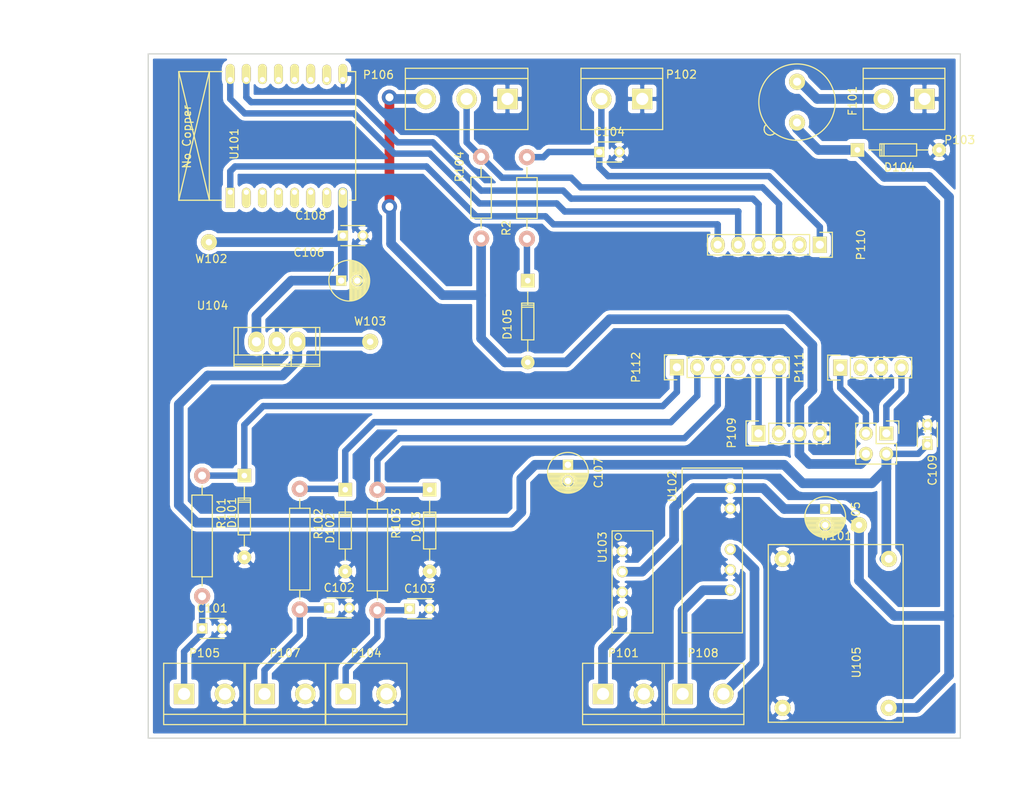
<source format=kicad_pcb>
(kicad_pcb (version 4) (host pcbnew 4.0.2+dfsg1-stable)

  (general
    (links 77)
    (no_connects 0)
    (area 53.724999 42.724999 154.875001 127.975001)
    (thickness 1.6)
    (drawings 30)
    (tracks 192)
    (zones 0)
    (modules 41)
    (nets 40)
  )

  (page A4)
  (layers
    (0 F.Cu signal)
    (31 B.Cu signal)
    (32 B.Adhes user)
    (33 F.Adhes user)
    (34 B.Paste user)
    (35 F.Paste user)
    (36 B.SilkS user)
    (37 F.SilkS user)
    (38 B.Mask user)
    (39 F.Mask user)
    (40 Dwgs.User user)
    (41 Cmts.User user)
    (42 Eco1.User user)
    (43 Eco2.User user)
    (44 Edge.Cuts user)
    (45 Margin user)
    (46 B.CrtYd user)
    (47 F.CrtYd user)
    (48 B.Fab user)
    (49 F.Fab user)
  )

  (setup
    (last_trace_width 1.2)
    (user_trace_width 0.4)
    (user_trace_width 0.6)
    (user_trace_width 0.8)
    (user_trace_width 1)
    (user_trace_width 1.2)
    (trace_clearance 0.25)
    (zone_clearance 0.508)
    (zone_45_only yes)
    (trace_min 0)
    (segment_width 0.2)
    (edge_width 0.15)
    (via_size 0.6)
    (via_drill 0.4)
    (via_min_size 0)
    (via_min_drill 0.3)
    (user_via 1.9 1)
    (uvia_size 0.3)
    (uvia_drill 0.1)
    (uvias_allowed no)
    (uvia_min_size 0)
    (uvia_min_drill 0.1)
    (pcb_text_width 0.3)
    (pcb_text_size 1.5 1.5)
    (mod_edge_width 0.15)
    (mod_text_size 1 1)
    (mod_text_width 0.15)
    (pad_size 2 2)
    (pad_drill 1.00076)
    (pad_to_mask_clearance 0.2)
    (aux_axis_origin 0 0)
    (visible_elements FFFFFF7F)
    (pcbplotparams
      (layerselection 0x010b0_80000001)
      (usegerberextensions false)
      (excludeedgelayer true)
      (linewidth 0.100000)
      (plotframeref false)
      (viasonmask false)
      (mode 1)
      (useauxorigin false)
      (hpglpennumber 1)
      (hpglpenspeed 20)
      (hpglpendiameter 15)
      (hpglpenoverlay 2)
      (psnegative false)
      (psa4output false)
      (plotreference true)
      (plotvalue true)
      (plotinvisibletext false)
      (padsonsilk false)
      (subtractmaskfromsilk false)
      (outputformat 1)
      (mirror false)
      (drillshape 0)
      (scaleselection 1)
      (outputdirectory gerber/))
  )

  (net 0 "")
  (net 1 "Net-(C101-Pad1)")
  (net 2 GND)
  (net 3 "Net-(C102-Pad1)")
  (net 4 "Net-(C103-Pad1)")
  (net 5 "Net-(P101-Pad1)")
  (net 6 "Net-(P108-Pad1)")
  (net 7 "Net-(P108-Pad2)")
  (net 8 /e_rx)
  (net 9 /e_tx)
  (net 10 /e_adc)
  (net 11 /e_cpd)
  (net 12 /e_g16)
  (net 13 /e_g14)
  (net 14 /e_g12)
  (net 15 /e_g13)
  (net 16 /e_g15)
  (net 17 /e_g02)
  (net 18 /e_g00)
  (net 19 /e_g04)
  (net 20 /e_g05)
  (net 21 /Vin_12V)
  (net 22 /Ves_3V3)
  (net 23 /Var_8V)
  (net 24 "Net-(F101-Pad1)")
  (net 25 /Vpc_5V)
  (net 26 /18b20)
  (net 27 /sda)
  (net 28 /scl)
  (net 29 "Net-(P110-Pad2)")
  (net 30 "Net-(P111-Pad2)")
  (net 31 "Net-(P112-Pad4)")
  (net 32 /e_rst)
  (net 33 /caudal_1)
  (net 34 /intensidad_1)
  (net 35 /intensidad_2)
  (net 36 /presion_1)
  (net 37 "Net-(D105-Pad1)")
  (net 38 "Net-(P111-Pad1)")
  (net 39 "Net-(P111-Pad4)")

  (net_class Default "This is the default net class."
    (clearance 0.25)
    (trace_width 0.25)
    (via_dia 0.6)
    (via_drill 0.4)
    (uvia_dia 0.3)
    (uvia_drill 0.1)
    (add_net /18b20)
    (add_net /Var_8V)
    (add_net /Ves_3V3)
    (add_net /Vin_12V)
    (add_net /Vpc_5V)
    (add_net /caudal_1)
    (add_net /e_adc)
    (add_net /e_cpd)
    (add_net /e_g00)
    (add_net /e_g02)
    (add_net /e_g04)
    (add_net /e_g05)
    (add_net /e_g12)
    (add_net /e_g13)
    (add_net /e_g14)
    (add_net /e_g15)
    (add_net /e_g16)
    (add_net /e_rst)
    (add_net /e_rx)
    (add_net /e_tx)
    (add_net /intensidad_1)
    (add_net /intensidad_2)
    (add_net /presion_1)
    (add_net /scl)
    (add_net /sda)
    (add_net GND)
    (add_net "Net-(C101-Pad1)")
    (add_net "Net-(C102-Pad1)")
    (add_net "Net-(C103-Pad1)")
    (add_net "Net-(D105-Pad1)")
    (add_net "Net-(F101-Pad1)")
    (add_net "Net-(P101-Pad1)")
    (add_net "Net-(P108-Pad1)")
    (add_net "Net-(P108-Pad2)")
    (add_net "Net-(P110-Pad2)")
    (add_net "Net-(P111-Pad1)")
    (add_net "Net-(P111-Pad2)")
    (add_net "Net-(P111-Pad4)")
    (add_net "Net-(P112-Pad4)")
  )

  (module Fuse_Holders_and_Fuses:Fuseholder_Fuse_TR5_Littlefuse-No560_No460 (layer F.Cu) (tedit 58B1339B) (tstamp 58B14BEE)
    (at 134.5 48.8 270)
    (descr "Fuse, Fuseholder, TR5, Littlefuse/Wickmann, No. 460, No560,")
    (tags "Fuse, Fuseholder, TR5, Littlefuse/Wickmann, No. 460, No560,")
    (path /58AA0D4D)
    (fp_text reference F101 (at -0.14986 -6.89102 270) (layer F.SilkS)
      (effects (font (size 1 1) (thickness 0.15)))
    )
    (fp_text value Fuse (at -0.14986 7.4295 270) (layer F.Fab)
      (effects (font (size 1 1) (thickness 0.15)))
    )
    (fp_line (start 3.85064 2.78892) (end 3.97002 2.93116) (layer F.SilkS) (width 0.15))
    (fp_line (start 3.97002 2.93116) (end 4.05892 3.09118) (layer F.SilkS) (width 0.15))
    (fp_line (start 4.05892 3.09118) (end 4.10972 3.3401) (layer F.SilkS) (width 0.15))
    (fp_line (start 4.10972 3.3401) (end 4.07924 3.59918) (layer F.SilkS) (width 0.15))
    (fp_line (start 4.07924 3.59918) (end 3.92938 3.8608) (layer F.SilkS) (width 0.15))
    (fp_line (start 3.92938 3.8608) (end 3.71094 4.03098) (layer F.SilkS) (width 0.15))
    (fp_line (start 3.71094 4.03098) (end 3.41884 4.10972) (layer F.SilkS) (width 0.15))
    (fp_line (start 3.41884 4.10972) (end 3.12928 4.06908) (layer F.SilkS) (width 0.15))
    (fp_line (start 3.12928 4.06908) (end 2.94894 3.99034) (layer F.SilkS) (width 0.15))
    (fp_line (start 2.94894 3.99034) (end 2.8194 3.84048) (layer F.SilkS) (width 0.15))
    (fp_circle (center 0 0.01016) (end 4.7498 0.01016) (layer F.SilkS) (width 0.15))
    (pad 1 thru_hole circle (at -2.54 0 270) (size 2 2) (drill 1.00076) (layers *.Cu *.Mask F.SilkS)
      (net 24 "Net-(F101-Pad1)"))
    (pad 2 thru_hole circle (at 2.54 0.01016 270) (size 2 2) (drill 1.00076) (layers *.Cu *.Mask F.SilkS)
      (net 21 /Vin_12V))
  )

  (module Diodes_ThroughHole:Diode_DO-35_SOD27_Horizontal_RM10 (layer F.Cu) (tedit 58AC7BC1) (tstamp 58A893C2)
    (at 142 54.75)
    (descr "Diode, DO-35,  SOD27, Horizontal, RM 10mm")
    (tags "Diode, DO-35, SOD27, Horizontal, RM 10mm, 1N4148,")
    (path /58AA185E)
    (fp_text reference D104 (at 5.24 2.15) (layer F.SilkS)
      (effects (font (size 1 1) (thickness 0.15)))
    )
    (fp_text value 1N4007 (at 5.19 -1.87) (layer F.Fab)
      (effects (font (size 1 1) (thickness 0.15)))
    )
    (fp_line (start 7.36652 -0.00254) (end 8.76352 -0.00254) (layer F.SilkS) (width 0.15))
    (fp_line (start 2.92152 -0.00254) (end 1.39752 -0.00254) (layer F.SilkS) (width 0.15))
    (fp_line (start 3.30252 -0.76454) (end 3.30252 0.75946) (layer F.SilkS) (width 0.15))
    (fp_line (start 3.04852 -0.76454) (end 3.04852 0.75946) (layer F.SilkS) (width 0.15))
    (fp_line (start 2.79452 -0.00254) (end 2.79452 0.75946) (layer F.SilkS) (width 0.15))
    (fp_line (start 2.79452 0.75946) (end 7.36652 0.75946) (layer F.SilkS) (width 0.15))
    (fp_line (start 7.36652 0.75946) (end 7.36652 -0.76454) (layer F.SilkS) (width 0.15))
    (fp_line (start 7.36652 -0.76454) (end 2.79452 -0.76454) (layer F.SilkS) (width 0.15))
    (fp_line (start 2.79452 -0.76454) (end 2.79452 -0.00254) (layer F.SilkS) (width 0.15))
    (pad 2 thru_hole circle (at 10.16052 -0.00254 180) (size 1.69926 1.69926) (drill 0.70104) (layers *.Cu *.Mask F.SilkS)
      (net 2 GND))
    (pad 1 thru_hole rect (at 0.00052 -0.00254 180) (size 1.69926 1.69926) (drill 0.70104) (layers *.Cu *.Mask F.SilkS)
      (net 21 /Vin_12V))
    (model Diodes_ThroughHole.3dshapes/Diode_DO-35_SOD27_Horizontal_RM10.wrl
      (at (xyz 0.2 0 0))
      (scale (xyz 0.4 0.4 0.4))
      (rotate (xyz 0 0 180))
    )
  )

  (module Diodes_ThroughHole:Diode_DO-35_SOD27_Horizontal_RM10 (layer F.Cu) (tedit 58AC7AD0) (tstamp 58A16E4A)
    (at 65.75 95.25 270)
    (descr "Diode, DO-35,  SOD27, Horizontal, RM 10mm")
    (tags "Diode, DO-35, SOD27, Horizontal, RM 10mm, 1N4148,")
    (path /587342FE)
    (fp_text reference D101 (at 4.61 1.54 270) (layer F.SilkS)
      (effects (font (size 1 1) (thickness 0.15)))
    )
    (fp_text value ZENER (at 5.14 -1.84 270) (layer F.Fab)
      (effects (font (size 1 1) (thickness 0.15)))
    )
    (fp_line (start 7.36652 -0.00254) (end 8.76352 -0.00254) (layer F.SilkS) (width 0.15))
    (fp_line (start 2.92152 -0.00254) (end 1.39752 -0.00254) (layer F.SilkS) (width 0.15))
    (fp_line (start 3.30252 -0.76454) (end 3.30252 0.75946) (layer F.SilkS) (width 0.15))
    (fp_line (start 3.04852 -0.76454) (end 3.04852 0.75946) (layer F.SilkS) (width 0.15))
    (fp_line (start 2.79452 -0.00254) (end 2.79452 0.75946) (layer F.SilkS) (width 0.15))
    (fp_line (start 2.79452 0.75946) (end 7.36652 0.75946) (layer F.SilkS) (width 0.15))
    (fp_line (start 7.36652 0.75946) (end 7.36652 -0.76454) (layer F.SilkS) (width 0.15))
    (fp_line (start 7.36652 -0.76454) (end 2.79452 -0.76454) (layer F.SilkS) (width 0.15))
    (fp_line (start 2.79452 -0.76454) (end 2.79452 -0.00254) (layer F.SilkS) (width 0.15))
    (pad 2 thru_hole circle (at 10.16052 -0.00254 90) (size 1.69926 1.69926) (drill 0.70104) (layers *.Cu *.Mask F.SilkS)
      (net 2 GND))
    (pad 1 thru_hole rect (at 0.00052 -0.00254 90) (size 1.69926 1.69926) (drill 0.70104) (layers *.Cu *.Mask F.SilkS)
      (net 34 /intensidad_1))
    (model Diodes_ThroughHole.3dshapes/Diode_DO-35_SOD27_Horizontal_RM10.wrl
      (at (xyz 0.2 0 0))
      (scale (xyz 0.4 0.4 0.4))
      (rotate (xyz 0 0 180))
    )
  )

  (module Capacitors_ThroughHole:C_Disc_D3_P2.5 (layer F.Cu) (tedit 0) (tstamp 58A16E26)
    (at 60.5 114.25)
    (descr "Capacitor 3mm Disc, Pitch 2.5mm")
    (tags Capacitor)
    (path /58734169)
    (fp_text reference C101 (at 1.25 -2.5) (layer F.SilkS)
      (effects (font (size 1 1) (thickness 0.15)))
    )
    (fp_text value 100nF (at 1.25 2.5) (layer F.Fab)
      (effects (font (size 1 1) (thickness 0.15)))
    )
    (fp_line (start -0.9 -1.5) (end 3.4 -1.5) (layer F.CrtYd) (width 0.05))
    (fp_line (start 3.4 -1.5) (end 3.4 1.5) (layer F.CrtYd) (width 0.05))
    (fp_line (start 3.4 1.5) (end -0.9 1.5) (layer F.CrtYd) (width 0.05))
    (fp_line (start -0.9 1.5) (end -0.9 -1.5) (layer F.CrtYd) (width 0.05))
    (fp_line (start -0.25 -1.25) (end 2.75 -1.25) (layer F.SilkS) (width 0.15))
    (fp_line (start 2.75 1.25) (end -0.25 1.25) (layer F.SilkS) (width 0.15))
    (pad 1 thru_hole rect (at 0 0) (size 1.3 1.3) (drill 0.8) (layers *.Cu *.Mask F.SilkS)
      (net 1 "Net-(C101-Pad1)"))
    (pad 2 thru_hole circle (at 2.5 0) (size 1.3 1.3) (drill 0.8001) (layers *.Cu *.Mask F.SilkS)
      (net 2 GND))
    (model Capacitors_ThroughHole.3dshapes/C_Disc_D3_P2.5.wrl
      (at (xyz 0.0492126 0 0))
      (scale (xyz 1 1 1))
      (rotate (xyz 0 0 0))
    )
  )

  (module Capacitors_ThroughHole:C_Disc_D3_P2.5 (layer F.Cu) (tedit 0) (tstamp 58A16E2C)
    (at 76.3 111.7)
    (descr "Capacitor 3mm Disc, Pitch 2.5mm")
    (tags Capacitor)
    (path /58734FDB)
    (fp_text reference C102 (at 1.25 -2.5) (layer F.SilkS)
      (effects (font (size 1 1) (thickness 0.15)))
    )
    (fp_text value 100nF (at 1.25 2.5) (layer F.Fab)
      (effects (font (size 1 1) (thickness 0.15)))
    )
    (fp_line (start -0.9 -1.5) (end 3.4 -1.5) (layer F.CrtYd) (width 0.05))
    (fp_line (start 3.4 -1.5) (end 3.4 1.5) (layer F.CrtYd) (width 0.05))
    (fp_line (start 3.4 1.5) (end -0.9 1.5) (layer F.CrtYd) (width 0.05))
    (fp_line (start -0.9 1.5) (end -0.9 -1.5) (layer F.CrtYd) (width 0.05))
    (fp_line (start -0.25 -1.25) (end 2.75 -1.25) (layer F.SilkS) (width 0.15))
    (fp_line (start 2.75 1.25) (end -0.25 1.25) (layer F.SilkS) (width 0.15))
    (pad 1 thru_hole rect (at 0 0) (size 1.3 1.3) (drill 0.8) (layers *.Cu *.Mask F.SilkS)
      (net 3 "Net-(C102-Pad1)"))
    (pad 2 thru_hole circle (at 2.5 0) (size 1.3 1.3) (drill 0.8001) (layers *.Cu *.Mask F.SilkS)
      (net 2 GND))
    (model Capacitors_ThroughHole.3dshapes/C_Disc_D3_P2.5.wrl
      (at (xyz 0.0492126 0 0))
      (scale (xyz 1 1 1))
      (rotate (xyz 0 0 0))
    )
  )

  (module Capacitors_ThroughHole:C_Disc_D3_P2.5 (layer F.Cu) (tedit 0) (tstamp 58A16E32)
    (at 86.3 111.8)
    (descr "Capacitor 3mm Disc, Pitch 2.5mm")
    (tags Capacitor)
    (path /58A043A8)
    (fp_text reference C103 (at 1.25 -2.5) (layer F.SilkS)
      (effects (font (size 1 1) (thickness 0.15)))
    )
    (fp_text value 100nF (at 1.25 2.5) (layer F.Fab)
      (effects (font (size 1 1) (thickness 0.15)))
    )
    (fp_line (start -0.9 -1.5) (end 3.4 -1.5) (layer F.CrtYd) (width 0.05))
    (fp_line (start 3.4 -1.5) (end 3.4 1.5) (layer F.CrtYd) (width 0.05))
    (fp_line (start 3.4 1.5) (end -0.9 1.5) (layer F.CrtYd) (width 0.05))
    (fp_line (start -0.9 1.5) (end -0.9 -1.5) (layer F.CrtYd) (width 0.05))
    (fp_line (start -0.25 -1.25) (end 2.75 -1.25) (layer F.SilkS) (width 0.15))
    (fp_line (start 2.75 1.25) (end -0.25 1.25) (layer F.SilkS) (width 0.15))
    (pad 1 thru_hole rect (at 0 0) (size 1.3 1.3) (drill 0.8) (layers *.Cu *.Mask F.SilkS)
      (net 4 "Net-(C103-Pad1)"))
    (pad 2 thru_hole circle (at 2.5 0) (size 1.3 1.3) (drill 0.8001) (layers *.Cu *.Mask F.SilkS)
      (net 2 GND))
    (model Capacitors_ThroughHole.3dshapes/C_Disc_D3_P2.5.wrl
      (at (xyz 0.0492126 0 0))
      (scale (xyz 1 1 1))
      (rotate (xyz 0 0 0))
    )
  )

  (module Capacitors_ThroughHole:C_Disc_D3_P2.5 (layer F.Cu) (tedit 58AC7BFD) (tstamp 58A16E38)
    (at 109.9 55)
    (descr "Capacitor 3mm Disc, Pitch 2.5mm")
    (tags Capacitor)
    (path /58501908)
    (fp_text reference C104 (at 1.25 -2.5) (layer F.SilkS)
      (effects (font (size 1 1) (thickness 0.15)))
    )
    (fp_text value 100nF (at 6.7 0.11) (layer F.Fab)
      (effects (font (size 1 1) (thickness 0.15)))
    )
    (fp_line (start -0.9 -1.5) (end 3.4 -1.5) (layer F.CrtYd) (width 0.05))
    (fp_line (start 3.4 -1.5) (end 3.4 1.5) (layer F.CrtYd) (width 0.05))
    (fp_line (start 3.4 1.5) (end -0.9 1.5) (layer F.CrtYd) (width 0.05))
    (fp_line (start -0.9 1.5) (end -0.9 -1.5) (layer F.CrtYd) (width 0.05))
    (fp_line (start -0.25 -1.25) (end 2.75 -1.25) (layer F.SilkS) (width 0.15))
    (fp_line (start 2.75 1.25) (end -0.25 1.25) (layer F.SilkS) (width 0.15))
    (pad 1 thru_hole rect (at 0 0) (size 1.3 1.3) (drill 0.8) (layers *.Cu *.Mask F.SilkS)
      (net 33 /caudal_1))
    (pad 2 thru_hole circle (at 2.5 0) (size 1.3 1.3) (drill 0.8001) (layers *.Cu *.Mask F.SilkS)
      (net 2 GND))
    (model Capacitors_ThroughHole.3dshapes/C_Disc_D3_P2.5.wrl
      (at (xyz 0.0492126 0 0))
      (scale (xyz 1 1 1))
      (rotate (xyz 0 0 0))
    )
  )

  (module Diodes_ThroughHole:Diode_DO-35_SOD27_Horizontal_RM10 (layer F.Cu) (tedit 58AC7AC6) (tstamp 58A16E50)
    (at 78.3 97 270)
    (descr "Diode, DO-35,  SOD27, Horizontal, RM 10mm")
    (tags "Diode, DO-35, SOD27, Horizontal, RM 10mm, 1N4148,")
    (path /58734F5F)
    (fp_text reference D102 (at 4.78 1.89 270) (layer F.SilkS)
      (effects (font (size 1 1) (thickness 0.15)))
    )
    (fp_text value ZENER (at 4.87 -1.67 270) (layer F.Fab)
      (effects (font (size 1 1) (thickness 0.15)))
    )
    (fp_line (start 7.36652 -0.00254) (end 8.76352 -0.00254) (layer F.SilkS) (width 0.15))
    (fp_line (start 2.92152 -0.00254) (end 1.39752 -0.00254) (layer F.SilkS) (width 0.15))
    (fp_line (start 3.30252 -0.76454) (end 3.30252 0.75946) (layer F.SilkS) (width 0.15))
    (fp_line (start 3.04852 -0.76454) (end 3.04852 0.75946) (layer F.SilkS) (width 0.15))
    (fp_line (start 2.79452 -0.00254) (end 2.79452 0.75946) (layer F.SilkS) (width 0.15))
    (fp_line (start 2.79452 0.75946) (end 7.36652 0.75946) (layer F.SilkS) (width 0.15))
    (fp_line (start 7.36652 0.75946) (end 7.36652 -0.76454) (layer F.SilkS) (width 0.15))
    (fp_line (start 7.36652 -0.76454) (end 2.79452 -0.76454) (layer F.SilkS) (width 0.15))
    (fp_line (start 2.79452 -0.76454) (end 2.79452 -0.00254) (layer F.SilkS) (width 0.15))
    (pad 2 thru_hole circle (at 10.16052 -0.00254 90) (size 1.69926 1.69926) (drill 0.70104) (layers *.Cu *.Mask F.SilkS)
      (net 2 GND))
    (pad 1 thru_hole rect (at 0.00052 -0.00254 90) (size 1.69926 1.69926) (drill 0.70104) (layers *.Cu *.Mask F.SilkS)
      (net 35 /intensidad_2))
    (model Diodes_ThroughHole.3dshapes/Diode_DO-35_SOD27_Horizontal_RM10.wrl
      (at (xyz 0.2 0 0))
      (scale (xyz 0.4 0.4 0.4))
      (rotate (xyz 0 0 180))
    )
  )

  (module Diodes_ThroughHole:Diode_DO-35_SOD27_Horizontal_RM10 (layer F.Cu) (tedit 58AC7B79) (tstamp 58A16E56)
    (at 88.8 97 270)
    (descr "Diode, DO-35,  SOD27, Horizontal, RM 10mm")
    (tags "Diode, DO-35, SOD27, Horizontal, RM 10mm, 1N4148,")
    (path /58A043A2)
    (fp_text reference D103 (at 4.61 1.66 270) (layer F.SilkS)
      (effects (font (size 1 1) (thickness 0.15)))
    )
    (fp_text value ZENER (at 5.02 -1.92 270) (layer F.Fab)
      (effects (font (size 1 1) (thickness 0.15)))
    )
    (fp_line (start 7.36652 -0.00254) (end 8.76352 -0.00254) (layer F.SilkS) (width 0.15))
    (fp_line (start 2.92152 -0.00254) (end 1.39752 -0.00254) (layer F.SilkS) (width 0.15))
    (fp_line (start 3.30252 -0.76454) (end 3.30252 0.75946) (layer F.SilkS) (width 0.15))
    (fp_line (start 3.04852 -0.76454) (end 3.04852 0.75946) (layer F.SilkS) (width 0.15))
    (fp_line (start 2.79452 -0.00254) (end 2.79452 0.75946) (layer F.SilkS) (width 0.15))
    (fp_line (start 2.79452 0.75946) (end 7.36652 0.75946) (layer F.SilkS) (width 0.15))
    (fp_line (start 7.36652 0.75946) (end 7.36652 -0.76454) (layer F.SilkS) (width 0.15))
    (fp_line (start 7.36652 -0.76454) (end 2.79452 -0.76454) (layer F.SilkS) (width 0.15))
    (fp_line (start 2.79452 -0.76454) (end 2.79452 -0.00254) (layer F.SilkS) (width 0.15))
    (pad 2 thru_hole circle (at 10.16052 -0.00254 90) (size 1.69926 1.69926) (drill 0.70104) (layers *.Cu *.Mask F.SilkS)
      (net 2 GND))
    (pad 1 thru_hole rect (at 0.00052 -0.00254 90) (size 1.69926 1.69926) (drill 0.70104) (layers *.Cu *.Mask F.SilkS)
      (net 36 /presion_1))
    (model Diodes_ThroughHole.3dshapes/Diode_DO-35_SOD27_Horizontal_RM10.wrl
      (at (xyz 0.2 0 0))
      (scale (xyz 0.4 0.4 0.4))
      (rotate (xyz 0 0 180))
    )
  )

  (module Connect:bornier2 (layer F.Cu) (tedit 0) (tstamp 58A16E5C)
    (at 112.9 122.4)
    (descr "Bornier d'alimentation 2 pins")
    (tags DEV)
    (path /589F7359)
    (fp_text reference P101 (at 0 -5.08) (layer F.SilkS)
      (effects (font (size 1 1) (thickness 0.15)))
    )
    (fp_text value 24VOL (at 0 5.08) (layer F.Fab)
      (effects (font (size 1 1) (thickness 0.15)))
    )
    (fp_line (start 5.08 2.54) (end -5.08 2.54) (layer F.SilkS) (width 0.15))
    (fp_line (start 5.08 3.81) (end 5.08 -3.81) (layer F.SilkS) (width 0.15))
    (fp_line (start 5.08 -3.81) (end -5.08 -3.81) (layer F.SilkS) (width 0.15))
    (fp_line (start -5.08 -3.81) (end -5.08 3.81) (layer F.SilkS) (width 0.15))
    (fp_line (start -5.08 3.81) (end 5.08 3.81) (layer F.SilkS) (width 0.15))
    (pad 1 thru_hole rect (at -2.54 0) (size 2.54 2.54) (drill 1.524) (layers *.Cu *.Mask F.SilkS)
      (net 5 "Net-(P101-Pad1)"))
    (pad 2 thru_hole circle (at 2.54 0) (size 2.54 2.54) (drill 1.524) (layers *.Cu *.Mask F.SilkS)
      (net 2 GND))
    (model Connect.3dshapes/bornier2.wrl
      (at (xyz 0 0 0))
      (scale (xyz 1 1 1))
      (rotate (xyz 0 0 0))
    )
  )

  (module Connect:bornier2 (layer F.Cu) (tedit 58AC7BDC) (tstamp 58A16E62)
    (at 112.7 48.4 180)
    (descr "Bornier d'alimentation 2 pins")
    (tags DEV)
    (path /5872AC26)
    (fp_text reference P102 (at -7.41 3.04 180) (layer F.SilkS)
      (effects (font (size 1 1) (thickness 0.15)))
    )
    (fp_text value CAUDAL_1 (at 0 5.08 180) (layer F.Fab)
      (effects (font (size 1 1) (thickness 0.15)))
    )
    (fp_line (start 5.08 2.54) (end -5.08 2.54) (layer F.SilkS) (width 0.15))
    (fp_line (start 5.08 3.81) (end 5.08 -3.81) (layer F.SilkS) (width 0.15))
    (fp_line (start 5.08 -3.81) (end -5.08 -3.81) (layer F.SilkS) (width 0.15))
    (fp_line (start -5.08 -3.81) (end -5.08 3.81) (layer F.SilkS) (width 0.15))
    (fp_line (start -5.08 3.81) (end 5.08 3.81) (layer F.SilkS) (width 0.15))
    (pad 1 thru_hole rect (at -2.54 0 180) (size 2.54 2.54) (drill 1.524) (layers *.Cu *.Mask F.SilkS)
      (net 2 GND))
    (pad 2 thru_hole circle (at 2.54 0 180) (size 2.54 2.54) (drill 1.524) (layers *.Cu *.Mask F.SilkS)
      (net 33 /caudal_1))
    (model Connect.3dshapes/bornier2.wrl
      (at (xyz 0 0 0))
      (scale (xyz 1 1 1))
      (rotate (xyz 0 0 0))
    )
  )

  (module Connect:bornier2 (layer F.Cu) (tedit 58AC7B13) (tstamp 58A16E68)
    (at 147.8 48.4 180)
    (descr "Bornier d'alimentation 2 pins")
    (tags DEV)
    (path /5872A04E)
    (fp_text reference P103 (at -6.92 -5.1 180) (layer F.SilkS)
      (effects (font (size 1 1) (thickness 0.15)))
    )
    (fp_text value V_IN (at 0 5.08 180) (layer F.Fab)
      (effects (font (size 1 1) (thickness 0.15)))
    )
    (fp_line (start 5.08 2.54) (end -5.08 2.54) (layer F.SilkS) (width 0.15))
    (fp_line (start 5.08 3.81) (end 5.08 -3.81) (layer F.SilkS) (width 0.15))
    (fp_line (start 5.08 -3.81) (end -5.08 -3.81) (layer F.SilkS) (width 0.15))
    (fp_line (start -5.08 -3.81) (end -5.08 3.81) (layer F.SilkS) (width 0.15))
    (fp_line (start -5.08 3.81) (end 5.08 3.81) (layer F.SilkS) (width 0.15))
    (pad 1 thru_hole rect (at -2.54 0 180) (size 2.54 2.54) (drill 1.524) (layers *.Cu *.Mask F.SilkS)
      (net 2 GND))
    (pad 2 thru_hole circle (at 2.54 0 180) (size 2.54 2.54) (drill 1.524) (layers *.Cu *.Mask F.SilkS)
      (net 24 "Net-(F101-Pad1)"))
    (model Connect.3dshapes/bornier2.wrl
      (at (xyz 0 0 0))
      (scale (xyz 1 1 1))
      (rotate (xyz 0 0 0))
    )
  )

  (module Connect:bornier2 (layer F.Cu) (tedit 0) (tstamp 58A16E6E)
    (at 80.9 122.4)
    (descr "Bornier d'alimentation 2 pins")
    (tags DEV)
    (path /58A04396)
    (fp_text reference P104 (at 0 -5.08) (layer F.SilkS)
      (effects (font (size 1 1) (thickness 0.15)))
    )
    (fp_text value PRESION_1 (at 0 5.08) (layer F.Fab)
      (effects (font (size 1 1) (thickness 0.15)))
    )
    (fp_line (start 5.08 2.54) (end -5.08 2.54) (layer F.SilkS) (width 0.15))
    (fp_line (start 5.08 3.81) (end 5.08 -3.81) (layer F.SilkS) (width 0.15))
    (fp_line (start 5.08 -3.81) (end -5.08 -3.81) (layer F.SilkS) (width 0.15))
    (fp_line (start -5.08 -3.81) (end -5.08 3.81) (layer F.SilkS) (width 0.15))
    (fp_line (start -5.08 3.81) (end 5.08 3.81) (layer F.SilkS) (width 0.15))
    (pad 1 thru_hole rect (at -2.54 0) (size 2.54 2.54) (drill 1.524) (layers *.Cu *.Mask F.SilkS)
      (net 4 "Net-(C103-Pad1)"))
    (pad 2 thru_hole circle (at 2.54 0) (size 2.54 2.54) (drill 1.524) (layers *.Cu *.Mask F.SilkS)
      (net 2 GND))
    (model Connect.3dshapes/bornier2.wrl
      (at (xyz 0 0 0))
      (scale (xyz 1 1 1))
      (rotate (xyz 0 0 0))
    )
  )

  (module Connect:bornier2 (layer F.Cu) (tedit 0) (tstamp 58A16E74)
    (at 60.8 122.4)
    (descr "Bornier d'alimentation 2 pins")
    (tags DEV)
    (path /58733A1B)
    (fp_text reference P105 (at 0 -5.08) (layer F.SilkS)
      (effects (font (size 1 1) (thickness 0.15)))
    )
    (fp_text value INTENSIDAD_1 (at 0 5.08) (layer F.Fab)
      (effects (font (size 1 1) (thickness 0.15)))
    )
    (fp_line (start 5.08 2.54) (end -5.08 2.54) (layer F.SilkS) (width 0.15))
    (fp_line (start 5.08 3.81) (end 5.08 -3.81) (layer F.SilkS) (width 0.15))
    (fp_line (start 5.08 -3.81) (end -5.08 -3.81) (layer F.SilkS) (width 0.15))
    (fp_line (start -5.08 -3.81) (end -5.08 3.81) (layer F.SilkS) (width 0.15))
    (fp_line (start -5.08 3.81) (end 5.08 3.81) (layer F.SilkS) (width 0.15))
    (pad 1 thru_hole rect (at -2.54 0) (size 2.54 2.54) (drill 1.524) (layers *.Cu *.Mask F.SilkS)
      (net 1 "Net-(C101-Pad1)"))
    (pad 2 thru_hole circle (at 2.54 0) (size 2.54 2.54) (drill 1.524) (layers *.Cu *.Mask F.SilkS)
      (net 2 GND))
    (model Connect.3dshapes/bornier2.wrl
      (at (xyz 0 0 0))
      (scale (xyz 1 1 1))
      (rotate (xyz 0 0 0))
    )
  )

  (module Connect:bornier3 (layer F.Cu) (tedit 58AC71AD) (tstamp 58A16E7B)
    (at 93.4 48.4 180)
    (descr "Bornier d'alimentation 3 pins")
    (tags DEV)
    (path /58A06006)
    (fp_text reference P106 (at 10.97 3 180) (layer F.SilkS)
      (effects (font (size 1 1) (thickness 0.15)))
    )
    (fp_text value 18b20 (at 0 5.08 180) (layer F.Fab)
      (effects (font (size 1 1) (thickness 0.15)))
    )
    (fp_line (start -7.62 3.81) (end -7.62 -3.81) (layer F.SilkS) (width 0.15))
    (fp_line (start 7.62 3.81) (end 7.62 -3.81) (layer F.SilkS) (width 0.15))
    (fp_line (start -7.62 2.54) (end 7.62 2.54) (layer F.SilkS) (width 0.15))
    (fp_line (start -7.62 -3.81) (end 7.62 -3.81) (layer F.SilkS) (width 0.15))
    (fp_line (start -7.62 3.81) (end 7.62 3.81) (layer F.SilkS) (width 0.15))
    (pad 1 thru_hole rect (at -5.08 0 180) (size 2.54 2.54) (drill 1.524) (layers *.Cu *.Mask F.SilkS)
      (net 2 GND))
    (pad 2 thru_hole circle (at 0 0 180) (size 2.54 2.54) (drill 1.524) (layers *.Cu *.Mask F.SilkS)
      (net 26 /18b20))
    (pad 3 thru_hole circle (at 5.08 0 180) (size 2.54 2.54) (drill 1.524) (layers *.Cu *.Mask F.SilkS)
      (net 25 /Vpc_5V))
    (model Connect.3dshapes/bornier3.wrl
      (at (xyz 0 0 0))
      (scale (xyz 1 1 1))
      (rotate (xyz 0 0 0))
    )
  )

  (module Connect:bornier2 (layer F.Cu) (tedit 0) (tstamp 58A16E81)
    (at 70.8 122.4)
    (descr "Bornier d'alimentation 2 pins")
    (tags DEV)
    (path /58734E4A)
    (fp_text reference P107 (at 0 -5.08) (layer F.SilkS)
      (effects (font (size 1 1) (thickness 0.15)))
    )
    (fp_text value INTENSIDAD_2 (at 0 5.08) (layer F.Fab)
      (effects (font (size 1 1) (thickness 0.15)))
    )
    (fp_line (start 5.08 2.54) (end -5.08 2.54) (layer F.SilkS) (width 0.15))
    (fp_line (start 5.08 3.81) (end 5.08 -3.81) (layer F.SilkS) (width 0.15))
    (fp_line (start 5.08 -3.81) (end -5.08 -3.81) (layer F.SilkS) (width 0.15))
    (fp_line (start -5.08 -3.81) (end -5.08 3.81) (layer F.SilkS) (width 0.15))
    (fp_line (start -5.08 3.81) (end 5.08 3.81) (layer F.SilkS) (width 0.15))
    (pad 1 thru_hole rect (at -2.54 0) (size 2.54 2.54) (drill 1.524) (layers *.Cu *.Mask F.SilkS)
      (net 3 "Net-(C102-Pad1)"))
    (pad 2 thru_hole circle (at 2.54 0) (size 2.54 2.54) (drill 1.524) (layers *.Cu *.Mask F.SilkS)
      (net 2 GND))
    (model Connect.3dshapes/bornier2.wrl
      (at (xyz 0 0 0))
      (scale (xyz 1 1 1))
      (rotate (xyz 0 0 0))
    )
  )

  (module Connect:bornier2 (layer F.Cu) (tedit 0) (tstamp 58A16E87)
    (at 122.8 122.4)
    (descr "Bornier d'alimentation 2 pins")
    (tags DEV)
    (path /58735C0C)
    (fp_text reference P108 (at 0 -5.08) (layer F.SilkS)
      (effects (font (size 1 1) (thickness 0.15)))
    )
    (fp_text value 15VOL (at 0 5.08) (layer F.Fab)
      (effects (font (size 1 1) (thickness 0.15)))
    )
    (fp_line (start 5.08 2.54) (end -5.08 2.54) (layer F.SilkS) (width 0.15))
    (fp_line (start 5.08 3.81) (end 5.08 -3.81) (layer F.SilkS) (width 0.15))
    (fp_line (start 5.08 -3.81) (end -5.08 -3.81) (layer F.SilkS) (width 0.15))
    (fp_line (start -5.08 -3.81) (end -5.08 3.81) (layer F.SilkS) (width 0.15))
    (fp_line (start -5.08 3.81) (end 5.08 3.81) (layer F.SilkS) (width 0.15))
    (pad 1 thru_hole rect (at -2.54 0) (size 2.54 2.54) (drill 1.524) (layers *.Cu *.Mask F.SilkS)
      (net 6 "Net-(P108-Pad1)"))
    (pad 2 thru_hole circle (at 2.54 0) (size 2.54 2.54) (drill 1.524) (layers *.Cu *.Mask F.SilkS)
      (net 7 "Net-(P108-Pad2)"))
    (model Connect.3dshapes/bornier2.wrl
      (at (xyz 0 0 0))
      (scale (xyz 1 1 1))
      (rotate (xyz 0 0 0))
    )
  )

  (module Resistors_ThroughHole:Resistor_Horizontal_RM10mm (layer F.Cu) (tedit 58AC7BF9) (tstamp 58A16E8D)
    (at 100.9 65.8 90)
    (descr "Resistor, Axial,  RM 10mm, 1/3W")
    (tags "Resistor Axial RM 10mm 1/3W")
    (path /58501520)
    (fp_text reference R2 (at 1.34 -2.56 90) (layer F.SilkS)
      (effects (font (size 1 1) (thickness 0.15)))
    )
    (fp_text value 10K (at 8.49 -2.51 90) (layer F.Fab)
      (effects (font (size 1 1) (thickness 0.15)))
    )
    (fp_line (start -1.25 -1.5) (end 11.4 -1.5) (layer F.CrtYd) (width 0.05))
    (fp_line (start -1.25 1.5) (end -1.25 -1.5) (layer F.CrtYd) (width 0.05))
    (fp_line (start 11.4 -1.5) (end 11.4 1.5) (layer F.CrtYd) (width 0.05))
    (fp_line (start -1.25 1.5) (end 11.4 1.5) (layer F.CrtYd) (width 0.05))
    (fp_line (start 2.54 -1.27) (end 7.62 -1.27) (layer F.SilkS) (width 0.15))
    (fp_line (start 7.62 -1.27) (end 7.62 1.27) (layer F.SilkS) (width 0.15))
    (fp_line (start 7.62 1.27) (end 2.54 1.27) (layer F.SilkS) (width 0.15))
    (fp_line (start 2.54 1.27) (end 2.54 -1.27) (layer F.SilkS) (width 0.15))
    (fp_line (start 2.54 0) (end 1.27 0) (layer F.SilkS) (width 0.15))
    (fp_line (start 7.62 0) (end 8.89 0) (layer F.SilkS) (width 0.15))
    (pad 1 thru_hole circle (at 0 0 90) (size 1.99898 1.99898) (drill 1.00076) (layers *.Cu *.SilkS *.Mask)
      (net 37 "Net-(D105-Pad1)"))
    (pad 2 thru_hole circle (at 10.16 0 90) (size 1.99898 1.99898) (drill 1.00076) (layers *.Cu *.SilkS *.Mask)
      (net 33 /caudal_1))
    (model Resistors_ThroughHole.3dshapes/Resistor_Horizontal_RM10mm.wrl
      (at (xyz 0 0 0))
      (scale (xyz 0.4 0.4 0.4))
      (rotate (xyz 0 0 0))
    )
  )

  (module Resistors_ThroughHole:Resistor_Horizontal_RM15mm (layer F.Cu) (tedit 58AC7B86) (tstamp 58A16E93)
    (at 60.5 95.25 270)
    (descr "Resistor, Axial, RM 15mm,")
    (tags "Resistor Axial RM 15mm")
    (path /58733FD1)
    (fp_text reference R101 (at 4.69 -2.39 270) (layer F.SilkS)
      (effects (font (size 1 1) (thickness 0.15)))
    )
    (fp_text value 1K (at 10.33 -2.13 270) (layer F.Fab)
      (effects (font (size 1 1) (thickness 0.15)))
    )
    (fp_line (start -1.25 1.5) (end -1.25 -1.5) (layer F.CrtYd) (width 0.05))
    (fp_line (start -1.25 -1.5) (end 16.25 -1.5) (layer F.CrtYd) (width 0.05))
    (fp_line (start 16.25 -1.5) (end 16.25 1.5) (layer F.CrtYd) (width 0.05))
    (fp_line (start 16.25 1.5) (end -1.25 1.5) (layer F.CrtYd) (width 0.05))
    (fp_line (start 2.42 -1.27) (end 2.42 1.27) (layer F.SilkS) (width 0.15))
    (fp_line (start 2.42 1.27) (end 12.58 1.27) (layer F.SilkS) (width 0.15))
    (fp_line (start 12.58 1.27) (end 12.58 -1.27) (layer F.SilkS) (width 0.15))
    (fp_line (start 12.58 -1.27) (end 2.42 -1.27) (layer F.SilkS) (width 0.15))
    (fp_line (start 13.73 0) (end 12.58 0) (layer F.SilkS) (width 0.15))
    (fp_line (start 1.27 0) (end 2.42 0) (layer F.SilkS) (width 0.15))
    (pad 1 thru_hole circle (at 0 0 270) (size 1.99898 1.99898) (drill 1.00076) (layers *.Cu *.SilkS *.Mask)
      (net 34 /intensidad_1))
    (pad 2 thru_hole circle (at 15 0 270) (size 1.99898 1.99898) (drill 1.00076) (layers *.Cu *.SilkS *.Mask)
      (net 1 "Net-(C101-Pad1)"))
    (model Resistors_ThroughHole.3dshapes/Resistor_Horizontal_RM15mm.wrl
      (at (xyz 0 0 0))
      (scale (xyz 0.4 0.4 0.4))
      (rotate (xyz 0 0 0))
    )
  )

  (module Resistors_ThroughHole:Resistor_Horizontal_RM15mm (layer F.Cu) (tedit 58AC7B95) (tstamp 58A16E99)
    (at 72.65 96.895 270)
    (descr "Resistor, Axial, RM 15mm,")
    (tags "Resistor Axial RM 15mm")
    (path /58734EE4)
    (fp_text reference R102 (at 4.35 -2.32 270) (layer F.SilkS)
      (effects (font (size 1 1) (thickness 0.15)))
    )
    (fp_text value 1K (at 10.94 -2.2 270) (layer F.Fab)
      (effects (font (size 1 1) (thickness 0.15)))
    )
    (fp_line (start -1.25 1.5) (end -1.25 -1.5) (layer F.CrtYd) (width 0.05))
    (fp_line (start -1.25 -1.5) (end 16.25 -1.5) (layer F.CrtYd) (width 0.05))
    (fp_line (start 16.25 -1.5) (end 16.25 1.5) (layer F.CrtYd) (width 0.05))
    (fp_line (start 16.25 1.5) (end -1.25 1.5) (layer F.CrtYd) (width 0.05))
    (fp_line (start 2.42 -1.27) (end 2.42 1.27) (layer F.SilkS) (width 0.15))
    (fp_line (start 2.42 1.27) (end 12.58 1.27) (layer F.SilkS) (width 0.15))
    (fp_line (start 12.58 1.27) (end 12.58 -1.27) (layer F.SilkS) (width 0.15))
    (fp_line (start 12.58 -1.27) (end 2.42 -1.27) (layer F.SilkS) (width 0.15))
    (fp_line (start 13.73 0) (end 12.58 0) (layer F.SilkS) (width 0.15))
    (fp_line (start 1.27 0) (end 2.42 0) (layer F.SilkS) (width 0.15))
    (pad 1 thru_hole circle (at 0 0 270) (size 1.99898 1.99898) (drill 1.00076) (layers *.Cu *.SilkS *.Mask)
      (net 35 /intensidad_2))
    (pad 2 thru_hole circle (at 15 0 270) (size 1.99898 1.99898) (drill 1.00076) (layers *.Cu *.SilkS *.Mask)
      (net 3 "Net-(C102-Pad1)"))
    (model Resistors_ThroughHole.3dshapes/Resistor_Horizontal_RM15mm.wrl
      (at (xyz 0 0 0))
      (scale (xyz 0.4 0.4 0.4))
      (rotate (xyz 0 0 0))
    )
  )

  (module Resistors_ThroughHole:Resistor_Horizontal_RM15mm (layer F.Cu) (tedit 58AC7B9B) (tstamp 58A16E9F)
    (at 82.3 97 270)
    (descr "Resistor, Axial, RM 15mm,")
    (tags "Resistor Axial RM 15mm")
    (path /58A0439C)
    (fp_text reference R103 (at 4.18 -2.33 270) (layer F.SilkS)
      (effects (font (size 1 1) (thickness 0.15)))
    )
    (fp_text value 1K (at 10.72 -2.05 270) (layer F.Fab)
      (effects (font (size 1 1) (thickness 0.15)))
    )
    (fp_line (start -1.25 1.5) (end -1.25 -1.5) (layer F.CrtYd) (width 0.05))
    (fp_line (start -1.25 -1.5) (end 16.25 -1.5) (layer F.CrtYd) (width 0.05))
    (fp_line (start 16.25 -1.5) (end 16.25 1.5) (layer F.CrtYd) (width 0.05))
    (fp_line (start 16.25 1.5) (end -1.25 1.5) (layer F.CrtYd) (width 0.05))
    (fp_line (start 2.42 -1.27) (end 2.42 1.27) (layer F.SilkS) (width 0.15))
    (fp_line (start 2.42 1.27) (end 12.58 1.27) (layer F.SilkS) (width 0.15))
    (fp_line (start 12.58 1.27) (end 12.58 -1.27) (layer F.SilkS) (width 0.15))
    (fp_line (start 12.58 -1.27) (end 2.42 -1.27) (layer F.SilkS) (width 0.15))
    (fp_line (start 13.73 0) (end 12.58 0) (layer F.SilkS) (width 0.15))
    (fp_line (start 1.27 0) (end 2.42 0) (layer F.SilkS) (width 0.15))
    (pad 1 thru_hole circle (at 0 0 270) (size 1.99898 1.99898) (drill 1.00076) (layers *.Cu *.SilkS *.Mask)
      (net 36 /presion_1))
    (pad 2 thru_hole circle (at 15 0 270) (size 1.99898 1.99898) (drill 1.00076) (layers *.Cu *.SilkS *.Mask)
      (net 4 "Net-(C103-Pad1)"))
    (model Resistors_ThroughHole.3dshapes/Resistor_Horizontal_RM15mm.wrl
      (at (xyz 0 0 0))
      (scale (xyz 0.4 0.4 0.4))
      (rotate (xyz 0 0 0))
    )
  )

  (module Resistors_ThroughHole:Resistor_Horizontal_RM10mm (layer F.Cu) (tedit 58AC7BE7) (tstamp 58A16EA5)
    (at 95.2 55.6 270)
    (descr "Resistor, Axial,  RM 10mm, 1/3W")
    (tags "Resistor Axial RM 10mm 1/3W")
    (path /58A0503E)
    (fp_text reference R104 (at 1.23 2.69 270) (layer F.SilkS)
      (effects (font (size 1 1) (thickness 0.15)))
    )
    (fp_text value 2K (at 8.06 2.7 270) (layer F.Fab)
      (effects (font (size 1 1) (thickness 0.15)))
    )
    (fp_line (start -1.25 -1.5) (end 11.4 -1.5) (layer F.CrtYd) (width 0.05))
    (fp_line (start -1.25 1.5) (end -1.25 -1.5) (layer F.CrtYd) (width 0.05))
    (fp_line (start 11.4 -1.5) (end 11.4 1.5) (layer F.CrtYd) (width 0.05))
    (fp_line (start -1.25 1.5) (end 11.4 1.5) (layer F.CrtYd) (width 0.05))
    (fp_line (start 2.54 -1.27) (end 7.62 -1.27) (layer F.SilkS) (width 0.15))
    (fp_line (start 7.62 -1.27) (end 7.62 1.27) (layer F.SilkS) (width 0.15))
    (fp_line (start 7.62 1.27) (end 2.54 1.27) (layer F.SilkS) (width 0.15))
    (fp_line (start 2.54 1.27) (end 2.54 -1.27) (layer F.SilkS) (width 0.15))
    (fp_line (start 2.54 0) (end 1.27 0) (layer F.SilkS) (width 0.15))
    (fp_line (start 7.62 0) (end 8.89 0) (layer F.SilkS) (width 0.15))
    (pad 1 thru_hole circle (at 0 0 270) (size 1.99898 1.99898) (drill 1.00076) (layers *.Cu *.SilkS *.Mask)
      (net 26 /18b20))
    (pad 2 thru_hole circle (at 10.16 0 270) (size 1.99898 1.99898) (drill 1.00076) (layers *.Cu *.SilkS *.Mask)
      (net 25 /Vpc_5V))
    (model Resistors_ThroughHole.3dshapes/Resistor_Horizontal_RM10mm.wrl
      (at (xyz 0 0 0))
      (scale (xyz 0.4 0.4 0.4))
      (rotate (xyz 0 0 0))
    )
  )

  (module oscar_libreria_huellas:Recom-rd (layer F.Cu) (tedit 58AC7BA9) (tstamp 58A16F1C)
    (at 126.2 96.8 270)
    (path /5873700F)
    (fp_text reference U102 (at -0.21 7.23 270) (layer F.SilkS)
      (effects (font (size 1 1) (thickness 0.15)))
    )
    (fp_text value Recom-rd (at 8 3 270) (layer F.Fab) hide
      (effects (font (size 1 1) (thickness 0.15)))
    )
    (fp_line (start -2.5 -1.5) (end 18 -1.5) (layer F.SilkS) (width 0.15))
    (fp_line (start 18 -1.5) (end 18 6) (layer F.SilkS) (width 0.15))
    (fp_line (start 18 6) (end -2.5 6) (layer F.SilkS) (width 0.15))
    (fp_line (start -2.5 6) (end -2.5 -1.5) (layer F.SilkS) (width 0.15))
    (pad 1 thru_hole circle (at 0 0 270) (size 1.4 1.4) (drill 0.9) (layers *.Cu *.Mask F.SilkS)
      (net 21 /Vin_12V))
    (pad 2 thru_hole circle (at 2.54 0 270) (size 1.4 1.4) (drill 0.9) (layers *.Cu *.Mask F.SilkS)
      (net 2 GND))
    (pad 4 thru_hole circle (at 7.62 0 270) (size 1.4 1.4) (drill 0.9) (layers *.Cu *.Mask F.SilkS)
      (net 7 "Net-(P108-Pad2)"))
    (pad 5 thru_hole circle (at 10.16 0 270) (size 1.4 1.4) (drill 0.9) (layers *.Cu *.Mask F.SilkS)
      (net 2 GND))
    (pad 6 thru_hole circle (at 12.7 0 270) (size 1.4 1.4) (drill 0.9) (layers *.Cu *.Mask F.SilkS)
      (net 6 "Net-(P108-Pad1)"))
  )

  (module oscar_libreria_huellas:RO-xxxxS (layer F.Cu) (tedit 58AC7AE7) (tstamp 58A16F24)
    (at 115.3 107.2 270)
    (path /589ECA9C)
    (fp_text reference U103 (at -3.04 5.01 270) (layer F.SilkS)
      (effects (font (size 1 1) (thickness 0.15)))
    )
    (fp_text value RO-1224S (at 12.7 -2.54 270) (layer F.Fab) hide
      (effects (font (size 1 1) (thickness 0.15)))
    )
    (fp_circle (center -4.35 3.05) (end -3.95 3.075) (layer F.SilkS) (width 0.15))
    (fp_line (start -5.08 3.81) (end 7.62 3.81) (layer F.SilkS) (width 0.15))
    (fp_line (start 7.62 3.81) (end 7.62 -1.27) (layer F.SilkS) (width 0.15))
    (fp_line (start 7.62 -1.27) (end -5.08 -1.27) (layer F.SilkS) (width 0.15))
    (fp_line (start -5.08 -1.27) (end -5.08 3.81) (layer F.SilkS) (width 0.15))
    (pad 1 thru_hole circle (at -2.54 2.54 270) (size 1.4 1.4) (drill 0.9) (layers *.Cu *.Mask F.SilkS)
      (net 2 GND))
    (pad 2 thru_hole circle (at 0 2.54 270) (size 1.4 1.4) (drill 0.9) (layers *.Cu *.Mask F.SilkS)
      (net 21 /Vin_12V))
    (pad 3 thru_hole circle (at 2.54 2.54 270) (size 1.4 1.4) (drill 0.9) (layers *.Cu *.Mask F.SilkS)
      (net 2 GND))
    (pad 4 thru_hole circle (at 5.08 2.54 270) (size 1.4 1.4) (drill 0.9) (layers *.Cu *.Mask F.SilkS)
      (net 5 "Net-(P101-Pad1)"))
  )

  (module oscar_libreria_huellas:TO-220 (layer F.Cu) (tedit 58A99649) (tstamp 58A16F2B)
    (at 69.8 78.6 180)
    (descr "Non Isolated JEDEC TO-220 Package")
    (tags "Power Integration YN Package")
    (path /58723FF5)
    (fp_text reference U104 (at 8 4.5 180) (layer F.SilkS)
      (effects (font (size 1 1) (thickness 0.15)))
    )
    (fp_text value LM1117 (at 7 3 180) (layer F.Fab)
      (effects (font (size 1 1) (thickness 0.15)))
    )
    (fp_line (start 4.826 -1.651) (end 4.826 1.778) (layer F.SilkS) (width 0.15))
    (fp_line (start -4.826 -1.651) (end -4.826 1.778) (layer F.SilkS) (width 0.15))
    (fp_line (start 5.334 -2.794) (end -5.334 -2.794) (layer F.SilkS) (width 0.15))
    (fp_line (start 1.778 -1.778) (end 1.778 -3.048) (layer F.SilkS) (width 0.15))
    (fp_line (start -1.778 -1.778) (end -1.778 -3.048) (layer F.SilkS) (width 0.15))
    (fp_line (start -5.334 -1.651) (end 5.334 -1.651) (layer F.SilkS) (width 0.15))
    (fp_line (start 5.334 1.778) (end -5.334 1.778) (layer F.SilkS) (width 0.15))
    (fp_line (start -5.334 -3.048) (end -5.334 1.778) (layer F.SilkS) (width 0.15))
    (fp_line (start 5.334 -3.048) (end 5.334 1.778) (layer F.SilkS) (width 0.15))
    (fp_line (start 5.334 -3.048) (end -5.334 -3.048) (layer F.SilkS) (width 0.15))
    (pad GND thru_hole oval (at 0 0 180) (size 2.032 2.54) (drill 1.143) (layers *.Cu *.Mask F.SilkS)
      (net 2 GND))
    (pad VO thru_hole oval (at 2.54 0 180) (size 2.032 2.54) (drill 1.143) (layers *.Cu *.Mask F.SilkS)
      (net 22 /Ves_3V3))
    (pad VI thru_hole oval (at -2.54 0 180) (size 2.032 2.54) (drill 1.143) (layers *.Cu *.Mask F.SilkS)
      (net 23 /Var_8V))
  )

  (module Capacitors_ThroughHole:C_Radial_D5_L11_P2 (layer F.Cu) (tedit 0) (tstamp 58A17E91)
    (at 138 99.4 270)
    (descr "Radial Electrolytic Capacitor 5mm x Length 11mm, Pitch 2mm")
    (tags "Electrolytic Capacitor")
    (path /58A1D1FB)
    (fp_text reference C105 (at 1 -3.8 270) (layer F.SilkS)
      (effects (font (size 1 1) (thickness 0.15)))
    )
    (fp_text value 220uF (at 1 3.8 270) (layer F.Fab)
      (effects (font (size 1 1) (thickness 0.15)))
    )
    (fp_line (start 1.075 -2.499) (end 1.075 2.499) (layer F.SilkS) (width 0.15))
    (fp_line (start 1.215 -2.491) (end 1.215 -0.154) (layer F.SilkS) (width 0.15))
    (fp_line (start 1.215 0.154) (end 1.215 2.491) (layer F.SilkS) (width 0.15))
    (fp_line (start 1.355 -2.475) (end 1.355 -0.473) (layer F.SilkS) (width 0.15))
    (fp_line (start 1.355 0.473) (end 1.355 2.475) (layer F.SilkS) (width 0.15))
    (fp_line (start 1.495 -2.451) (end 1.495 -0.62) (layer F.SilkS) (width 0.15))
    (fp_line (start 1.495 0.62) (end 1.495 2.451) (layer F.SilkS) (width 0.15))
    (fp_line (start 1.635 -2.418) (end 1.635 -0.712) (layer F.SilkS) (width 0.15))
    (fp_line (start 1.635 0.712) (end 1.635 2.418) (layer F.SilkS) (width 0.15))
    (fp_line (start 1.775 -2.377) (end 1.775 -0.768) (layer F.SilkS) (width 0.15))
    (fp_line (start 1.775 0.768) (end 1.775 2.377) (layer F.SilkS) (width 0.15))
    (fp_line (start 1.915 -2.327) (end 1.915 -0.795) (layer F.SilkS) (width 0.15))
    (fp_line (start 1.915 0.795) (end 1.915 2.327) (layer F.SilkS) (width 0.15))
    (fp_line (start 2.055 -2.266) (end 2.055 -0.798) (layer F.SilkS) (width 0.15))
    (fp_line (start 2.055 0.798) (end 2.055 2.266) (layer F.SilkS) (width 0.15))
    (fp_line (start 2.195 -2.196) (end 2.195 -0.776) (layer F.SilkS) (width 0.15))
    (fp_line (start 2.195 0.776) (end 2.195 2.196) (layer F.SilkS) (width 0.15))
    (fp_line (start 2.335 -2.114) (end 2.335 -0.726) (layer F.SilkS) (width 0.15))
    (fp_line (start 2.335 0.726) (end 2.335 2.114) (layer F.SilkS) (width 0.15))
    (fp_line (start 2.475 -2.019) (end 2.475 -0.644) (layer F.SilkS) (width 0.15))
    (fp_line (start 2.475 0.644) (end 2.475 2.019) (layer F.SilkS) (width 0.15))
    (fp_line (start 2.615 -1.908) (end 2.615 -0.512) (layer F.SilkS) (width 0.15))
    (fp_line (start 2.615 0.512) (end 2.615 1.908) (layer F.SilkS) (width 0.15))
    (fp_line (start 2.755 -1.78) (end 2.755 -0.265) (layer F.SilkS) (width 0.15))
    (fp_line (start 2.755 0.265) (end 2.755 1.78) (layer F.SilkS) (width 0.15))
    (fp_line (start 2.895 -1.631) (end 2.895 1.631) (layer F.SilkS) (width 0.15))
    (fp_line (start 3.035 -1.452) (end 3.035 1.452) (layer F.SilkS) (width 0.15))
    (fp_line (start 3.175 -1.233) (end 3.175 1.233) (layer F.SilkS) (width 0.15))
    (fp_line (start 3.315 -0.944) (end 3.315 0.944) (layer F.SilkS) (width 0.15))
    (fp_line (start 3.455 -0.472) (end 3.455 0.472) (layer F.SilkS) (width 0.15))
    (fp_circle (center 2 0) (end 2 -0.8) (layer F.SilkS) (width 0.15))
    (fp_circle (center 1 0) (end 1 -2.5375) (layer F.SilkS) (width 0.15))
    (fp_circle (center 1 0) (end 1 -2.8) (layer F.CrtYd) (width 0.05))
    (pad 1 thru_hole rect (at 0 0 270) (size 1.3 1.3) (drill 0.8) (layers *.Cu *.Mask F.SilkS)
      (net 21 /Vin_12V))
    (pad 2 thru_hole circle (at 2 0 270) (size 1.3 1.3) (drill 0.8) (layers *.Cu *.Mask F.SilkS)
      (net 2 GND))
    (model Capacitors_ThroughHole.3dshapes/C_Radial_D5_L11_P2.wrl
      (at (xyz 0 0 0))
      (scale (xyz 1 1 1))
      (rotate (xyz 0 0 0))
    )
  )

  (module Capacitors_ThroughHole:C_Radial_D5_L11_P2 (layer F.Cu) (tedit 58A99638) (tstamp 58A17E97)
    (at 77.8 71)
    (descr "Radial Electrolytic Capacitor 5mm x Length 11mm, Pitch 2mm")
    (tags "Electrolytic Capacitor")
    (path /58A1C097)
    (fp_text reference C106 (at -4 -3.5) (layer F.SilkS)
      (effects (font (size 1 1) (thickness 0.15)))
    )
    (fp_text value 22uF (at -4 -2) (layer F.Fab)
      (effects (font (size 1 1) (thickness 0.15)))
    )
    (fp_line (start 1.075 -2.499) (end 1.075 2.499) (layer F.SilkS) (width 0.15))
    (fp_line (start 1.215 -2.491) (end 1.215 -0.154) (layer F.SilkS) (width 0.15))
    (fp_line (start 1.215 0.154) (end 1.215 2.491) (layer F.SilkS) (width 0.15))
    (fp_line (start 1.355 -2.475) (end 1.355 -0.473) (layer F.SilkS) (width 0.15))
    (fp_line (start 1.355 0.473) (end 1.355 2.475) (layer F.SilkS) (width 0.15))
    (fp_line (start 1.495 -2.451) (end 1.495 -0.62) (layer F.SilkS) (width 0.15))
    (fp_line (start 1.495 0.62) (end 1.495 2.451) (layer F.SilkS) (width 0.15))
    (fp_line (start 1.635 -2.418) (end 1.635 -0.712) (layer F.SilkS) (width 0.15))
    (fp_line (start 1.635 0.712) (end 1.635 2.418) (layer F.SilkS) (width 0.15))
    (fp_line (start 1.775 -2.377) (end 1.775 -0.768) (layer F.SilkS) (width 0.15))
    (fp_line (start 1.775 0.768) (end 1.775 2.377) (layer F.SilkS) (width 0.15))
    (fp_line (start 1.915 -2.327) (end 1.915 -0.795) (layer F.SilkS) (width 0.15))
    (fp_line (start 1.915 0.795) (end 1.915 2.327) (layer F.SilkS) (width 0.15))
    (fp_line (start 2.055 -2.266) (end 2.055 -0.798) (layer F.SilkS) (width 0.15))
    (fp_line (start 2.055 0.798) (end 2.055 2.266) (layer F.SilkS) (width 0.15))
    (fp_line (start 2.195 -2.196) (end 2.195 -0.776) (layer F.SilkS) (width 0.15))
    (fp_line (start 2.195 0.776) (end 2.195 2.196) (layer F.SilkS) (width 0.15))
    (fp_line (start 2.335 -2.114) (end 2.335 -0.726) (layer F.SilkS) (width 0.15))
    (fp_line (start 2.335 0.726) (end 2.335 2.114) (layer F.SilkS) (width 0.15))
    (fp_line (start 2.475 -2.019) (end 2.475 -0.644) (layer F.SilkS) (width 0.15))
    (fp_line (start 2.475 0.644) (end 2.475 2.019) (layer F.SilkS) (width 0.15))
    (fp_line (start 2.615 -1.908) (end 2.615 -0.512) (layer F.SilkS) (width 0.15))
    (fp_line (start 2.615 0.512) (end 2.615 1.908) (layer F.SilkS) (width 0.15))
    (fp_line (start 2.755 -1.78) (end 2.755 -0.265) (layer F.SilkS) (width 0.15))
    (fp_line (start 2.755 0.265) (end 2.755 1.78) (layer F.SilkS) (width 0.15))
    (fp_line (start 2.895 -1.631) (end 2.895 1.631) (layer F.SilkS) (width 0.15))
    (fp_line (start 3.035 -1.452) (end 3.035 1.452) (layer F.SilkS) (width 0.15))
    (fp_line (start 3.175 -1.233) (end 3.175 1.233) (layer F.SilkS) (width 0.15))
    (fp_line (start 3.315 -0.944) (end 3.315 0.944) (layer F.SilkS) (width 0.15))
    (fp_line (start 3.455 -0.472) (end 3.455 0.472) (layer F.SilkS) (width 0.15))
    (fp_circle (center 2 0) (end 2 -0.8) (layer F.SilkS) (width 0.15))
    (fp_circle (center 1 0) (end 1 -2.5375) (layer F.SilkS) (width 0.15))
    (fp_circle (center 1 0) (end 1 -2.8) (layer F.CrtYd) (width 0.05))
    (pad 1 thru_hole rect (at 0 0) (size 1.3 1.3) (drill 0.8) (layers *.Cu *.Mask F.SilkS)
      (net 22 /Ves_3V3))
    (pad 2 thru_hole circle (at 2 0) (size 1.3 1.3) (drill 0.8) (layers *.Cu *.Mask F.SilkS)
      (net 2 GND))
    (model Capacitors_ThroughHole.3dshapes/C_Radial_D5_L11_P2.wrl
      (at (xyz 0 0 0))
      (scale (xyz 1 1 1))
      (rotate (xyz 0 0 0))
    )
  )

  (module Capacitors_ThroughHole:C_Radial_D5_L11_P2 (layer F.Cu) (tedit 0) (tstamp 58A48C4B)
    (at 106 93.9 270)
    (descr "Radial Electrolytic Capacitor 5mm x Length 11mm, Pitch 2mm")
    (tags "Electrolytic Capacitor")
    (path /58A48BA0)
    (fp_text reference C107 (at 1 -3.8 270) (layer F.SilkS)
      (effects (font (size 1 1) (thickness 0.15)))
    )
    (fp_text value 22uF (at 1 3.8 270) (layer F.Fab)
      (effects (font (size 1 1) (thickness 0.15)))
    )
    (fp_line (start 1.075 -2.499) (end 1.075 2.499) (layer F.SilkS) (width 0.15))
    (fp_line (start 1.215 -2.491) (end 1.215 -0.154) (layer F.SilkS) (width 0.15))
    (fp_line (start 1.215 0.154) (end 1.215 2.491) (layer F.SilkS) (width 0.15))
    (fp_line (start 1.355 -2.475) (end 1.355 -0.473) (layer F.SilkS) (width 0.15))
    (fp_line (start 1.355 0.473) (end 1.355 2.475) (layer F.SilkS) (width 0.15))
    (fp_line (start 1.495 -2.451) (end 1.495 -0.62) (layer F.SilkS) (width 0.15))
    (fp_line (start 1.495 0.62) (end 1.495 2.451) (layer F.SilkS) (width 0.15))
    (fp_line (start 1.635 -2.418) (end 1.635 -0.712) (layer F.SilkS) (width 0.15))
    (fp_line (start 1.635 0.712) (end 1.635 2.418) (layer F.SilkS) (width 0.15))
    (fp_line (start 1.775 -2.377) (end 1.775 -0.768) (layer F.SilkS) (width 0.15))
    (fp_line (start 1.775 0.768) (end 1.775 2.377) (layer F.SilkS) (width 0.15))
    (fp_line (start 1.915 -2.327) (end 1.915 -0.795) (layer F.SilkS) (width 0.15))
    (fp_line (start 1.915 0.795) (end 1.915 2.327) (layer F.SilkS) (width 0.15))
    (fp_line (start 2.055 -2.266) (end 2.055 -0.798) (layer F.SilkS) (width 0.15))
    (fp_line (start 2.055 0.798) (end 2.055 2.266) (layer F.SilkS) (width 0.15))
    (fp_line (start 2.195 -2.196) (end 2.195 -0.776) (layer F.SilkS) (width 0.15))
    (fp_line (start 2.195 0.776) (end 2.195 2.196) (layer F.SilkS) (width 0.15))
    (fp_line (start 2.335 -2.114) (end 2.335 -0.726) (layer F.SilkS) (width 0.15))
    (fp_line (start 2.335 0.726) (end 2.335 2.114) (layer F.SilkS) (width 0.15))
    (fp_line (start 2.475 -2.019) (end 2.475 -0.644) (layer F.SilkS) (width 0.15))
    (fp_line (start 2.475 0.644) (end 2.475 2.019) (layer F.SilkS) (width 0.15))
    (fp_line (start 2.615 -1.908) (end 2.615 -0.512) (layer F.SilkS) (width 0.15))
    (fp_line (start 2.615 0.512) (end 2.615 1.908) (layer F.SilkS) (width 0.15))
    (fp_line (start 2.755 -1.78) (end 2.755 -0.265) (layer F.SilkS) (width 0.15))
    (fp_line (start 2.755 0.265) (end 2.755 1.78) (layer F.SilkS) (width 0.15))
    (fp_line (start 2.895 -1.631) (end 2.895 1.631) (layer F.SilkS) (width 0.15))
    (fp_line (start 3.035 -1.452) (end 3.035 1.452) (layer F.SilkS) (width 0.15))
    (fp_line (start 3.175 -1.233) (end 3.175 1.233) (layer F.SilkS) (width 0.15))
    (fp_line (start 3.315 -0.944) (end 3.315 0.944) (layer F.SilkS) (width 0.15))
    (fp_line (start 3.455 -0.472) (end 3.455 0.472) (layer F.SilkS) (width 0.15))
    (fp_circle (center 2 0) (end 2 -0.8) (layer F.SilkS) (width 0.15))
    (fp_circle (center 1 0) (end 1 -2.5375) (layer F.SilkS) (width 0.15))
    (fp_circle (center 1 0) (end 1 -2.8) (layer F.CrtYd) (width 0.05))
    (pad 1 thru_hole rect (at 0 0 270) (size 1.3 1.3) (drill 0.8) (layers *.Cu *.Mask F.SilkS)
      (net 23 /Var_8V))
    (pad 2 thru_hole circle (at 2 0 270) (size 1.3 1.3) (drill 0.8) (layers *.Cu *.Mask F.SilkS)
      (net 2 GND))
    (model Capacitors_ThroughHole.3dshapes/C_Radial_D5_L11_P2.wrl
      (at (xyz 0 0 0))
      (scale (xyz 1 1 1))
      (rotate (xyz 0 0 0))
    )
  )

  (module oscar_libreria_huellas:MP-1584-SD (layer F.Cu) (tedit 58AC7C22) (tstamp 58A48D53)
    (at 139.3 115 90)
    (descr "Through hole pin header")
    (tags "pin header")
    (path /58A48626)
    (fp_text reference U105 (at -3.49 2.58 90) (layer F.SilkS)
      (effects (font (size 1 1) (thickness 0.15)))
    )
    (fp_text value mp-1584 (at 3 2.49 90) (layer F.Fab)
      (effects (font (size 1 1) (thickness 0.15)))
    )
    (fp_line (start 11.176 -8.382) (end 11.176 8.382) (layer F.SilkS) (width 0.15))
    (fp_line (start 11.176 8.382) (end -10.922 8.382) (layer F.SilkS) (width 0.15))
    (fp_line (start -10.922 8.382) (end -10.922 -8.382) (layer F.SilkS) (width 0.15))
    (fp_line (start -10.922 -8.382) (end 11.176 -8.382) (layer F.SilkS) (width 0.15))
    (pad 3 thru_hole circle (at 9.398 6.604 90) (size 2 2) (drill 1) (layers *.Cu *.Mask F.SilkS)
      (net 23 /Var_8V))
    (pad 4 thru_hole circle (at 9.398 -6.604 90) (size 2 2) (drill 1) (layers *.Cu *.Mask F.SilkS)
      (net 2 GND))
    (pad 2 thru_hole circle (at -9.144 6.604 90) (size 2 2) (drill 1) (layers *.Cu *.Mask F.SilkS)
      (net 21 /Vin_12V))
    (pad 1 thru_hole circle (at -9.144 -6.604 90) (size 2 2) (drill 1) (layers *.Cu *.Mask F.SilkS)
      (net 2 GND))
    (model Pin_Headers.3dshapes/Pin_Header_Straight_1x08.wrl
      (at (xyz 0 -0.35 0))
      (scale (xyz 1 1 1))
      (rotate (xyz 0 0 90))
    )
  )

  (module Capacitors_ThroughHole:C_Disc_D3_P2.5 (layer F.Cu) (tedit 58A9963D) (tstamp 58A893B6)
    (at 78 65.4)
    (descr "Capacitor 3mm Disc, Pitch 2.5mm")
    (tags Capacitor)
    (path /58AAD2FF)
    (fp_text reference C108 (at -4 -2.5) (layer F.SilkS)
      (effects (font (size 1 1) (thickness 0.15)))
    )
    (fp_text value 100nF (at -3.5 -0.5) (layer F.Fab)
      (effects (font (size 1 1) (thickness 0.15)))
    )
    (fp_line (start -0.9 -1.5) (end 3.4 -1.5) (layer F.CrtYd) (width 0.05))
    (fp_line (start 3.4 -1.5) (end 3.4 1.5) (layer F.CrtYd) (width 0.05))
    (fp_line (start 3.4 1.5) (end -0.9 1.5) (layer F.CrtYd) (width 0.05))
    (fp_line (start -0.9 1.5) (end -0.9 -1.5) (layer F.CrtYd) (width 0.05))
    (fp_line (start -0.25 -1.25) (end 2.75 -1.25) (layer F.SilkS) (width 0.15))
    (fp_line (start 2.75 1.25) (end -0.25 1.25) (layer F.SilkS) (width 0.15))
    (pad 1 thru_hole rect (at 0 0) (size 1.3 1.3) (drill 0.8) (layers *.Cu *.Mask F.SilkS)
      (net 22 /Ves_3V3))
    (pad 2 thru_hole circle (at 2.5 0) (size 1.3 1.3) (drill 0.8001) (layers *.Cu *.Mask F.SilkS)
      (net 2 GND))
    (model Capacitors_ThroughHole.3dshapes/C_Disc_D3_P2.5.wrl
      (at (xyz 0.0492126 0 0))
      (scale (xyz 1 1 1))
      (rotate (xyz 0 0 0))
    )
  )

  (module Capacitors_ThroughHole:C_Disc_D3_P2.5 (layer F.Cu) (tedit 58AE7F57) (tstamp 58A893BC)
    (at 150.7 91.4 90)
    (descr "Capacitor 3mm Disc, Pitch 2.5mm")
    (tags Capacitor)
    (path /58AAD034)
    (fp_text reference C109 (at -3.175 0.635 90) (layer F.SilkS)
      (effects (font (size 1 1) (thickness 0.15)))
    )
    (fp_text value 100nF (at 1.25 2.5 90) (layer F.Fab)
      (effects (font (size 1 1) (thickness 0.15)))
    )
    (fp_line (start -0.9 -1.5) (end 3.4 -1.5) (layer F.CrtYd) (width 0.05))
    (fp_line (start 3.4 -1.5) (end 3.4 1.5) (layer F.CrtYd) (width 0.05))
    (fp_line (start 3.4 1.5) (end -0.9 1.5) (layer F.CrtYd) (width 0.05))
    (fp_line (start -0.9 1.5) (end -0.9 -1.5) (layer F.CrtYd) (width 0.05))
    (fp_line (start -0.25 -1.25) (end 2.75 -1.25) (layer F.SilkS) (width 0.15))
    (fp_line (start 2.75 1.25) (end -0.25 1.25) (layer F.SilkS) (width 0.15))
    (pad 1 thru_hole rect (at 0 0 90) (size 1.3 1.3) (drill 0.8) (layers *.Cu *.Mask F.SilkS)
      (net 23 /Var_8V))
    (pad 2 thru_hole circle (at 2.5 0 90) (size 1.3 1.3) (drill 0.8001) (layers *.Cu *.Mask F.SilkS)
      (net 2 GND))
    (model Capacitors_ThroughHole.3dshapes/C_Disc_D3_P2.5.wrl
      (at (xyz 0.0492126 0 0))
      (scale (xyz 1 1 1))
      (rotate (xyz 0 0 0))
    )
  )

  (module Pin_Headers:Pin_Header_Straight_1x06 (layer F.Cu) (tedit 58AC7B4A) (tstamp 58A8955C)
    (at 137.33 66.54 270)
    (descr "Through hole pin header")
    (tags "pin header")
    (path /58A96AF9)
    (fp_text reference P110 (at 0 -5.1 270) (layer F.SilkS)
      (effects (font (size 1 1) (thickness 0.15)))
    )
    (fp_text value ARD_DI_06 (at -2.9 7.06 360) (layer F.Fab)
      (effects (font (size 1 1) (thickness 0.15)))
    )
    (fp_line (start -1.75 -1.75) (end -1.75 14.45) (layer F.CrtYd) (width 0.05))
    (fp_line (start 1.75 -1.75) (end 1.75 14.45) (layer F.CrtYd) (width 0.05))
    (fp_line (start -1.75 -1.75) (end 1.75 -1.75) (layer F.CrtYd) (width 0.05))
    (fp_line (start -1.75 14.45) (end 1.75 14.45) (layer F.CrtYd) (width 0.05))
    (fp_line (start 1.27 1.27) (end 1.27 13.97) (layer F.SilkS) (width 0.15))
    (fp_line (start 1.27 13.97) (end -1.27 13.97) (layer F.SilkS) (width 0.15))
    (fp_line (start -1.27 13.97) (end -1.27 1.27) (layer F.SilkS) (width 0.15))
    (fp_line (start 1.55 -1.55) (end 1.55 0) (layer F.SilkS) (width 0.15))
    (fp_line (start 1.27 1.27) (end -1.27 1.27) (layer F.SilkS) (width 0.15))
    (fp_line (start -1.55 0) (end -1.55 -1.55) (layer F.SilkS) (width 0.15))
    (fp_line (start -1.55 -1.55) (end 1.55 -1.55) (layer F.SilkS) (width 0.15))
    (pad 1 thru_hole rect (at 0 0 270) (size 2.032 1.7272) (drill 1.016) (layers *.Cu *.Mask F.SilkS)
      (net 33 /caudal_1))
    (pad 2 thru_hole oval (at 0 2.54 270) (size 2.032 1.7272) (drill 1.016) (layers *.Cu *.Mask F.SilkS)
      (net 29 "Net-(P110-Pad2)"))
    (pad 3 thru_hole oval (at 0 5.08 270) (size 2.032 1.7272) (drill 1.016) (layers *.Cu *.Mask F.SilkS)
      (net 26 /18b20))
    (pad 4 thru_hole oval (at 0 7.62 270) (size 2.032 1.7272) (drill 1.016) (layers *.Cu *.Mask F.SilkS)
      (net 8 /e_rx))
    (pad 5 thru_hole oval (at 0 10.16 270) (size 2.032 1.7272) (drill 1.016) (layers *.Cu *.Mask F.SilkS)
      (net 9 /e_tx))
    (pad 6 thru_hole oval (at 0 12.7 270) (size 2.032 1.7272) (drill 1.016) (layers *.Cu *.Mask F.SilkS)
      (net 32 /e_rst))
    (model Pin_Headers.3dshapes/Pin_Header_Straight_1x06.wrl
      (at (xyz 0 -0.25 0))
      (scale (xyz 1 1 1))
      (rotate (xyz 0 0 90))
    )
  )

  (module ESP8266:ESP-07v2 (layer F.Cu) (tedit 58A9965A) (tstamp 58A9749D)
    (at 64 60 90)
    (descr "Module, ESP-8266, ESP-07v2, 16 pad, SMD")
    (tags "Module ESP-8266 ESP8266")
    (path /584C1CED)
    (fp_text reference U101 (at 6 0.5 90) (layer F.SilkS)
      (effects (font (size 1 1) (thickness 0.15)))
    )
    (fp_text value ESP-12 (at 7.25 2.25 90) (layer F.Fab)
      (effects (font (size 1 1) (thickness 0.15)))
    )
    (fp_line (start -2.25 -0.5) (end -2.25 -6.65) (layer F.CrtYd) (width 0.05))
    (fp_line (start -2.25 -6.65) (end 16.25 -6.65) (layer F.CrtYd) (width 0.05))
    (fp_line (start 16.25 -6.65) (end 16.25 16) (layer F.CrtYd) (width 0.05))
    (fp_line (start 16.25 16) (end -2.25 16) (layer F.CrtYd) (width 0.05))
    (fp_line (start -2.25 16) (end -2.25 -0.5) (layer F.CrtYd) (width 0.05))
    (fp_line (start -1 -6.4) (end 15 -6.4) (layer F.SilkS) (width 0.1524))
    (fp_line (start 15 -6.4) (end 15 -1) (layer F.SilkS) (width 0.1524))
    (fp_line (start -1 -6.4) (end -1 -1) (layer F.SilkS) (width 0.1524))
    (fp_line (start -1 14.8) (end -1 15.6) (layer F.SilkS) (width 0.1524))
    (fp_line (start -1 15.6) (end 15 15.6) (layer F.SilkS) (width 0.1524))
    (fp_line (start 15 15.6) (end 15 14.8) (layer F.SilkS) (width 0.1524))
    (fp_line (start 15 -6.4) (end -1 -2.6) (layer F.SilkS) (width 0.1524))
    (fp_line (start -1 -6.4) (end 15 -2.6) (layer F.SilkS) (width 0.1524))
    (fp_text user "No Copper" (at 6.892 -5.4 90) (layer F.SilkS)
      (effects (font (size 1 1) (thickness 0.15)))
    )
    (fp_line (start -1.008 -2.6) (end 14.992 -2.6) (layer F.SilkS) (width 0.1524))
    (fp_line (start 15 -6.4) (end 15 15.6) (layer F.Fab) (width 0.05))
    (fp_line (start 15 15.6) (end -1 15.6) (layer F.Fab) (width 0.05))
    (fp_line (start -1.008 15.6) (end -1.008 -6.4) (layer F.Fab) (width 0.05))
    (fp_line (start -1 -6.4) (end 15 -6.4) (layer F.Fab) (width 0.05))
    (pad 1 thru_hole rect (at 0 0 90) (size 2.5 1.1) (drill 0.65 (offset -0.7 0)) (layers *.Cu *.Mask F.SilkS)
      (net 32 /e_rst))
    (pad 2 thru_hole oval (at 0 2 90) (size 2.5 1.1) (drill 0.65 (offset -0.7 0)) (layers *.Cu *.Mask F.SilkS)
      (net 10 /e_adc))
    (pad 3 thru_hole oval (at 0 4 90) (size 2.5 1.1) (drill 0.65 (offset -0.7 0)) (layers *.Cu *.Mask F.SilkS)
      (net 11 /e_cpd))
    (pad 4 thru_hole oval (at 0 6 90) (size 2.5 1.1) (drill 0.65 (offset -0.7 0)) (layers *.Cu *.Mask F.SilkS)
      (net 12 /e_g16))
    (pad 5 thru_hole oval (at 0 8 90) (size 2.5 1.1) (drill 0.65 (offset -0.7 0)) (layers *.Cu *.Mask F.SilkS)
      (net 13 /e_g14))
    (pad 6 thru_hole oval (at 0 10 90) (size 2.5 1.1) (drill 0.65 (offset -0.7 0)) (layers *.Cu *.Mask F.SilkS)
      (net 14 /e_g12))
    (pad 7 thru_hole oval (at 0 12 90) (size 2.5 1.1) (drill 0.65 (offset -0.7 0)) (layers *.Cu *.Mask F.SilkS)
      (net 15 /e_g13))
    (pad 8 thru_hole oval (at 0 14 90) (size 2.5 1.1) (drill 0.65 (offset -0.7 0)) (layers *.Cu *.Mask F.SilkS)
      (net 22 /Ves_3V3))
    (pad 9 thru_hole oval (at 14 14 90) (size 2.5 1.1) (drill 0.65 (offset 0.7 0)) (layers *.Cu *.Mask F.SilkS)
      (net 2 GND))
    (pad 10 thru_hole oval (at 14 12 90) (size 2.5 1.1) (drill 0.65 (offset 0.6 0)) (layers *.Cu *.Mask F.SilkS)
      (net 16 /e_g15))
    (pad 11 thru_hole oval (at 14 10 90) (size 2.5 1.1) (drill 0.65 (offset 0.7 0)) (layers *.Cu *.Mask F.SilkS)
      (net 17 /e_g02))
    (pad 12 thru_hole oval (at 14 8 90) (size 2.5 1.1) (drill 0.65 (offset 0.7 0)) (layers *.Cu *.Mask F.SilkS)
      (net 18 /e_g00))
    (pad 13 thru_hole oval (at 14 6 90) (size 2.5 1.1) (drill 0.65 (offset 0.7 0)) (layers *.Cu *.Mask F.SilkS)
      (net 19 /e_g04))
    (pad 14 thru_hole oval (at 14 4 90) (size 2.5 1.1) (drill 0.65 (offset 0.7 0)) (layers *.Cu *.Mask F.SilkS)
      (net 20 /e_g05))
    (pad 15 thru_hole oval (at 14 2 90) (size 2.5 1.1) (drill 0.65 (offset 0.7 0)) (layers *.Cu *.Mask F.SilkS)
      (net 8 /e_rx))
    (pad 16 thru_hole oval (at 14 0 90) (size 2.5 1.1) (drill 0.65 (offset 0.7 0)) (layers *.Cu *.Mask F.SilkS)
      (net 9 /e_tx))
    (model ${ESPLIB}/ESP8266.3dshapes/ESP-07v2.wrl
      (at (xyz 0 0 0))
      (scale (xyz 0.3937 0.3937 0.3937))
      (rotate (xyz 0 0 0))
    )
  )

  (module Pin_Headers:Pin_Header_Straight_1x04 (layer F.Cu) (tedit 58AC7613) (tstamp 58A9805E)
    (at 129.7 90 90)
    (descr "Through hole pin header")
    (tags "pin header")
    (path /58A175A1)
    (fp_text reference P109 (at 0.06 -3.35 90) (layer F.SilkS)
      (effects (font (size 1 1) (thickness 0.15)))
    )
    (fp_text value LCD_I2C (at 3.08 1.21 180) (layer F.Fab)
      (effects (font (size 1 1) (thickness 0.15)))
    )
    (fp_line (start -1.75 -1.75) (end -1.75 9.4) (layer F.CrtYd) (width 0.05))
    (fp_line (start 1.75 -1.75) (end 1.75 9.4) (layer F.CrtYd) (width 0.05))
    (fp_line (start -1.75 -1.75) (end 1.75 -1.75) (layer F.CrtYd) (width 0.05))
    (fp_line (start -1.75 9.4) (end 1.75 9.4) (layer F.CrtYd) (width 0.05))
    (fp_line (start -1.27 1.27) (end -1.27 8.89) (layer F.SilkS) (width 0.15))
    (fp_line (start 1.27 1.27) (end 1.27 8.89) (layer F.SilkS) (width 0.15))
    (fp_line (start 1.55 -1.55) (end 1.55 0) (layer F.SilkS) (width 0.15))
    (fp_line (start -1.27 8.89) (end 1.27 8.89) (layer F.SilkS) (width 0.15))
    (fp_line (start 1.27 1.27) (end -1.27 1.27) (layer F.SilkS) (width 0.15))
    (fp_line (start -1.55 0) (end -1.55 -1.55) (layer F.SilkS) (width 0.15))
    (fp_line (start -1.55 -1.55) (end 1.55 -1.55) (layer F.SilkS) (width 0.15))
    (pad 1 thru_hole rect (at 0 0 90) (size 2.032 1.7272) (drill 1.016) (layers *.Cu *.Mask F.SilkS)
      (net 27 /sda))
    (pad 2 thru_hole oval (at 0 2.54 90) (size 2.032 1.7272) (drill 1.016) (layers *.Cu *.Mask F.SilkS)
      (net 28 /scl))
    (pad 3 thru_hole oval (at 0 5.08 90) (size 2.032 1.7272) (drill 1.016) (layers *.Cu *.Mask F.SilkS)
      (net 25 /Vpc_5V))
    (pad 4 thru_hole oval (at 0 7.62 90) (size 2.032 1.7272) (drill 1.016) (layers *.Cu *.Mask F.SilkS)
      (net 2 GND))
    (model Pin_Headers.3dshapes/Pin_Header_Straight_1x04.wrl
      (at (xyz 0 -0.15 0))
      (scale (xyz 1 1 1))
      (rotate (xyz 0 0 90))
    )
  )

  (module Pin_Headers:Pin_Header_Straight_1x04 (layer F.Cu) (tedit 58AC75EF) (tstamp 58A99AB7)
    (at 139.86 81.82 90)
    (descr "Through hole pin header")
    (tags "pin header")
    (path /58A94F3F)
    (fp_text reference P111 (at 0 -5.1 90) (layer F.SilkS)
      (effects (font (size 1 1) (thickness 0.15)))
    )
    (fp_text value ARD_ALI_04 (at 2.86 2.49 180) (layer F.Fab)
      (effects (font (size 1 1) (thickness 0.15)))
    )
    (fp_line (start -1.75 -1.75) (end -1.75 9.4) (layer F.CrtYd) (width 0.05))
    (fp_line (start 1.75 -1.75) (end 1.75 9.4) (layer F.CrtYd) (width 0.05))
    (fp_line (start -1.75 -1.75) (end 1.75 -1.75) (layer F.CrtYd) (width 0.05))
    (fp_line (start -1.75 9.4) (end 1.75 9.4) (layer F.CrtYd) (width 0.05))
    (fp_line (start -1.27 1.27) (end -1.27 8.89) (layer F.SilkS) (width 0.15))
    (fp_line (start 1.27 1.27) (end 1.27 8.89) (layer F.SilkS) (width 0.15))
    (fp_line (start 1.55 -1.55) (end 1.55 0) (layer F.SilkS) (width 0.15))
    (fp_line (start -1.27 8.89) (end 1.27 8.89) (layer F.SilkS) (width 0.15))
    (fp_line (start 1.27 1.27) (end -1.27 1.27) (layer F.SilkS) (width 0.15))
    (fp_line (start -1.55 0) (end -1.55 -1.55) (layer F.SilkS) (width 0.15))
    (fp_line (start -1.55 -1.55) (end 1.55 -1.55) (layer F.SilkS) (width 0.15))
    (pad 1 thru_hole rect (at 0 0 90) (size 2.032 1.7272) (drill 1.016) (layers *.Cu *.Mask F.SilkS)
      (net 38 "Net-(P111-Pad1)"))
    (pad 2 thru_hole oval (at 0 2.54 90) (size 2.032 1.7272) (drill 1.016) (layers *.Cu *.Mask F.SilkS)
      (net 30 "Net-(P111-Pad2)"))
    (pad 3 thru_hole oval (at 0 5.08 90) (size 2.032 1.7272) (drill 1.016) (layers *.Cu *.Mask F.SilkS)
      (net 2 GND))
    (pad 4 thru_hole oval (at 0 7.62 90) (size 2.032 1.7272) (drill 1.016) (layers *.Cu *.Mask F.SilkS)
      (net 39 "Net-(P111-Pad4)"))
    (model Pin_Headers.3dshapes/Pin_Header_Straight_1x04.wrl
      (at (xyz 0 -0.15 0))
      (scale (xyz 1 1 1))
      (rotate (xyz 0 0 90))
    )
  )

  (module Pin_Headers:Pin_Header_Straight_1x06 (layer F.Cu) (tedit 58AC75D3) (tstamp 58ABC4AD)
    (at 119.55 81.78 90)
    (descr "Through hole pin header")
    (tags "pin header")
    (path /58AABC76)
    (fp_text reference P112 (at 0 -5.1 90) (layer F.SilkS)
      (effects (font (size 1 1) (thickness 0.15)))
    )
    (fp_text value ARD_AN_I2C (at 3.06 2.42 180) (layer F.Fab)
      (effects (font (size 1 1) (thickness 0.15)))
    )
    (fp_line (start -1.75 -1.75) (end -1.75 14.45) (layer F.CrtYd) (width 0.05))
    (fp_line (start 1.75 -1.75) (end 1.75 14.45) (layer F.CrtYd) (width 0.05))
    (fp_line (start -1.75 -1.75) (end 1.75 -1.75) (layer F.CrtYd) (width 0.05))
    (fp_line (start -1.75 14.45) (end 1.75 14.45) (layer F.CrtYd) (width 0.05))
    (fp_line (start 1.27 1.27) (end 1.27 13.97) (layer F.SilkS) (width 0.15))
    (fp_line (start 1.27 13.97) (end -1.27 13.97) (layer F.SilkS) (width 0.15))
    (fp_line (start -1.27 13.97) (end -1.27 1.27) (layer F.SilkS) (width 0.15))
    (fp_line (start 1.55 -1.55) (end 1.55 0) (layer F.SilkS) (width 0.15))
    (fp_line (start 1.27 1.27) (end -1.27 1.27) (layer F.SilkS) (width 0.15))
    (fp_line (start -1.55 0) (end -1.55 -1.55) (layer F.SilkS) (width 0.15))
    (fp_line (start -1.55 -1.55) (end 1.55 -1.55) (layer F.SilkS) (width 0.15))
    (pad 1 thru_hole rect (at 0 0 90) (size 2.032 1.7272) (drill 1.016) (layers *.Cu *.Mask F.SilkS)
      (net 34 /intensidad_1))
    (pad 2 thru_hole oval (at 0 2.54 90) (size 2.032 1.7272) (drill 1.016) (layers *.Cu *.Mask F.SilkS)
      (net 35 /intensidad_2))
    (pad 3 thru_hole oval (at 0 5.08 90) (size 2.032 1.7272) (drill 1.016) (layers *.Cu *.Mask F.SilkS)
      (net 36 /presion_1))
    (pad 4 thru_hole oval (at 0 7.62 90) (size 2.032 1.7272) (drill 1.016) (layers *.Cu *.Mask F.SilkS)
      (net 31 "Net-(P112-Pad4)"))
    (pad 5 thru_hole oval (at 0 10.16 90) (size 2.032 1.7272) (drill 1.016) (layers *.Cu *.Mask F.SilkS)
      (net 27 /sda))
    (pad 6 thru_hole oval (at 0 12.7 90) (size 2.032 1.7272) (drill 1.016) (layers *.Cu *.Mask F.SilkS)
      (net 28 /scl))
    (model Pin_Headers.3dshapes/Pin_Header_Straight_1x06.wrl
      (at (xyz 0 -0.25 0))
      (scale (xyz 1 1 1))
      (rotate (xyz 0 0 90))
    )
  )

  (module Wire_Pads:SolderWirePad_single_0-8mmDrill (layer F.Cu) (tedit 58AC7BCE) (tstamp 58AC6BDD)
    (at 142.2 101.4)
    (path /58ACA1F0)
    (fp_text reference W101 (at -2.85 1.35) (layer F.SilkS)
      (effects (font (size 1 1) (thickness 0.15)))
    )
    (fp_text value +12V (at 0.11 -2.17) (layer F.Fab)
      (effects (font (size 1 1) (thickness 0.15)))
    )
    (pad 1 thru_hole circle (at 0 0) (size 1.99898 1.99898) (drill 0.8001) (layers *.Cu *.Mask F.SilkS)
      (net 21 /Vin_12V))
  )

  (module Wire_Pads:SolderWirePad_single_0-8mmDrill (layer F.Cu) (tedit 58AC7CB4) (tstamp 58AC6BE2)
    (at 61.35 66.21)
    (path /58ACA8B9)
    (fp_text reference W102 (at 0.29 2.08) (layer F.SilkS)
      (effects (font (size 1 1) (thickness 0.15)))
    )
    (fp_text value +3,3V (at 0.01 -2.12) (layer F.Fab)
      (effects (font (size 1 1) (thickness 0.15)))
    )
    (pad 1 thru_hole circle (at 0 0) (size 1.99898 1.99898) (drill 0.8001) (layers *.Cu *.Mask F.SilkS)
      (net 22 /Ves_3V3))
  )

  (module Wire_Pads:SolderWirePad_single_0-8mmDrill (layer F.Cu) (tedit 0) (tstamp 58AC6BE7)
    (at 81.4 78.6)
    (path /58ACA6FA)
    (fp_text reference W103 (at 0 -2.54) (layer F.SilkS)
      (effects (font (size 1 1) (thickness 0.15)))
    )
    (fp_text value +8V (at 0 2.54) (layer F.Fab)
      (effects (font (size 1 1) (thickness 0.15)))
    )
    (pad 1 thru_hole circle (at 0 0) (size 1.99898 1.99898) (drill 0.8001) (layers *.Cu *.Mask F.SilkS)
      (net 23 /Var_8V))
  )

  (module Diodes_ThroughHole:Diode_DO-35_SOD27_Horizontal_RM10 (layer F.Cu) (tedit 552FFC30) (tstamp 58AE7DA0)
    (at 101 71 270)
    (descr "Diode, DO-35,  SOD27, Horizontal, RM 10mm")
    (tags "Diode, DO-35, SOD27, Horizontal, RM 10mm, 1N4148,")
    (path /58AE9BB6)
    (fp_text reference D105 (at 5.43052 2.53746 270) (layer F.SilkS)
      (effects (font (size 1 1) (thickness 0.15)))
    )
    (fp_text value 1N4007 (at 4.41452 -3.55854 270) (layer F.Fab)
      (effects (font (size 1 1) (thickness 0.15)))
    )
    (fp_line (start 7.36652 -0.00254) (end 8.76352 -0.00254) (layer F.SilkS) (width 0.15))
    (fp_line (start 2.92152 -0.00254) (end 1.39752 -0.00254) (layer F.SilkS) (width 0.15))
    (fp_line (start 3.30252 -0.76454) (end 3.30252 0.75946) (layer F.SilkS) (width 0.15))
    (fp_line (start 3.04852 -0.76454) (end 3.04852 0.75946) (layer F.SilkS) (width 0.15))
    (fp_line (start 2.79452 -0.00254) (end 2.79452 0.75946) (layer F.SilkS) (width 0.15))
    (fp_line (start 2.79452 0.75946) (end 7.36652 0.75946) (layer F.SilkS) (width 0.15))
    (fp_line (start 7.36652 0.75946) (end 7.36652 -0.76454) (layer F.SilkS) (width 0.15))
    (fp_line (start 7.36652 -0.76454) (end 2.79452 -0.76454) (layer F.SilkS) (width 0.15))
    (fp_line (start 2.79452 -0.76454) (end 2.79452 -0.00254) (layer F.SilkS) (width 0.15))
    (pad 2 thru_hole circle (at 10.16052 -0.00254 90) (size 1.69926 1.69926) (drill 0.70104) (layers *.Cu *.Mask F.SilkS)
      (net 25 /Vpc_5V))
    (pad 1 thru_hole rect (at 0.00052 -0.00254 90) (size 1.69926 1.69926) (drill 0.70104) (layers *.Cu *.Mask F.SilkS)
      (net 37 "Net-(D105-Pad1)"))
    (model Diodes_ThroughHole.3dshapes/Diode_DO-35_SOD27_Horizontal_RM10.wrl
      (at (xyz 0.2 0 0))
      (scale (xyz 0.4 0.4 0.4))
      (rotate (xyz 0 0 180))
    )
  )

  (module Pin_Headers:Pin_Header_Straight_2x02 (layer F.Cu) (tedit 58AE7F6B) (tstamp 58AE7E86)
    (at 145.6 90 270)
    (descr "Through hole pin header")
    (tags "pin header")
    (path /58AE890C)
    (fp_text reference P113 (at 0 -5.1 270) (layer F.SilkS)
      (effects (font (size 1 1) (thickness 0.15)))
    )
    (fp_text value CONN_02X02 (at 5.08 5.08 270) (layer F.Fab)
      (effects (font (size 1 1) (thickness 0.15)))
    )
    (fp_line (start -1.75 -1.75) (end -1.75 4.3) (layer F.CrtYd) (width 0.05))
    (fp_line (start 4.3 -1.75) (end 4.3 4.3) (layer F.CrtYd) (width 0.05))
    (fp_line (start -1.75 -1.75) (end 4.3 -1.75) (layer F.CrtYd) (width 0.05))
    (fp_line (start -1.75 4.3) (end 4.3 4.3) (layer F.CrtYd) (width 0.05))
    (fp_line (start -1.55 0) (end -1.55 -1.55) (layer F.SilkS) (width 0.15))
    (fp_line (start 0 -1.55) (end -1.55 -1.55) (layer F.SilkS) (width 0.15))
    (fp_line (start -1.27 1.27) (end 1.27 1.27) (layer F.SilkS) (width 0.15))
    (fp_line (start 1.27 1.27) (end 1.27 -1.27) (layer F.SilkS) (width 0.15))
    (fp_line (start 1.27 -1.27) (end 3.81 -1.27) (layer F.SilkS) (width 0.15))
    (fp_line (start 3.81 -1.27) (end 3.81 3.81) (layer F.SilkS) (width 0.15))
    (fp_line (start 3.81 3.81) (end -1.27 3.81) (layer F.SilkS) (width 0.15))
    (fp_line (start -1.27 3.81) (end -1.27 1.27) (layer F.SilkS) (width 0.15))
    (pad 1 thru_hole rect (at 0 0 270) (size 1.7272 1.7272) (drill 1.016) (layers *.Cu *.Mask F.SilkS)
      (net 39 "Net-(P111-Pad4)"))
    (pad 2 thru_hole oval (at 2.54 0 270) (size 1.7272 1.7272) (drill 1.016) (layers *.Cu *.Mask F.SilkS)
      (net 23 /Var_8V))
    (pad 3 thru_hole oval (at 0 2.54 270) (size 1.7272 1.7272) (drill 1.016) (layers *.Cu *.Mask F.SilkS)
      (net 38 "Net-(P111-Pad1)"))
    (pad 4 thru_hole oval (at 2.54 2.54 270) (size 1.7272 1.7272) (drill 1.016) (layers *.Cu *.Mask F.SilkS)
      (net 25 /Vpc_5V))
    (model Pin_Headers.3dshapes/Pin_Header_Straight_2x02.wrl
      (at (xyz 0.05 -0.05 0))
      (scale (xyz 1 1 1))
      (rotate (xyz 0 0 90))
    )
  )

  (dimension 15.8 (width 0.3) (layer F.Adhes)
    (gr_text "15,800 mm" (at 41.65 120 270) (layer F.Adhes)
      (effects (font (size 1.5 1.5) (thickness 0.3)))
    )
    (feature1 (pts (xy 70 127.9) (xy 40.3 127.9)))
    (feature2 (pts (xy 70 112.1) (xy 40.3 112.1)))
    (crossbar (pts (xy 43 112.1) (xy 43 127.9)))
    (arrow1a (pts (xy 43 127.9) (xy 42.413579 126.773496)))
    (arrow1b (pts (xy 43 127.9) (xy 43.586421 126.773496)))
    (arrow2a (pts (xy 43 112.1) (xy 42.413579 113.226504)))
    (arrow2b (pts (xy 43 112.1) (xy 43.586421 113.226504)))
  )
  (dimension 16.000312 (width 0.3) (layer F.Adhes)
    (gr_text "16,000 mm" (at 44.316401 50.928335 270.358094) (layer F.Adhes)
      (effects (font (size 1.5 1.5) (thickness 0.3)))
    )
    (feature1 (pts (xy 64.9 58.8) (xy 43.016428 58.936773)))
    (feature2 (pts (xy 64.8 42.8) (xy 42.916428 42.936773)))
    (crossbar (pts (xy 45.616375 42.919898) (xy 45.716375 58.919898)))
    (arrow1a (pts (xy 45.716375 58.919898) (xy 45.122925 57.797081)))
    (arrow1b (pts (xy 45.716375 58.919898) (xy 46.295744 57.789751)))
    (arrow2a (pts (xy 45.616375 42.919898) (xy 45.037006 44.050045)))
    (arrow2b (pts (xy 45.616375 42.919898) (xy 46.209825 44.042715)))
  )
  (gr_circle (center 150.32 109.56) (end 152.01 110.84) (layer F.Adhes) (width 0.2))
  (gr_circle (center 143.97 61.3) (end 145.41 62.86) (layer F.Adhes) (width 0.2))
  (gr_circle (center 69.04 61.3) (end 70.71 62.6) (layer F.Adhes) (width 0.2))
  (gr_circle (center 67.77 109.56) (end 69.21 111.11) (layer F.Adhes) (width 0.2))
  (gr_line (start 53.8 127.9) (end 53.8 42.8) (angle 90) (layer Edge.Cuts) (width 0.15))
  (gr_line (start 154.8 127.9) (end 53.8 127.9) (angle 90) (layer Edge.Cuts) (width 0.15))
  (gr_line (start 154.8 42.8) (end 154.8 127.9) (angle 90) (layer Edge.Cuts) (width 0.15))
  (gr_line (start 53.8 42.8) (end 154.8 42.8) (angle 90) (layer Edge.Cuts) (width 0.15))
  (dimension 5.5 (width 0.3) (layer F.Adhes)
    (gr_text "5,500 mm" (at 81.05 125.15 90) (layer F.Adhes)
      (effects (font (size 1.5 1.5) (thickness 0.3)))
    )
    (feature1 (pts (xy 89 122.4) (xy 79.7 122.4)))
    (feature2 (pts (xy 89 127.9) (xy 79.7 127.9)))
    (crossbar (pts (xy 82.4 127.9) (xy 82.4 122.4)))
    (arrow1a (pts (xy 82.4 122.4) (xy 82.986421 123.526504)))
    (arrow1b (pts (xy 82.4 122.4) (xy 81.813579 123.526504)))
    (arrow2a (pts (xy 82.4 127.9) (xy 82.986421 126.773496)))
    (arrow2b (pts (xy 82.4 127.9) (xy 81.813579 126.773496)))
  )
  (dimension 5.6 (width 0.3) (layer F.Adhes)
    (gr_text "5,600 mm" (at 142.65 45.6 90) (layer F.Adhes)
      (effects (font (size 1.5 1.5) (thickness 0.3)))
    )
    (feature1 (pts (xy 145.3 42.8) (xy 141.3 42.8)))
    (feature2 (pts (xy 145.3 48.4) (xy 141.3 48.4)))
    (crossbar (pts (xy 144 48.4) (xy 144 42.8)))
    (arrow1a (pts (xy 144 42.8) (xy 144.586421 43.926504)))
    (arrow1b (pts (xy 144 42.8) (xy 143.413579 43.926504)))
    (arrow2a (pts (xy 144 48.4) (xy 144.586421 47.273496)))
    (arrow2b (pts (xy 144 48.4) (xy 143.413579 47.273496)))
  )
  (dimension 39.5 (width 0.3) (layer F.Adhes)
    (gr_text "39,500 mm" (at 135.05 53.45) (layer F.Adhes)
      (effects (font (size 1.5 1.5) (thickness 0.3)))
    )
    (feature1 (pts (xy 115.3 41.1) (xy 115.3 54.8)))
    (feature2 (pts (xy 154.8 41.1) (xy 154.8 54.8)))
    (crossbar (pts (xy 154.8 52.1) (xy 115.3 52.1)))
    (arrow1a (pts (xy 115.3 52.1) (xy 116.426504 51.513579)))
    (arrow1b (pts (xy 115.3 52.1) (xy 116.426504 52.686421)))
    (arrow2a (pts (xy 154.8 52.1) (xy 153.673496 51.513579)))
    (arrow2b (pts (xy 154.8 52.1) (xy 153.673496 52.686421)))
  )
  (dimension 34.5 (width 0.3) (layer F.Adhes)
    (gr_text "34,500 mm" (at 71.05 37.95) (layer F.Adhes)
      (effects (font (size 1.5 1.5) (thickness 0.3)))
    )
    (feature1 (pts (xy 53.8 48.4) (xy 53.8 36.6)))
    (feature2 (pts (xy 88.3 48.4) (xy 88.3 36.6)))
    (crossbar (pts (xy 88.3 39.3) (xy 53.8 39.3)))
    (arrow1a (pts (xy 53.8 39.3) (xy 54.926504 38.713579)))
    (arrow1b (pts (xy 53.8 39.3) (xy 54.926504 39.886421)))
    (arrow2a (pts (xy 88.3 39.3) (xy 87.173496 38.713579)))
    (arrow2b (pts (xy 88.3 39.3) (xy 87.173496 39.886421)))
  )
  (dimension 4.501111 (width 0.3) (layer F.Adhes)
    (gr_text "4,501 mm" (at 152.651364 48.911414 1.27303002) (layer F.Adhes)
      (effects (font (size 1.5 1.5) (thickness 0.3)))
    )
    (feature1 (pts (xy 150.3 44.4) (xy 150.431357 50.311081)))
    (feature2 (pts (xy 154.8 44.3) (xy 154.931357 50.211081)))
    (crossbar (pts (xy 154.871372 47.511747) (xy 150.371372 47.611747)))
    (arrow1a (pts (xy 150.371372 47.611747) (xy 151.484569 47.000444)))
    (arrow1b (pts (xy 150.371372 47.611747) (xy 151.510626 48.172996)))
    (arrow2a (pts (xy 154.871372 47.511747) (xy 153.732118 46.950498)))
    (arrow2b (pts (xy 154.871372 47.511747) (xy 153.758175 48.12305)))
  )
  (dimension 5.5 (width 0.3) (layer F.Adhes)
    (gr_text "5,500 mm" (at 100.05 45.55 270) (layer F.Adhes)
      (effects (font (size 1.5 1.5) (thickness 0.3)))
    )
    (feature1 (pts (xy 105 48.3) (xy 98.7 48.3)))
    (feature2 (pts (xy 105 42.8) (xy 98.7 42.8)))
    (crossbar (pts (xy 101.4 42.8) (xy 101.4 48.3)))
    (arrow1a (pts (xy 101.4 48.3) (xy 100.813579 47.173496)))
    (arrow1b (pts (xy 101.4 48.3) (xy 101.986421 47.173496)))
    (arrow2a (pts (xy 101.4 42.8) (xy 100.813579 43.926504)))
    (arrow2b (pts (xy 101.4 42.8) (xy 101.986421 43.926504)))
  )
  (dimension 25.1 (width 0.3) (layer F.Adhes)
    (gr_text "25,100 mm" (at 70.85 135.45) (layer F.Adhes)
      (effects (font (size 1.5 1.5) (thickness 0.3)))
    )
    (feature1 (pts (xy 83.4 121.9) (xy 83.4 136.8)))
    (feature2 (pts (xy 58.3 121.9) (xy 58.3 136.8)))
    (crossbar (pts (xy 58.3 134.1) (xy 83.4 134.1)))
    (arrow1a (pts (xy 83.4 134.1) (xy 82.273496 134.686421)))
    (arrow1b (pts (xy 83.4 134.1) (xy 82.273496 133.513579)))
    (arrow2a (pts (xy 58.3 134.1) (xy 59.426504 134.686421)))
    (arrow2b (pts (xy 58.3 134.1) (xy 59.426504 133.513579)))
  )
  (dimension 4.5 (width 0.3) (layer F.Adhes)
    (gr_text "4,500 mm" (at 56.05 122.1) (layer F.Adhes)
      (effects (font (size 1.5 1.5) (thickness 0.3)))
    )
    (feature1 (pts (xy 53.8 122) (xy 53.8 122.1)))
    (feature2 (pts (xy 58.3 122) (xy 58.3 122.1)))
    (crossbar (pts (xy 58.3 122.1) (xy 53.8 122.1)))
    (arrow1a (pts (xy 53.8 122.1) (xy 54.926504 121.513579)))
    (arrow1b (pts (xy 53.8 122.1) (xy 54.926504 122.686421)))
    (arrow2a (pts (xy 58.3 122.1) (xy 57.173496 121.513579)))
    (arrow2b (pts (xy 58.3 122.1) (xy 57.173496 122.686421)))
  )
  (dimension 0 (width 0.3) (layer F.Adhes)
    (gr_text "0,000 mm" (at 131.95 128.05) (layer F.Adhes)
      (effects (font (size 1.5 1.5) (thickness 0.3)))
    )
    (feature1 (pts (xy 130.6 126.7) (xy 133.3 129.4)))
    (feature2 (pts (xy 130.6 126.7) (xy 133.3 129.4)))
    (crossbar (pts (xy 130.6 126.7) (xy 130.6 126.7)))
    (arrow1a (pts (xy 130.6 126.7) (xy 130.6 126.7)))
    (arrow1b (pts (xy 130.6 126.7) (xy 130.6 126.7)))
    (arrow2a (pts (xy 130.6 126.7) (xy 130.6 126.7)))
    (arrow2b (pts (xy 130.6 126.7) (xy 130.6 126.7)))
  )
  (dimension 29.5 (width 0.3) (layer F.Adhes)
    (gr_text "29,500 mm" (at 140.05 121.05) (layer F.Adhes)
      (effects (font (size 1.5 1.5) (thickness 0.3)))
    )
    (feature1 (pts (xy 125.3 126.6) (xy 125.3 119.7)))
    (feature2 (pts (xy 154.8 126.6) (xy 154.8 119.7)))
    (crossbar (pts (xy 154.8 122.4) (xy 125.3 122.4)))
    (arrow1a (pts (xy 125.3 122.4) (xy 126.426504 121.813579)))
    (arrow1b (pts (xy 125.3 122.4) (xy 126.426504 122.986421)))
    (arrow2a (pts (xy 154.8 122.4) (xy 153.673496 121.813579)))
    (arrow2b (pts (xy 154.8 122.4) (xy 153.673496 122.986421)))
  )
  (dimension 6 (width 0.3) (layer F.Adhes)
    (gr_text "6,000 mm" (at 110.95 124.9 90) (layer F.Adhes)
      (effects (font (size 1.5 1.5) (thickness 0.3)))
    )
    (feature1 (pts (xy 105.6 121.9) (xy 112.3 121.9)))
    (feature2 (pts (xy 105.6 127.9) (xy 112.3 127.9)))
    (crossbar (pts (xy 109.6 127.9) (xy 109.6 121.9)))
    (arrow1a (pts (xy 109.6 121.9) (xy 110.186421 123.026504)))
    (arrow1b (pts (xy 109.6 121.9) (xy 109.013579 123.026504)))
    (arrow2a (pts (xy 109.6 127.9) (xy 110.186421 126.773496)))
    (arrow2b (pts (xy 109.6 127.9) (xy 109.013579 126.773496)))
  )
  (dimension 85.1 (width 0.3) (layer F.Adhes)
    (gr_text "85,100 mm" (at 157.35 85.35 270) (layer F.Adhes)
      (effects (font (size 1.5 1.5) (thickness 0.3)))
    )
    (feature1 (pts (xy 159.6 127.9) (xy 156 127.9)))
    (feature2 (pts (xy 159.6 42.8) (xy 156 42.8)))
    (crossbar (pts (xy 158.7 42.8) (xy 158.7 127.9)))
    (arrow1a (pts (xy 158.7 127.9) (xy 158.113579 126.773496)))
    (arrow1b (pts (xy 158.7 127.9) (xy 159.286421 126.773496)))
    (arrow2a (pts (xy 158.7 42.8) (xy 158.113579 43.926504)))
    (arrow2b (pts (xy 158.7 42.8) (xy 159.286421 43.926504)))
  )
  (dimension 101.000198 (width 0.3) (layer F.Adhes)
    (gr_text "101,000 mm" (at 104.29693 129.350003 0.1134568408) (layer F.Adhes)
      (effects (font (size 1.5 1.5) (thickness 0.3)))
    )
    (feature1 (pts (xy 154.8 130.8) (xy 154.794257 127.900006)))
    (feature2 (pts (xy 53.8 131) (xy 53.794257 128.100006)))
    (crossbar (pts (xy 53.799604 130.800001) (xy 154.799604 130.600001)))
    (arrow1a (pts (xy 154.799604 130.600001) (xy 153.674264 131.188651)))
    (arrow1b (pts (xy 154.799604 130.600001) (xy 153.671941 130.015812)))
    (arrow2a (pts (xy 53.799604 130.800001) (xy 54.927267 131.38419)))
    (arrow2b (pts (xy 53.799604 130.800001) (xy 54.924944 130.211351)))
  )
  (gr_line (start 53.8 127.9) (end 53.8 42.8) (angle 90) (layer F.Adhes) (width 0.2))
  (gr_line (start 154.8 127.9) (end 53.8 127.9) (angle 90) (layer F.Adhes) (width 0.2))
  (gr_line (start 154.8 42.8) (end 154.8 127.9) (angle 90) (layer F.Adhes) (width 0.2))
  (gr_line (start 53.8 42.8) (end 154.8 42.8) (angle 90) (layer F.Adhes) (width 0.2))
  (dimension 8.255 (width 0.3) (layer F.Adhes)
    (gr_text "8,255 mm" (at 158.115 110.8075 270) (layer F.Adhes)
      (effects (font (size 1.5 1.5) (thickness 0.3)))
    )
    (feature1 (pts (xy 158.115 114.935) (xy 158.115 114.935)))
    (feature2 (pts (xy 158.115 106.68) (xy 158.115 106.68)))
    (crossbar (pts (xy 158.115 106.68) (xy 158.115 114.935)))
    (arrow1a (pts (xy 158.115 114.935) (xy 157.528579 113.808496)))
    (arrow1b (pts (xy 158.115 114.935) (xy 158.701421 113.808496)))
    (arrow2a (pts (xy 158.115 106.68) (xy 157.528579 107.806504)))
    (arrow2b (pts (xy 158.115 106.68) (xy 158.701421 107.806504)))
  )
  (dimension 85 (width 0.3) (layer F.Adhes)
    (gr_text "85,000 mm" (at 69.84 77.81 270) (layer F.Adhes)
      (effects (font (size 1.5 1.5) (thickness 0.3)))
    )
    (feature1 (pts (xy 66.84 127.81) (xy 66.84 127.81)))
    (feature2 (pts (xy 66.84 42.81) (xy 66.84 42.81)))
    (crossbar (pts (xy 66.84 42.81) (xy 66.84 127.81)))
    (arrow1a (pts (xy 66.84 127.81) (xy 66.253579 126.683496)))
    (arrow1b (pts (xy 66.84 127.81) (xy 67.426421 126.683496)))
    (arrow2a (pts (xy 66.84 42.81) (xy 66.253579 43.936504)))
    (arrow2b (pts (xy 66.84 42.81) (xy 67.426421 43.936504)))
  )
  (dimension 53.34 (width 0.3) (layer F.Adhes)
    (gr_text "53,340 mm" (at 78.354 81.15 270) (layer F.Adhes)
      (effects (font (size 1.5 1.5) (thickness 0.3)))
    )
    (feature1 (pts (xy 75.56 111.884) (xy 72.86 111.884)))
    (feature2 (pts (xy 75.56 58.544) (xy 72.86 58.544)))
    (crossbar (pts (xy 75.56 58.544) (xy 75.56 111.884)))
    (arrow1a (pts (xy 75.56 111.884) (xy 74.973579 110.757496)))
    (arrow1b (pts (xy 75.56 111.884) (xy 76.146421 110.757496)))
    (arrow2a (pts (xy 75.56 58.544) (xy 74.973579 59.670504)))
    (arrow2b (pts (xy 75.56 58.544) (xy 76.146421 59.670504)))
  )

  (segment (start 60.5 114.25) (end 60.5 114.9) (width 0.8) (layer B.Cu) (net 1))
  (segment (start 60.5 114.9) (end 58.26 117.14) (width 0.8) (layer B.Cu) (net 1) (tstamp 58B1300D))
  (segment (start 58.26 117.14) (end 58.26 122.4) (width 0.8) (layer B.Cu) (net 1) (tstamp 58B1300E))
  (segment (start 60.5 110.25) (end 60.5 114.25) (width 0.8) (layer B.Cu) (net 1))
  (segment (start 72.65 111.895) (end 72.65 115.05) (width 0.8) (layer B.Cu) (net 3))
  (segment (start 68.26 119.44) (end 68.26 122.4) (width 0.8) (layer B.Cu) (net 3) (tstamp 58B13008))
  (segment (start 72.65 115.05) (end 68.26 119.44) (width 0.8) (layer B.Cu) (net 3) (tstamp 58B13007))
  (segment (start 72.65 111.895) (end 76.105 111.895) (width 0.8) (layer B.Cu) (net 3))
  (segment (start 76.105 111.895) (end 76.3 111.7) (width 0.8) (layer B.Cu) (net 3) (tstamp 58B13000))
  (segment (start 76.105 111.895) (end 76.3 111.7) (width 0.8) (layer B.Cu) (net 3) (tstamp 58B05B3B))
  (segment (start 68.35 122.31) (end 68.26 122.4) (width 0.8) (layer B.Cu) (net 3) (tstamp 58B05B2A))
  (segment (start 82.3 112) (end 82.3 115.3) (width 0.8) (layer B.Cu) (net 4))
  (segment (start 78.36 119.24) (end 78.36 122.4) (width 0.8) (layer B.Cu) (net 4) (tstamp 58B13004))
  (segment (start 82.3 115.3) (end 78.36 119.24) (width 0.8) (layer B.Cu) (net 4) (tstamp 58B13003))
  (segment (start 82.3 112) (end 86.1 112) (width 0.8) (layer B.Cu) (net 4))
  (segment (start 86.1 112) (end 86.3 111.8) (width 0.8) (layer B.Cu) (net 4) (tstamp 58B05B38))
  (segment (start 110.36 116.74) (end 110.36 122.4) (width 1.2) (layer B.Cu) (net 5) (tstamp 58B06743))
  (segment (start 112.76 112.28) (end 112.76 114.34) (width 1.2) (layer B.Cu) (net 5))
  (segment (start 112.76 114.34) (end 110.36 116.74) (width 1.2) (layer B.Cu) (net 5) (tstamp 58B0673F))
  (segment (start 120.26 112.04) (end 120.26 122.4) (width 1.2) (layer B.Cu) (net 6) (tstamp 58B06751))
  (segment (start 126.2 109.5) (end 122.8 109.5) (width 1.2) (layer B.Cu) (net 6))
  (segment (start 122.8 109.5) (end 120.26 112.04) (width 1.2) (layer B.Cu) (net 6) (tstamp 58B0674C))
  (segment (start 126.2 104.42) (end 126.72 104.42) (width 1.2) (layer B.Cu) (net 7))
  (segment (start 126.72 104.42) (end 129.2 106.9) (width 1.2) (layer B.Cu) (net 7) (tstamp 58B06755))
  (segment (start 129.2 118.54) (end 125.34 122.4) (width 1.2) (layer B.Cu) (net 7) (tstamp 58B06759))
  (segment (start 129.2 106.9) (end 129.2 118.54) (width 1.2) (layer B.Cu) (net 7) (tstamp 58B06756))
  (segment (start 66 48.2) (end 66 46) (width 0.8) (layer B.Cu) (net 8) (tstamp 58B059BC))
  (segment (start 66.6 48.8) (end 66 48.2) (width 0.8) (layer B.Cu) (net 8) (tstamp 58B059B9))
  (segment (start 79.8 48.8) (end 66.6 48.8) (width 0.8) (layer B.Cu) (net 8) (tstamp 58B059B6))
  (segment (start 84.8 53.8) (end 79.8 48.8) (width 0.8) (layer B.Cu) (net 8) (tstamp 58B059B4))
  (segment (start 89.2 53.8) (end 84.8 53.8) (width 0.8) (layer B.Cu) (net 8) (tstamp 58B059B2))
  (segment (start 95.2 59.8) (end 89.2 53.8) (width 0.8) (layer B.Cu) (net 8) (tstamp 58B059AA))
  (segment (start 129.71 66.54) (end 129.71 61.51) (width 0.8) (layer B.Cu) (net 8))
  (segment (start 105.4 59.8) (end 95.2 59.8) (width 0.8) (layer B.Cu) (net 8) (tstamp 58B059A7))
  (segment (start 129.71 61.51) (end 129 60.8) (width 0.8) (layer B.Cu) (net 8) (tstamp 58B0599E))
  (segment (start 106.4 60.8) (end 105.4 59.8) (width 0.8) (layer B.Cu) (net 8) (tstamp 58B059A3))
  (segment (start 129 60.8) (end 106.4 60.8) (width 0.8) (layer B.Cu) (net 8) (tstamp 58B059A0))
  (segment (start 64 46) (end 64 48.4) (width 0.8) (layer B.Cu) (net 9))
  (segment (start 64 48.4) (end 65.8 50.2) (width 0.8) (layer B.Cu) (net 9) (tstamp 58B059C4))
  (segment (start 65.8 50.2) (end 79.4 50.2) (width 0.8) (layer B.Cu) (net 9) (tstamp 58B059C7))
  (segment (start 79.4 50.2) (end 84.4 55.2) (width 0.8) (layer B.Cu) (net 9) (tstamp 58B059C9))
  (segment (start 84.4 55.2) (end 88.8 55.2) (width 0.8) (layer B.Cu) (net 9) (tstamp 58B059CE))
  (segment (start 127.17 62.43) (end 127.17 66.54) (width 0.8) (layer B.Cu) (net 9) (tstamp 58B059DE))
  (segment (start 127.2 62.4) (end 127.17 62.43) (width 0.8) (layer B.Cu) (net 9) (tstamp 58B059DC))
  (segment (start 105.6 62.4) (end 127.2 62.4) (width 0.8) (layer B.Cu) (net 9) (tstamp 58B059D9))
  (segment (start 104.6 61.4) (end 105.6 62.4) (width 0.8) (layer B.Cu) (net 9) (tstamp 58B059D8))
  (segment (start 88.8 55.2) (end 95 61.4) (width 0.8) (layer B.Cu) (net 9) (tstamp 58B059D0))
  (segment (start 95 61.4) (end 104.6 61.4) (width 0.8) (layer B.Cu) (net 9) (tstamp 58B059D3))
  (segment (start 134.48984 51.34) (end 134.48984 52.08984) (width 1.2) (layer B.Cu) (net 21))
  (segment (start 134.48984 52.08984) (end 137.14746 54.74746) (width 1.2) (layer B.Cu) (net 21) (tstamp 58B14C7D))
  (segment (start 137.14746 54.74746) (end 142.00052 54.74746) (width 1.2) (layer B.Cu) (net 21) (tstamp 58B14C7E))
  (segment (start 126.2 96.8) (end 130.3 96.8) (width 1.2) (layer B.Cu) (net 21))
  (segment (start 132.9 99.4) (end 138 99.4) (width 1.2) (layer B.Cu) (net 21) (tstamp 58B12FF1))
  (segment (start 130.3 96.8) (end 132.9 99.4) (width 1.2) (layer B.Cu) (net 21) (tstamp 58B12FF0))
  (segment (start 138 99.4) (end 140.2 99.4) (width 1.2) (layer B.Cu) (net 21))
  (segment (start 140.2 99.4) (end 142.2 101.4) (width 1.2) (layer B.Cu) (net 21) (tstamp 58B12FED))
  (segment (start 153.4 112.7) (end 146.6 112.7) (width 1.2) (layer B.Cu) (net 21))
  (segment (start 142.2 108.3) (end 142.2 101.4) (width 1.2) (layer B.Cu) (net 21) (tstamp 58B12F1F))
  (segment (start 146.6 112.7) (end 142.2 108.3) (width 1.2) (layer B.Cu) (net 21) (tstamp 58B12F1D))
  (segment (start 145.904 124.144) (end 149.356 124.144) (width 1.2) (layer B.Cu) (net 21))
  (segment (start 145.35306 58.1) (end 142.00052 54.74746) (width 1.2) (layer B.Cu) (net 21) (tstamp 58B12F15))
  (segment (start 150.9 58.1) (end 145.35306 58.1) (width 1.2) (layer B.Cu) (net 21) (tstamp 58B12F14))
  (segment (start 153.4 60.6) (end 150.9 58.1) (width 1.2) (layer B.Cu) (net 21) (tstamp 58B12F13))
  (segment (start 153.4 120.1) (end 153.4 112.7) (width 1.2) (layer B.Cu) (net 21) (tstamp 58B12F12))
  (segment (start 153.4 112.7) (end 153.4 60.6) (width 1.2) (layer B.Cu) (net 21) (tstamp 58B12F1B))
  (segment (start 149.356 124.144) (end 153.4 120.1) (width 1.2) (layer B.Cu) (net 21) (tstamp 58B12F11))
  (segment (start 142.2 101.4) (end 142.2 101.6) (width 1.2) (layer B.Cu) (net 21))
  (segment (start 142.2 101.4) (end 142.2 101.8) (width 1.2) (layer B.Cu) (net 21))
  (segment (start 121.6 96.8) (end 126.2 96.8) (width 1.2) (layer B.Cu) (net 21) (tstamp 58B05CB2))
  (segment (start 119.2 99.2) (end 121.6 96.8) (width 1.2) (layer B.Cu) (net 21) (tstamp 58B05CB1))
  (segment (start 119.2 103.2) (end 119.2 99.2) (width 1.2) (layer B.Cu) (net 21) (tstamp 58B05CAD))
  (segment (start 115.2 107.2) (end 119.2 103.2) (width 1.2) (layer B.Cu) (net 21) (tstamp 58B05CAC))
  (segment (start 112.76 107.2) (end 115.2 107.2) (width 1.2) (layer B.Cu) (net 21))
  (segment (start 77.8 71) (end 71.6 71) (width 1.2) (layer B.Cu) (net 22))
  (segment (start 67.26 75.34) (end 67.26 78.6) (width 1.2) (layer B.Cu) (net 22) (tstamp 58B05E14))
  (segment (start 71.6 71) (end 67.26 75.34) (width 1.2) (layer B.Cu) (net 22) (tstamp 58B05E13))
  (segment (start 78 65.4) (end 78 70.8) (width 1.2) (layer B.Cu) (net 22))
  (segment (start 78 70.8) (end 77.8 71) (width 1.2) (layer B.Cu) (net 22) (tstamp 58B05E10))
  (segment (start 61.35 66.21) (end 77.19 66.21) (width 1.2) (layer B.Cu) (net 22))
  (segment (start 77.19 66.21) (end 78 65.4) (width 1.2) (layer B.Cu) (net 22) (tstamp 58B05E0D))
  (segment (start 78 60) (end 78 65.4) (width 1.2) (layer B.Cu) (net 22))
  (segment (start 106 93.9) (end 101.9 93.9) (width 1.2) (layer B.Cu) (net 23))
  (segment (start 72.34 80.96) (end 72.34 78.6) (width 1.2) (layer B.Cu) (net 23) (tstamp 58B13032))
  (segment (start 70.5 82.8) (end 72.34 80.96) (width 1.2) (layer B.Cu) (net 23) (tstamp 58B13031))
  (segment (start 61.2 82.8) (end 70.5 82.8) (width 1.2) (layer B.Cu) (net 23) (tstamp 58B13030))
  (segment (start 57.6 86.4) (end 61.2 82.8) (width 1.2) (layer B.Cu) (net 23) (tstamp 58B1302F))
  (segment (start 57.6 98.9) (end 57.6 86.4) (width 1.2) (layer B.Cu) (net 23) (tstamp 58B1302E))
  (segment (start 59.8 101.1) (end 57.6 98.9) (width 1.2) (layer B.Cu) (net 23) (tstamp 58B1302D))
  (segment (start 98.9 101.1) (end 59.8 101.1) (width 1.2) (layer B.Cu) (net 23) (tstamp 58B1302C))
  (segment (start 100.2 99.8) (end 98.9 101.1) (width 1.2) (layer B.Cu) (net 23) (tstamp 58B1302B))
  (segment (start 100.2 95.6) (end 100.2 99.8) (width 1.2) (layer B.Cu) (net 23) (tstamp 58B1302A))
  (segment (start 101.9 93.9) (end 100.2 95.6) (width 1.2) (layer B.Cu) (net 23) (tstamp 58B13029))
  (segment (start 145.6 92.54) (end 145.6 105.298) (width 1.2) (layer B.Cu) (net 23))
  (segment (start 145.6 105.298) (end 145.904 105.602) (width 1.2) (layer B.Cu) (net 23) (tstamp 58B12FF4))
  (segment (start 145.6 105.356) (end 145.354 105.602) (width 1.2) (layer B.Cu) (net 23) (tstamp 58B12C7D))
  (segment (start 145.6 92.54) (end 149.56 92.54) (width 0.8) (layer B.Cu) (net 23))
  (segment (start 106 93.9) (end 132 93.9) (width 1.2) (layer B.Cu) (net 23))
  (segment (start 132 93.9) (end 132.9 93.9) (width 1.2) (layer B.Cu) (net 23) (tstamp 58B067BE))
  (segment (start 145.6 94.4) (end 145.6 92.54) (width 1.2) (layer B.Cu) (net 23) (tstamp 58B06244))
  (segment (start 143.8 96.2) (end 145.6 94.4) (width 1.2) (layer B.Cu) (net 23) (tstamp 58B06242))
  (segment (start 135.2 96.2) (end 143.8 96.2) (width 1.2) (layer B.Cu) (net 23) (tstamp 58B06240))
  (segment (start 132.9 93.9) (end 135.2 96.2) (width 1.2) (layer B.Cu) (net 23) (tstamp 58B06236))
  (segment (start 72.34 78.6) (end 81.4 78.6) (width 1.2) (layer B.Cu) (net 23))
  (segment (start 149.56 92.54) (end 150.7 91.4) (width 0.8) (layer B.Cu) (net 23) (tstamp 58B07741))
  (segment (start 134.5 46.26) (end 134.86 46.26) (width 1.2) (layer B.Cu) (net 24))
  (segment (start 134.86 46.26) (end 137 48.4) (width 1.2) (layer B.Cu) (net 24) (tstamp 58B14C79))
  (segment (start 137 48.4) (end 145.26 48.4) (width 1.2) (layer B.Cu) (net 24) (tstamp 58B14C7A))
  (segment (start 88.32 48.4) (end 84 48.4) (width 1.2) (layer B.Cu) (net 25))
  (segment (start 90.4 72.8) (end 95.2 72.8) (width 1.2) (layer B.Cu) (net 25) (tstamp 58B0775B))
  (segment (start 84 66.4) (end 90.4 72.8) (width 1.2) (layer B.Cu) (net 25) (tstamp 58B0775A))
  (via (at 83.8 48.2) (size 1.9) (drill 1) (layers F.Cu B.Cu) (net 25))
  (segment (start 84 48.4) (end 83.8 48.2) (width 1.2) (layer B.Cu) (net 25) (tstamp 58B07752))
  (segment (start 143.06 92.54) (end 143.06 93.14) (width 1.2) (layer B.Cu) (net 25))
  (segment (start 143.06 93.14) (end 142.4 93.8) (width 1.2) (layer B.Cu) (net 25) (tstamp 58B06230))
  (segment (start 142.4 93.8) (end 136 93.8) (width 1.2) (layer B.Cu) (net 25) (tstamp 58B06231))
  (segment (start 136 93.8) (end 134.78 92.58) (width 1.2) (layer B.Cu) (net 25) (tstamp 58B06232))
  (segment (start 134.78 92.58) (end 134.78 90) (width 1.2) (layer B.Cu) (net 25) (tstamp 58B06233))
  (segment (start 95.2 65.76) (end 95.2 72.8) (width 1.2) (layer B.Cu) (net 25))
  (segment (start 95.2 72.8) (end 95.2 78.2) (width 1.2) (layer B.Cu) (net 25) (tstamp 58B0775F))
  (segment (start 98.16052 81.16052) (end 101.00254 81.16052) (width 1.2) (layer B.Cu) (net 25) (tstamp 58B05EAC))
  (segment (start 95.2 78.2) (end 98.16052 81.16052) (width 1.2) (layer B.Cu) (net 25) (tstamp 58B05EA9))
  (segment (start 101.00254 81.16052) (end 105.83948 81.16052) (width 1.2) (layer B.Cu) (net 25))
  (segment (start 134.78 86.22) (end 134.78 90) (width 1.2) (layer B.Cu) (net 25) (tstamp 58B05E96))
  (segment (start 136.4 84.6) (end 134.78 86.22) (width 1.2) (layer B.Cu) (net 25) (tstamp 58B05E93))
  (segment (start 136.4 79) (end 136.4 84.6) (width 1.2) (layer B.Cu) (net 25) (tstamp 58B05E92))
  (segment (start 133.2 75.8) (end 136.4 79) (width 1.2) (layer B.Cu) (net 25) (tstamp 58B05E91))
  (segment (start 111.2 75.8) (end 133.2 75.8) (width 1.2) (layer B.Cu) (net 25) (tstamp 58B05E8A))
  (segment (start 105.83948 81.16052) (end 111.2 75.8) (width 1.2) (layer B.Cu) (net 25) (tstamp 58B05E86))
  (segment (start 84 62) (end 84 66.4) (width 1.2) (layer B.Cu) (net 25) (tstamp 58B07759))
  (segment (start 83.8 61.8) (end 84 62) (width 1.2) (layer B.Cu) (net 25) (tstamp 58B07758))
  (via (at 83.8 61.8) (size 1.9) (drill 1) (layers F.Cu B.Cu) (net 25))
  (segment (start 83.8 48.2) (end 83.8 61.8) (width 1.2) (layer F.Cu) (net 25) (tstamp 58B07755))
  (segment (start 93.4 48.4) (end 93.4 53.8) (width 0.8) (layer B.Cu) (net 26))
  (segment (start 93.4 53.8) (end 95.2 55.6) (width 0.8) (layer B.Cu) (net 26) (tstamp 58B05ADF))
  (segment (start 97.8 58.2) (end 95.2 55.6) (width 0.8) (layer B.Cu) (net 26) (tstamp 58B05999))
  (segment (start 106.4 58.2) (end 97.8 58.2) (width 0.8) (layer B.Cu) (net 26) (tstamp 58B05991))
  (segment (start 107.6 59.4) (end 106.4 58.2) (width 0.8) (layer B.Cu) (net 26) (tstamp 58B0598A))
  (segment (start 132.25 66.54) (end 132.25 61.45) (width 0.8) (layer B.Cu) (net 26))
  (segment (start 130.2 59.4) (end 107.6 59.4) (width 0.8) (layer B.Cu) (net 26) (tstamp 58B05987))
  (segment (start 132.25 61.45) (end 130.2 59.4) (width 0.8) (layer B.Cu) (net 26) (tstamp 58B05985))
  (segment (start 129.71 81.78) (end 129.71 89.99) (width 0.8) (layer B.Cu) (net 27))
  (segment (start 129.71 89.99) (end 129.7 90) (width 0.8) (layer B.Cu) (net 27) (tstamp 58B05ABC))
  (segment (start 132.25 81.78) (end 132.25 89.99) (width 0.8) (layer B.Cu) (net 28))
  (segment (start 132.25 89.99) (end 132.24 90) (width 0.8) (layer B.Cu) (net 28) (tstamp 58B05AC0))
  (segment (start 124.63 66.54) (end 124.63 64.03) (width 0.8) (layer B.Cu) (net 32))
  (segment (start 64 57.4) (end 64 60) (width 0.8) (layer B.Cu) (net 32) (tstamp 58B05A02))
  (segment (start 64.6 56.8) (end 64 57.4) (width 0.8) (layer B.Cu) (net 32) (tstamp 58B05A01))
  (segment (start 88.4 56.8) (end 64.6 56.8) (width 0.8) (layer B.Cu) (net 32) (tstamp 58B059FA))
  (segment (start 94.6 63) (end 88.4 56.8) (width 0.8) (layer B.Cu) (net 32) (tstamp 58B059F6))
  (segment (start 124.6 64) (end 104.2 64) (width 0.8) (layer B.Cu) (net 32) (tstamp 58B059E5))
  (segment (start 124.63 64.03) (end 124.6 64) (width 0.8) (layer B.Cu) (net 32) (tstamp 58B059E2))
  (segment (start 103.2 63) (end 94.6 63) (width 0.8) (layer B.Cu) (net 32) (tstamp 58B059EF))
  (segment (start 104.2 64) (end 103.2 63) (width 0.8) (layer B.Cu) (net 32) (tstamp 58B059EC))
  (segment (start 100.9 55.64) (end 102.96 55.64) (width 0.8) (layer B.Cu) (net 33))
  (segment (start 103.6 55) (end 109.9 55) (width 0.8) (layer B.Cu) (net 33) (tstamp 58B06D36))
  (segment (start 102.96 55.64) (end 103.6 55) (width 0.8) (layer B.Cu) (net 33) (tstamp 58B06D34))
  (segment (start 110.16 48.4) (end 110.16 54.74) (width 0.8) (layer B.Cu) (net 33))
  (segment (start 110.16 54.74) (end 109.9 55) (width 0.8) (layer B.Cu) (net 33) (tstamp 58B05AE9))
  (segment (start 109.9 55) (end 109.9 56.9) (width 0.8) (layer B.Cu) (net 33))
  (segment (start 137.33 64.33) (end 137.33 66.54) (width 0.8) (layer B.Cu) (net 33) (tstamp 58B058B5))
  (segment (start 131 58) (end 137.33 64.33) (width 0.8) (layer B.Cu) (net 33) (tstamp 58B058AC))
  (segment (start 111 58) (end 131 58) (width 0.8) (layer B.Cu) (net 33) (tstamp 58B058A5))
  (segment (start 109.9 56.9) (end 111 58) (width 0.8) (layer B.Cu) (net 33) (tstamp 58B058A3))
  (segment (start 119.55 81.78) (end 119.55 84.85) (width 0.8) (layer B.Cu) (net 34))
  (segment (start 65.75254 88.94746) (end 65.75254 95.25052) (width 0.8) (layer B.Cu) (net 34) (tstamp 58B1304F))
  (segment (start 68.1 86.6) (end 65.75254 88.94746) (width 0.8) (layer B.Cu) (net 34) (tstamp 58B1304E))
  (segment (start 117.8 86.6) (end 68.1 86.6) (width 0.8) (layer B.Cu) (net 34) (tstamp 58B1304D))
  (segment (start 119.55 84.85) (end 117.8 86.6) (width 0.8) (layer B.Cu) (net 34) (tstamp 58B1304C))
  (segment (start 60.5 95.25) (end 65.75202 95.25) (width 0.8) (layer B.Cu) (net 34))
  (segment (start 65.75202 95.25) (end 65.75254 95.25052) (width 0.8) (layer B.Cu) (net 34) (tstamp 58B12FF8))
  (segment (start 122.09 81.78) (end 122.09 85.31) (width 0.8) (layer B.Cu) (net 35))
  (segment (start 78.30254 92.19746) (end 78.30254 97.00052) (width 0.8) (layer B.Cu) (net 35) (tstamp 58B13068))
  (segment (start 81.9 88.6) (end 78.30254 92.19746) (width 0.8) (layer B.Cu) (net 35) (tstamp 58B13066))
  (segment (start 118.8 88.6) (end 81.9 88.6) (width 0.8) (layer B.Cu) (net 35) (tstamp 58B13064))
  (segment (start 122.09 85.31) (end 118.8 88.6) (width 0.8) (layer B.Cu) (net 35) (tstamp 58B13063))
  (segment (start 72.65 96.895) (end 78.19702 96.895) (width 0.8) (layer B.Cu) (net 35))
  (segment (start 78.19702 96.895) (end 78.30254 97.00052) (width 0.8) (layer B.Cu) (net 35) (tstamp 58B05B17))
  (segment (start 124.63 81.78) (end 124.63 86.47) (width 0.8) (layer B.Cu) (net 36))
  (segment (start 82.3 93.3) (end 82.3 97) (width 0.8) (layer B.Cu) (net 36) (tstamp 58B13060))
  (segment (start 85 90.6) (end 82.3 93.3) (width 0.8) (layer B.Cu) (net 36) (tstamp 58B1305F))
  (segment (start 120.5 90.6) (end 85 90.6) (width 0.8) (layer B.Cu) (net 36) (tstamp 58B1305D))
  (segment (start 124.63 86.47) (end 120.5 90.6) (width 0.8) (layer B.Cu) (net 36) (tstamp 58B1305B))
  (segment (start 82.3 97) (end 88.80202 97) (width 0.8) (layer B.Cu) (net 36))
  (segment (start 88.80202 97) (end 88.80254 97.00052) (width 0.8) (layer B.Cu) (net 36) (tstamp 58B05B1A))
  (segment (start 100.9 65.8) (end 100.9 70.89798) (width 0.8) (layer B.Cu) (net 37))
  (segment (start 100.9 70.89798) (end 101.00254 71.00052) (width 0.8) (layer B.Cu) (net 37) (tstamp 58B05F61))
  (segment (start 139.86 81.82) (end 139.86 84.34) (width 0.8) (layer B.Cu) (net 38))
  (segment (start 143.06 87.54) (end 143.06 90) (width 0.8) (layer B.Cu) (net 38) (tstamp 58B05B73))
  (segment (start 139.86 84.34) (end 143.06 87.54) (width 0.8) (layer B.Cu) (net 38) (tstamp 58B05B72))
  (segment (start 147.48 81.82) (end 147.48 84.72) (width 0.8) (layer B.Cu) (net 39))
  (segment (start 145.6 86.6) (end 145.6 90) (width 0.8) (layer B.Cu) (net 39) (tstamp 58B05B7A))
  (segment (start 147.48 84.72) (end 145.6 86.6) (width 0.8) (layer B.Cu) (net 39) (tstamp 58B05B78))

  (zone (net 2) (net_name GND) (layer B.Cu) (tstamp 58B06615) (hatch edge 0.508)
    (connect_pads (clearance 0.508))
    (min_thickness 0.254)
    (fill yes (arc_segments 16) (thermal_gap 0.508) (thermal_bridge_width 0.508))
    (polygon
      (pts
        (xy 53.8 42.8) (xy 154.8 42.8) (xy 154.8 127.9) (xy 53.8 127.9)
      )
    )
    (filled_polygon
      (pts
        (xy 63.162078 43.725149) (xy 62.905203 44.109591) (xy 62.815 44.563071) (xy 62.815 46.036929) (xy 62.905203 46.490409)
        (xy 62.965 46.579902) (xy 62.965 48.399995) (xy 62.964999 48.4) (xy 63.043785 48.796077) (xy 63.268144 49.131856)
        (xy 65.068142 50.931853) (xy 65.068144 50.931856) (xy 65.269429 51.066349) (xy 65.403922 51.156215) (xy 65.8 51.235)
        (xy 78.971288 51.235) (xy 83.501289 55.765) (xy 64.600005 55.765) (xy 64.6 55.764999) (xy 64.203923 55.843785)
        (xy 63.868144 56.068144) (xy 63.868142 56.068147) (xy 63.268144 56.668144) (xy 63.043785 57.003923) (xy 62.964999 57.4)
        (xy 62.965 57.400005) (xy 62.965 59.035025) (xy 62.853569 59.19811) (xy 62.80256 59.45) (xy 62.80256 61.95)
        (xy 62.846838 62.185317) (xy 62.98591 62.401441) (xy 63.19811 62.546431) (xy 63.45 62.59744) (xy 64.55 62.59744)
        (xy 64.785317 62.553162) (xy 65.001441 62.41409) (xy 65.129694 62.226385) (xy 65.162078 62.274851) (xy 65.54652 62.531726)
        (xy 66 62.621929) (xy 66.45348 62.531726) (xy 66.837922 62.274851) (xy 67 62.032283) (xy 67.162078 62.274851)
        (xy 67.54652 62.531726) (xy 68 62.621929) (xy 68.45348 62.531726) (xy 68.837922 62.274851) (xy 69 62.032283)
        (xy 69.162078 62.274851) (xy 69.54652 62.531726) (xy 70 62.621929) (xy 70.45348 62.531726) (xy 70.837922 62.274851)
        (xy 71 62.032283) (xy 71.162078 62.274851) (xy 71.54652 62.531726) (xy 72 62.621929) (xy 72.45348 62.531726)
        (xy 72.837922 62.274851) (xy 73 62.032283) (xy 73.162078 62.274851) (xy 73.54652 62.531726) (xy 74 62.621929)
        (xy 74.45348 62.531726) (xy 74.837922 62.274851) (xy 75 62.032283) (xy 75.162078 62.274851) (xy 75.54652 62.531726)
        (xy 76 62.621929) (xy 76.45348 62.531726) (xy 76.765 62.323576) (xy 76.765 64.48138) (xy 76.753569 64.49811)
        (xy 76.70256 64.75) (xy 76.70256 64.950886) (xy 76.678446 64.975) (xy 62.426658 64.975) (xy 62.277073 64.825154)
        (xy 61.676547 64.575794) (xy 61.026306 64.575226) (xy 60.425345 64.823538) (xy 59.965154 65.282927) (xy 59.715794 65.883453)
        (xy 59.715226 66.533694) (xy 59.963538 67.134655) (xy 60.422927 67.594846) (xy 61.023453 67.844206) (xy 61.673694 67.844774)
        (xy 62.274655 67.596462) (xy 62.426381 67.445) (xy 76.765 67.445) (xy 76.765 69.765) (xy 71.6 69.765)
        (xy 71.127386 69.859009) (xy 70.726723 70.126723) (xy 66.386723 74.466723) (xy 66.119009 74.867386) (xy 66.025 75.34)
        (xy 66.025 77.242367) (xy 65.734675 77.676869) (xy 65.609 78.308679) (xy 65.609 78.891321) (xy 65.734675 79.523131)
        (xy 66.092567 80.058754) (xy 66.62819 80.416646) (xy 67.26 80.542321) (xy 67.89181 80.416646) (xy 68.427433 80.058754)
        (xy 68.544054 79.884219) (xy 68.72237 80.111236) (xy 69.285523 80.427926) (xy 69.417056 80.459975) (xy 69.673 80.340836)
        (xy 69.673 78.727) (xy 69.653 78.727) (xy 69.653 78.473) (xy 69.673 78.473) (xy 69.673 76.859164)
        (xy 69.417056 76.740025) (xy 69.285523 76.772074) (xy 68.72237 77.088764) (xy 68.544054 77.315781) (xy 68.495 77.242367)
        (xy 68.495 75.851554) (xy 72.111554 72.235) (xy 76.88138 72.235) (xy 76.89811 72.246431) (xy 77.15 72.29744)
        (xy 78.45 72.29744) (xy 78.685317 72.253162) (xy 78.901441 72.11409) (xy 78.978937 72.000671) (xy 79.08059 71.899018)
        (xy 79.136271 72.129611) (xy 79.619078 72.297622) (xy 80.129428 72.268083) (xy 80.463729 72.129611) (xy 80.51941 71.899016)
        (xy 79.8 71.179605) (xy 79.785858 71.193748) (xy 79.606252 71.014142) (xy 79.620395 71) (xy 79.979605 71)
        (xy 80.699016 71.71941) (xy 80.929611 71.663729) (xy 81.097622 71.180922) (xy 81.068083 70.670572) (xy 80.929611 70.336271)
        (xy 80.699016 70.28059) (xy 79.979605 71) (xy 79.620395 71) (xy 79.606252 70.985858) (xy 79.785858 70.806252)
        (xy 79.8 70.820395) (xy 80.51941 70.100984) (xy 80.463729 69.870389) (xy 79.980922 69.702378) (xy 79.470572 69.731917)
        (xy 79.235 69.829494) (xy 79.235 66.31862) (xy 79.246431 66.30189) (xy 79.247012 66.299016) (xy 79.78059 66.299016)
        (xy 79.836271 66.529611) (xy 80.319078 66.697622) (xy 80.829428 66.668083) (xy 81.163729 66.529611) (xy 81.21941 66.299016)
        (xy 80.5 65.579605) (xy 79.78059 66.299016) (xy 79.247012 66.299016) (xy 79.29744 66.05) (xy 79.29744 65.887615)
        (xy 79.370389 66.063729) (xy 79.600984 66.11941) (xy 80.320395 65.4) (xy 80.679605 65.4) (xy 81.399016 66.11941)
        (xy 81.629611 66.063729) (xy 81.797622 65.580922) (xy 81.768083 65.070572) (xy 81.629611 64.736271) (xy 81.399016 64.68059)
        (xy 80.679605 65.4) (xy 80.320395 65.4) (xy 79.600984 64.68059) (xy 79.370389 64.736271) (xy 79.29744 64.945902)
        (xy 79.29744 64.75) (xy 79.253162 64.514683) (xy 79.244348 64.500984) (xy 79.78059 64.500984) (xy 80.5 65.220395)
        (xy 81.21941 64.500984) (xy 81.163729 64.270389) (xy 80.680922 64.102378) (xy 80.170572 64.131917) (xy 79.836271 64.270389)
        (xy 79.78059 64.500984) (xy 79.244348 64.500984) (xy 79.235 64.486458) (xy 79.235 60) (xy 79.140991 59.527386)
        (xy 78.873277 59.126723) (xy 78.472614 58.859009) (xy 78 58.765) (xy 77.527386 58.859009) (xy 77.126723 59.126723)
        (xy 76.982848 59.342047) (xy 76.837922 59.125149) (xy 76.45348 58.868274) (xy 76 58.778071) (xy 75.54652 58.868274)
        (xy 75.162078 59.125149) (xy 75 59.367717) (xy 74.837922 59.125149) (xy 74.45348 58.868274) (xy 74 58.778071)
        (xy 73.54652 58.868274) (xy 73.162078 59.125149) (xy 73 59.367717) (xy 72.837922 59.125149) (xy 72.45348 58.868274)
        (xy 72 58.778071) (xy 71.54652 58.868274) (xy 71.162078 59.125149) (xy 71 59.367717) (xy 70.837922 59.125149)
        (xy 70.45348 58.868274) (xy 70 58.778071) (xy 69.54652 58.868274) (xy 69.162078 59.125149) (xy 69 59.367717)
        (xy 68.837922 59.125149) (xy 68.45348 58.868274) (xy 68 58.778071) (xy 67.54652 58.868274) (xy 67.162078 59.125149)
        (xy 67 59.367717) (xy 66.837922 59.125149) (xy 66.45348 58.868274) (xy 66 58.778071) (xy 65.54652 58.868274)
        (xy 65.162078 59.125149) (xy 65.128187 59.175871) (xy 65.035 59.031054) (xy 65.035 57.835) (xy 87.971288 57.835)
        (xy 93.868142 63.731853) (xy 93.868144 63.731856) (xy 94.203923 63.956215) (xy 94.6 64.035001) (xy 94.600005 64.035)
        (xy 102.771288 64.035) (xy 103.468142 64.731853) (xy 103.468144 64.731856) (xy 103.750977 64.920838) (xy 103.803923 64.956215)
        (xy 104.2 65.035001) (xy 104.200005 65.035) (xy 123.595 65.035) (xy 123.595 65.279101) (xy 123.57033 65.295585)
        (xy 123.245474 65.781766) (xy 123.1314 66.355255) (xy 123.1314 66.724745) (xy 123.245474 67.298234) (xy 123.57033 67.784415)
        (xy 124.056511 68.109271) (xy 124.63 68.223345) (xy 125.203489 68.109271) (xy 125.68967 67.784415) (xy 125.9 67.469634)
        (xy 126.11033 67.784415) (xy 126.596511 68.109271) (xy 127.17 68.223345) (xy 127.743489 68.109271) (xy 128.22967 67.784415)
        (xy 128.44 67.469634) (xy 128.65033 67.784415) (xy 129.136511 68.109271) (xy 129.71 68.223345) (xy 130.283489 68.109271)
        (xy 130.76967 67.784415) (xy 130.98 67.469634) (xy 131.19033 67.784415) (xy 131.676511 68.109271) (xy 132.25 68.223345)
        (xy 132.823489 68.109271) (xy 133.30967 67.784415) (xy 133.52 67.469634) (xy 133.73033 67.784415) (xy 134.216511 68.109271)
        (xy 134.79 68.223345) (xy 135.363489 68.109271) (xy 135.84967 67.784415) (xy 135.859243 67.770087) (xy 135.863238 67.791317)
        (xy 136.00231 68.007441) (xy 136.21451 68.152431) (xy 136.4664 68.20344) (xy 138.1936 68.20344) (xy 138.428917 68.159162)
        (xy 138.645041 68.02009) (xy 138.790031 67.80789) (xy 138.84104 67.556) (xy 138.84104 65.524) (xy 138.796762 65.288683)
        (xy 138.65769 65.072559) (xy 138.44549 64.927569) (xy 138.365 64.911269) (xy 138.365 64.330005) (xy 138.365001 64.33)
        (xy 138.286215 63.933923) (xy 138.151198 63.731855) (xy 138.061856 63.598144) (xy 138.061853 63.598142) (xy 131.731856 57.268144)
        (xy 131.396077 57.043785) (xy 131 56.964999) (xy 130.999995 56.965) (xy 111.428711 56.965) (xy 110.935 56.471288)
        (xy 110.935 56.156844) (xy 111.001441 56.11409) (xy 111.146431 55.90189) (xy 111.147012 55.899016) (xy 111.68059 55.899016)
        (xy 111.736271 56.129611) (xy 112.219078 56.297622) (xy 112.729428 56.268083) (xy 113.063729 56.129611) (xy 113.11941 55.899016)
        (xy 112.4 55.179605) (xy 111.68059 55.899016) (xy 111.147012 55.899016) (xy 111.19744 55.65) (xy 111.19744 55.487615)
        (xy 111.270389 55.663729) (xy 111.500984 55.71941) (xy 112.220395 55) (xy 112.579605 55) (xy 113.299016 55.71941)
        (xy 113.529611 55.663729) (xy 113.697622 55.180922) (xy 113.668083 54.670572) (xy 113.529611 54.336271) (xy 113.299016 54.28059)
        (xy 112.579605 55) (xy 112.220395 55) (xy 111.500984 54.28059) (xy 111.270389 54.336271) (xy 111.19744 54.545902)
        (xy 111.19744 54.35) (xy 111.195 54.337033) (xy 111.195 54.100984) (xy 111.68059 54.100984) (xy 112.4 54.820395)
        (xy 113.11941 54.100984) (xy 113.063729 53.870389) (xy 112.580922 53.702378) (xy 112.070572 53.731917) (xy 111.736271 53.870389)
        (xy 111.68059 54.100984) (xy 111.195 54.100984) (xy 111.195 50.033559) (xy 111.237686 50.015922) (xy 111.774039 49.480505)
        (xy 112.064668 48.78059) (xy 112.06475 48.68575) (xy 113.335 48.68575) (xy 113.335 49.79631) (xy 113.431673 50.029699)
        (xy 113.610302 50.208327) (xy 113.843691 50.305) (xy 114.95425 50.305) (xy 115.113 50.14625) (xy 115.113 48.527)
        (xy 115.367 48.527) (xy 115.367 50.14625) (xy 115.52575 50.305) (xy 116.636309 50.305) (xy 116.869698 50.208327)
        (xy 117.048327 50.029699) (xy 117.145 49.79631) (xy 117.145 48.68575) (xy 116.98625 48.527) (xy 115.367 48.527)
        (xy 115.113 48.527) (xy 113.49375 48.527) (xy 113.335 48.68575) (xy 112.06475 48.68575) (xy 112.06533 48.022735)
        (xy 111.775922 47.322314) (xy 111.457855 47.00369) (xy 113.335 47.00369) (xy 113.335 48.11425) (xy 113.49375 48.273)
        (xy 115.113 48.273) (xy 115.113 46.65375) (xy 115.367 46.65375) (xy 115.367 48.273) (xy 116.98625 48.273)
        (xy 117.145 48.11425) (xy 117.145 47.00369) (xy 117.048327 46.770301) (xy 116.869698 46.591673) (xy 116.850679 46.583795)
        (xy 132.864716 46.583795) (xy 133.113106 47.184943) (xy 133.572637 47.645278) (xy 134.173352 47.894716) (xy 134.748664 47.895218)
        (xy 136.126723 49.273277) (xy 136.527386 49.540991) (xy 137 49.635) (xy 143.801117 49.635) (xy 144.179495 50.014039)
        (xy 144.87941 50.304668) (xy 145.637265 50.30533) (xy 146.337686 50.015922) (xy 146.874039 49.480505) (xy 147.164668 48.78059)
        (xy 147.16475 48.68575) (xy 148.435 48.68575) (xy 148.435 49.79631) (xy 148.531673 50.029699) (xy 148.710302 50.208327)
        (xy 148.943691 50.305) (xy 150.05425 50.305) (xy 150.213 50.14625) (xy 150.213 48.527) (xy 150.467 48.527)
        (xy 150.467 50.14625) (xy 150.62575 50.305) (xy 151.736309 50.305) (xy 151.969698 50.208327) (xy 152.148327 50.029699)
        (xy 152.245 49.79631) (xy 152.245 48.68575) (xy 152.08625 48.527) (xy 150.467 48.527) (xy 150.213 48.527)
        (xy 148.59375 48.527) (xy 148.435 48.68575) (xy 147.16475 48.68575) (xy 147.16533 48.022735) (xy 146.875922 47.322314)
        (xy 146.557855 47.00369) (xy 148.435 47.00369) (xy 148.435 48.11425) (xy 148.59375 48.273) (xy 150.213 48.273)
        (xy 150.213 46.65375) (xy 150.467 46.65375) (xy 150.467 48.273) (xy 152.08625 48.273) (xy 152.245 48.11425)
        (xy 152.245 47.00369) (xy 152.148327 46.770301) (xy 151.969698 46.591673) (xy 151.736309 46.495) (xy 150.62575 46.495)
        (xy 150.467 46.65375) (xy 150.213 46.65375) (xy 150.05425 46.495) (xy 148.943691 46.495) (xy 148.710302 46.591673)
        (xy 148.531673 46.770301) (xy 148.435 47.00369) (xy 146.557855 47.00369) (xy 146.340505 46.785961) (xy 145.64059 46.495332)
        (xy 144.882735 46.49467) (xy 144.182314 46.784078) (xy 143.800726 47.165) (xy 137.511554 47.165) (xy 136.031441 45.684887)
        (xy 135.886894 45.335057) (xy 135.427363 44.874722) (xy 134.826648 44.625284) (xy 134.176205 44.624716) (xy 133.575057 44.873106)
        (xy 133.114722 45.332637) (xy 132.865284 45.933352) (xy 132.864716 46.583795) (xy 116.850679 46.583795) (xy 116.636309 46.495)
        (xy 115.52575 46.495) (xy 115.367 46.65375) (xy 115.113 46.65375) (xy 114.95425 46.495) (xy 113.843691 46.495)
        (xy 113.610302 46.591673) (xy 113.431673 46.770301) (xy 113.335 47.00369) (xy 111.457855 47.00369) (xy 111.240505 46.785961)
        (xy 110.54059 46.495332) (xy 109.782735 46.49467) (xy 109.082314 46.784078) (xy 108.545961 47.319495) (xy 108.255332 48.01941)
        (xy 108.25467 48.777265) (xy 108.544078 49.477686) (xy 109.079495 50.014039) (xy 109.125 50.032934) (xy 109.125 53.72608)
        (xy 109.014683 53.746838) (xy 108.798559 53.88591) (xy 108.744519 53.965) (xy 103.600005 53.965) (xy 103.6 53.964999)
        (xy 103.203923 54.043785) (xy 102.868144 54.268144) (xy 102.868142 54.268147) (xy 102.531288 54.605) (xy 102.176309 54.605)
        (xy 101.827073 54.255154) (xy 101.226547 54.005794) (xy 100.576306 54.005226) (xy 99.975345 54.253538) (xy 99.515154 54.712927)
        (xy 99.265794 55.313453) (xy 99.265226 55.963694) (xy 99.513538 56.564655) (xy 99.972927 57.024846) (xy 100.310456 57.165)
        (xy 98.228711 57.165) (xy 96.834342 55.770631) (xy 96.834774 55.276306) (xy 96.586462 54.675345) (xy 96.127073 54.215154)
        (xy 95.526547 53.965794) (xy 95.029071 53.965359) (xy 94.435 53.371288) (xy 94.435 50.033559) (xy 94.477686 50.015922)
        (xy 95.014039 49.480505) (xy 95.304668 48.78059) (xy 95.30475 48.68575) (xy 96.575 48.68575) (xy 96.575 49.79631)
        (xy 96.671673 50.029699) (xy 96.850302 50.208327) (xy 97.083691 50.305) (xy 98.19425 50.305) (xy 98.353 50.14625)
        (xy 98.353 48.527) (xy 98.607 48.527) (xy 98.607 50.14625) (xy 98.76575 50.305) (xy 99.876309 50.305)
        (xy 100.109698 50.208327) (xy 100.288327 50.029699) (xy 100.385 49.79631) (xy 100.385 48.68575) (xy 100.22625 48.527)
        (xy 98.607 48.527) (xy 98.353 48.527) (xy 96.73375 48.527) (xy 96.575 48.68575) (xy 95.30475 48.68575)
        (xy 95.30533 48.022735) (xy 95.015922 47.322314) (xy 94.697855 47.00369) (xy 96.575 47.00369) (xy 96.575 48.11425)
        (xy 96.73375 48.273) (xy 98.353 48.273) (xy 98.353 46.65375) (xy 98.607 46.65375) (xy 98.607 48.273)
        (xy 100.22625 48.273) (xy 100.385 48.11425) (xy 100.385 47.00369) (xy 100.288327 46.770301) (xy 100.109698 46.591673)
        (xy 99.876309 46.495) (xy 98.76575 46.495) (xy 98.607 46.65375) (xy 98.353 46.65375) (xy 98.19425 46.495)
        (xy 97.083691 46.495) (xy 96.850302 46.591673) (xy 96.671673 46.770301) (xy 96.575 47.00369) (xy 94.697855 47.00369)
        (xy 94.480505 46.785961) (xy 93.78059 46.495332) (xy 93.022735 46.49467) (xy 92.322314 46.784078) (xy 91.785961 47.319495)
        (xy 91.495332 48.01941) (xy 91.49467 48.777265) (xy 91.784078 49.477686) (xy 92.319495 50.014039) (xy 92.365 50.032934)
        (xy 92.365 53.799995) (xy 92.364999 53.8) (xy 92.443785 54.196077) (xy 92.668144 54.531856) (xy 93.565658 55.429369)
        (xy 93.565226 55.923694) (xy 93.813538 56.524655) (xy 94.272927 56.984846) (xy 94.873453 57.234206) (xy 95.370929 57.234641)
        (xy 96.901289 58.765) (xy 95.628711 58.765) (xy 89.931856 53.068144) (xy 89.596077 52.843785) (xy 89.2 52.764999)
        (xy 89.199995 52.765) (xy 85.228711 52.765) (xy 80.977605 48.513893) (xy 82.214725 48.513893) (xy 82.455519 49.096657)
        (xy 82.900997 49.542914) (xy 83.483341 49.784724) (xy 84.113893 49.785275) (xy 84.477585 49.635) (xy 86.861117 49.635)
        (xy 87.239495 50.014039) (xy 87.93941 50.304668) (xy 88.697265 50.30533) (xy 89.397686 50.015922) (xy 89.934039 49.480505)
        (xy 90.224668 48.78059) (xy 90.22533 48.022735) (xy 89.935922 47.322314) (xy 89.400505 46.785961) (xy 88.70059 46.495332)
        (xy 87.942735 46.49467) (xy 87.242314 46.784078) (xy 86.860726 47.165) (xy 85.006379 47.165) (xy 84.699003 46.857086)
        (xy 84.116659 46.615276) (xy 83.486107 46.614725) (xy 82.903343 46.855519) (xy 82.457086 47.300997) (xy 82.215276 47.883341)
        (xy 82.214725 48.513893) (xy 80.977605 48.513893) (xy 80.531856 48.068144) (xy 80.196077 47.843785) (xy 79.8 47.764999)
        (xy 79.799995 47.765) (xy 67.035 47.765) (xy 67.035 46.684665) (xy 67.162078 46.874851) (xy 67.54652 47.131726)
        (xy 68 47.221929) (xy 68.45348 47.131726) (xy 68.837922 46.874851) (xy 69 46.632283) (xy 69.162078 46.874851)
        (xy 69.54652 47.131726) (xy 70 47.221929) (xy 70.45348 47.131726) (xy 70.837922 46.874851) (xy 71 46.632283)
        (xy 71.162078 46.874851) (xy 71.54652 47.131726) (xy 72 47.221929) (xy 72.45348 47.131726) (xy 72.837922 46.874851)
        (xy 73 46.632283) (xy 73.162078 46.874851) (xy 73.54652 47.131726) (xy 74 47.221929) (xy 74.45348 47.131726)
        (xy 74.837922 46.874851) (xy 74.966591 46.682283) (xy 75.162078 46.974851) (xy 75.54652 47.231726) (xy 76 47.321929)
        (xy 76.45348 47.231726) (xy 76.837922 46.974851) (xy 77.039405 46.673309) (xy 77.251882 46.927724) (xy 77.663854 47.143398)
        (xy 77.690256 47.143803) (xy 77.873 47.018361) (xy 77.873 45.427) (xy 78.127 45.427) (xy 78.127 47.018361)
        (xy 78.309744 47.143803) (xy 78.336146 47.143398) (xy 78.748118 46.927724) (xy 79.046196 46.570813) (xy 79.185 46.127)
        (xy 79.185 45.427) (xy 78.127 45.427) (xy 77.873 45.427) (xy 77.853 45.427) (xy 77.853 45.173)
        (xy 77.873 45.173) (xy 77.873 45.153) (xy 78.127 45.153) (xy 78.127 45.173) (xy 79.185 45.173)
        (xy 79.185 44.473) (xy 79.046196 44.029187) (xy 78.748118 43.672276) (xy 78.438145 43.51) (xy 154.09 43.51)
        (xy 154.09 59.543446) (xy 151.773277 57.226723) (xy 151.372614 56.959009) (xy 150.9 56.865) (xy 145.864614 56.865)
        (xy 144.790764 55.79115) (xy 151.296435 55.79115) (xy 151.376662 56.042413) (xy 151.931887 56.24381) (xy 152.521919 56.217401)
        (xy 152.944378 56.042413) (xy 153.024605 55.79115) (xy 152.16052 54.927065) (xy 151.296435 55.79115) (xy 144.790764 55.79115)
        (xy 143.518441 54.518827) (xy 150.66417 54.518827) (xy 150.690579 55.108859) (xy 150.865567 55.531318) (xy 151.11683 55.611545)
        (xy 151.980915 54.74746) (xy 152.340125 54.74746) (xy 153.20421 55.611545) (xy 153.455473 55.531318) (xy 153.65687 54.976093)
        (xy 153.630461 54.386061) (xy 153.455473 53.963602) (xy 153.20421 53.883375) (xy 152.340125 54.74746) (xy 151.980915 54.74746)
        (xy 151.11683 53.883375) (xy 150.865567 53.963602) (xy 150.66417 54.518827) (xy 143.518441 54.518827) (xy 143.49759 54.497976)
        (xy 143.49759 53.89783) (xy 143.461076 53.70377) (xy 151.296435 53.70377) (xy 152.16052 54.567855) (xy 153.024605 53.70377)
        (xy 152.944378 53.452507) (xy 152.389153 53.25111) (xy 151.799121 53.277519) (xy 151.376662 53.452507) (xy 151.296435 53.70377)
        (xy 143.461076 53.70377) (xy 143.453312 53.662513) (xy 143.31424 53.446389) (xy 143.10204 53.301399) (xy 142.85015 53.25039)
        (xy 141.15089 53.25039) (xy 140.915573 53.294668) (xy 140.699449 53.43374) (xy 140.645662 53.51246) (xy 137.659014 53.51246)
        (xy 136.033204 51.88665) (xy 136.124556 51.666648) (xy 136.125124 51.016205) (xy 135.876734 50.415057) (xy 135.417203 49.954722)
        (xy 134.816488 49.705284) (xy 134.166045 49.704716) (xy 133.564897 49.953106) (xy 133.104562 50.412637) (xy 132.855124 51.013352)
        (xy 132.854556 51.663795) (xy 133.102946 52.264943) (xy 133.336136 52.498541) (xy 133.348849 52.562454) (xy 133.616563 52.963117)
        (xy 136.274183 55.620737) (xy 136.674846 55.888451) (xy 137.14746 55.98246) (xy 140.644284 55.98246) (xy 140.6868 56.048531)
        (xy 140.899 56.193521) (xy 141.15089 56.24453) (xy 141.751036 56.24453) (xy 144.479783 58.973277) (xy 144.880446 59.240991)
        (xy 145.35306 59.335001) (xy 145.353065 59.335) (xy 150.388446 59.335) (xy 152.165 61.111554) (xy 152.165 111.465)
        (xy 147.111554 111.465) (xy 143.435 107.788446) (xy 143.435 102.476658) (xy 143.584846 102.327073) (xy 143.834206 101.726547)
        (xy 143.834774 101.076306) (xy 143.586462 100.475345) (xy 143.127073 100.015154) (xy 142.526547 99.765794) (xy 142.312161 99.765607)
        (xy 141.073277 98.526723) (xy 140.672614 98.259009) (xy 140.2 98.165) (xy 138.91862 98.165) (xy 138.90189 98.153569)
        (xy 138.65 98.10256) (xy 137.35 98.10256) (xy 137.114683 98.146838) (xy 137.086458 98.165) (xy 133.411554 98.165)
        (xy 131.173277 95.926723) (xy 130.772614 95.659009) (xy 130.3 95.565) (xy 126.706981 95.565) (xy 126.466713 95.465232)
        (xy 125.935617 95.464769) (xy 125.693039 95.565) (xy 121.6 95.565) (xy 121.127386 95.659009) (xy 120.726723 95.926723)
        (xy 118.326723 98.326723) (xy 118.059009 98.727386) (xy 117.965 99.2) (xy 117.965 102.688446) (xy 114.688446 105.965)
        (xy 113.266981 105.965) (xy 113.198788 105.936684) (xy 113.453831 105.831042) (xy 113.515669 105.595275) (xy 112.76 104.839605)
        (xy 112.004331 105.595275) (xy 112.066169 105.831042) (xy 112.342111 105.928196) (xy 112.004771 106.067582) (xy 111.628902 106.442796)
        (xy 111.425232 106.933287) (xy 111.424769 107.464383) (xy 111.627582 107.955229) (xy 112.002796 108.331098) (xy 112.321212 108.463316)
        (xy 112.066169 108.568958) (xy 112.004331 108.804725) (xy 112.76 109.560395) (xy 113.515669 108.804725) (xy 113.453831 108.568958)
        (xy 113.177889 108.471804) (xy 113.266961 108.435) (xy 115.2 108.435) (xy 115.672614 108.340991) (xy 116.073277 108.073277)
        (xy 117.379432 106.767122) (xy 124.852581 106.767122) (xy 124.881336 107.29744) (xy 125.028958 107.653831) (xy 125.264725 107.715669)
        (xy 126.020395 106.96) (xy 125.264725 106.204331) (xy 125.028958 106.266169) (xy 124.852581 106.767122) (xy 117.379432 106.767122)
        (xy 120.073277 104.073277) (xy 120.340991 103.672614) (xy 120.435 103.2) (xy 120.435 102.299016) (xy 137.28059 102.299016)
        (xy 137.336271 102.529611) (xy 137.819078 102.697622) (xy 138.329428 102.668083) (xy 138.663729 102.529611) (xy 138.71941 102.299016)
        (xy 138 101.579605) (xy 137.28059 102.299016) (xy 120.435 102.299016) (xy 120.435 100.275275) (xy 125.444331 100.275275)
        (xy 125.506169 100.511042) (xy 126.007122 100.687419) (xy 126.53744 100.658664) (xy 126.893831 100.511042) (xy 126.955669 100.275275)
        (xy 126.2 99.519605) (xy 125.444331 100.275275) (xy 120.435 100.275275) (xy 120.435 99.711554) (xy 120.999432 99.147122)
        (xy 124.852581 99.147122) (xy 124.881336 99.67744) (xy 125.028958 100.033831) (xy 125.264725 100.095669) (xy 126.020395 99.34)
        (xy 126.379605 99.34) (xy 127.135275 100.095669) (xy 127.371042 100.033831) (xy 127.547419 99.532878) (xy 127.518664 99.00256)
        (xy 127.371042 98.646169) (xy 127.135275 98.584331) (xy 126.379605 99.34) (xy 126.020395 99.34) (xy 125.264725 98.584331)
        (xy 125.028958 98.646169) (xy 124.852581 99.147122) (xy 120.999432 99.147122) (xy 122.111554 98.035) (xy 125.693019 98.035)
        (xy 125.761212 98.063316) (xy 125.506169 98.168958) (xy 125.444331 98.404725) (xy 126.2 99.160395) (xy 126.955669 98.404725)
        (xy 126.893831 98.168958) (xy 126.617889 98.071804) (xy 126.706961 98.035) (xy 129.788446 98.035) (xy 132.026723 100.273277)
        (xy 132.427386 100.540991) (xy 132.9 100.635) (xy 137.055392 100.635) (xy 137.100982 100.68059) (xy 136.870389 100.736271)
        (xy 136.702378 101.219078) (xy 136.731917 101.729428) (xy 136.870389 102.063729) (xy 137.100984 102.11941) (xy 137.820395 101.4)
        (xy 137.806252 101.385858) (xy 137.985858 101.206252) (xy 138 101.220395) (xy 138.014142 101.206252) (xy 138.193748 101.385858)
        (xy 138.179605 101.4) (xy 138.899016 102.11941) (xy 139.129611 102.063729) (xy 139.297622 101.580922) (xy 139.268083 101.070572)
        (xy 139.129611 100.736271) (xy 138.899018 100.68059) (xy 138.944608 100.635) (xy 139.688446 100.635) (xy 140.565411 101.511965)
        (xy 140.565226 101.723694) (xy 140.813538 102.324655) (xy 140.965 102.476381) (xy 140.965 108.3) (xy 141.059009 108.772614)
        (xy 141.326723 109.173277) (xy 145.726723 113.573277) (xy 146.127386 113.840991) (xy 146.6 113.935) (xy 152.165 113.935)
        (xy 152.165 119.588446) (xy 148.844446 122.909) (xy 146.981379 122.909) (xy 146.831363 122.758722) (xy 146.230648 122.509284)
        (xy 145.580205 122.508716) (xy 144.979057 122.757106) (xy 144.518722 123.216637) (xy 144.269284 123.817352) (xy 144.268716 124.467795)
        (xy 144.517106 125.068943) (xy 144.976637 125.529278) (xy 145.577352 125.778716) (xy 146.227795 125.779284) (xy 146.828943 125.530894)
        (xy 146.981103 125.379) (xy 149.356 125.379) (xy 149.828614 125.284991) (xy 150.229277 125.017277) (xy 154.09 121.156554)
        (xy 154.09 127.19) (xy 54.51 127.19) (xy 54.51 125.296532) (xy 131.723073 125.296532) (xy 131.821736 125.563387)
        (xy 132.431461 125.789908) (xy 133.08146 125.765856) (xy 133.570264 125.563387) (xy 133.668927 125.296532) (xy 132.696 124.323605)
        (xy 131.723073 125.296532) (xy 54.51 125.296532) (xy 54.51 121.13) (xy 56.34256 121.13) (xy 56.34256 123.67)
        (xy 56.386838 123.905317) (xy 56.52591 124.121441) (xy 56.73811 124.266431) (xy 56.99 124.31744) (xy 59.53 124.31744)
        (xy 59.765317 124.273162) (xy 59.981441 124.13409) (xy 60.126431 123.92189) (xy 60.161689 123.747777) (xy 62.171828 123.747777)
        (xy 62.30352 124.042657) (xy 63.011036 124.314261) (xy 63.768632 124.294436) (xy 64.37648 124.042657) (xy 64.508172 123.747777)
        (xy 63.34 122.579605) (xy 62.171828 123.747777) (xy 60.161689 123.747777) (xy 60.17744 123.67) (xy 60.17744 122.071036)
        (xy 61.425739 122.071036) (xy 61.445564 122.828632) (xy 61.697343 123.43648) (xy 61.992223 123.568172) (xy 63.160395 122.4)
        (xy 63.519605 122.4) (xy 64.687777 123.568172) (xy 64.982657 123.43648) (xy 65.254261 122.728964) (xy 65.234436 121.971368)
        (xy 64.982657 121.36352) (xy 64.687777 121.231828) (xy 63.519605 122.4) (xy 63.160395 122.4) (xy 61.992223 121.231828)
        (xy 61.697343 121.36352) (xy 61.425739 122.071036) (xy 60.17744 122.071036) (xy 60.17744 121.13) (xy 60.162806 121.052223)
        (xy 62.171828 121.052223) (xy 63.34 122.220395) (xy 64.430395 121.13) (xy 66.34256 121.13) (xy 66.34256 123.67)
        (xy 66.386838 123.905317) (xy 66.52591 124.121441) (xy 66.73811 124.266431) (xy 66.99 124.31744) (xy 69.53 124.31744)
        (xy 69.765317 124.273162) (xy 69.981441 124.13409) (xy 70.126431 123.92189) (xy 70.161689 123.747777) (xy 72.171828 123.747777)
        (xy 72.30352 124.042657) (xy 73.011036 124.314261) (xy 73.768632 124.294436) (xy 74.37648 124.042657) (xy 74.508172 123.747777)
        (xy 73.34 122.579605) (xy 72.171828 123.747777) (xy 70.161689 123.747777) (xy 70.17744 123.67) (xy 70.17744 122.071036)
        (xy 71.425739 122.071036) (xy 71.445564 122.828632) (xy 71.697343 123.43648) (xy 71.992223 123.568172) (xy 73.160395 122.4)
        (xy 73.519605 122.4) (xy 74.687777 123.568172) (xy 74.982657 123.43648) (xy 75.254261 122.728964) (xy 75.234436 121.971368)
        (xy 74.982657 121.36352) (xy 74.687777 121.231828) (xy 73.519605 122.4) (xy 73.160395 122.4) (xy 71.992223 121.231828)
        (xy 71.697343 121.36352) (xy 71.425739 122.071036) (xy 70.17744 122.071036) (xy 70.17744 121.13) (xy 70.162806 121.052223)
        (xy 72.171828 121.052223) (xy 73.34 122.220395) (xy 74.430395 121.13) (xy 76.44256 121.13) (xy 76.44256 123.67)
        (xy 76.486838 123.905317) (xy 76.62591 124.121441) (xy 76.83811 124.266431) (xy 77.09 124.31744) (xy 79.63 124.31744)
        (xy 79.865317 124.273162) (xy 80.081441 124.13409) (xy 80.226431 123.92189) (xy 80.261689 123.747777) (xy 82.271828 123.747777)
        (xy 82.40352 124.042657) (xy 83.111036 124.314261) (xy 83.868632 124.294436) (xy 84.47648 124.042657) (xy 84.608172 123.747777)
        (xy 83.44 122.579605) (xy 82.271828 123.747777) (xy 80.261689 123.747777) (xy 80.27744 123.67) (xy 80.27744 122.071036)
        (xy 81.525739 122.071036) (xy 81.545564 122.828632) (xy 81.797343 123.43648) (xy 82.092223 123.568172) (xy 83.260395 122.4)
        (xy 83.619605 122.4) (xy 84.787777 123.568172) (xy 85.082657 123.43648) (xy 85.354261 122.728964) (xy 85.334436 121.971368)
        (xy 85.082657 121.36352) (xy 84.787777 121.231828) (xy 83.619605 122.4) (xy 83.260395 122.4) (xy 82.092223 121.231828)
        (xy 81.797343 121.36352) (xy 81.525739 122.071036) (xy 80.27744 122.071036) (xy 80.27744 121.13) (xy 80.262806 121.052223)
        (xy 82.271828 121.052223) (xy 83.44 122.220395) (xy 84.530395 121.13) (xy 108.44256 121.13) (xy 108.44256 123.67)
        (xy 108.486838 123.905317) (xy 108.62591 124.121441) (xy 108.83811 124.266431) (xy 109.09 124.31744) (xy 111.63 124.31744)
        (xy 111.865317 124.273162) (xy 112.081441 124.13409) (xy 112.226431 123.92189) (xy 112.261689 123.747777) (xy 114.271828 123.747777)
        (xy 114.40352 124.042657) (xy 115.111036 124.314261) (xy 115.868632 124.294436) (xy 116.47648 124.042657) (xy 116.608172 123.747777)
        (xy 115.44 122.579605) (xy 114.271828 123.747777) (xy 112.261689 123.747777) (xy 112.27744 123.67) (xy 112.27744 122.071036)
        (xy 113.525739 122.071036) (xy 113.545564 122.828632) (xy 113.797343 123.43648) (xy 114.092223 123.568172) (xy 115.260395 122.4)
        (xy 115.619605 122.4) (xy 116.787777 123.568172) (xy 117.082657 123.43648) (xy 117.354261 122.728964) (xy 117.334436 121.971368)
        (xy 117.082657 121.36352) (xy 116.787777 121.231828) (xy 115.619605 122.4) (xy 115.260395 122.4) (xy 114.092223 121.231828)
        (xy 113.797343 121.36352) (xy 113.525739 122.071036) (xy 112.27744 122.071036) (xy 112.27744 121.13) (xy 112.262806 121.052223)
        (xy 114.271828 121.052223) (xy 115.44 122.220395) (xy 116.530395 121.13) (xy 118.34256 121.13) (xy 118.34256 123.67)
        (xy 118.386838 123.905317) (xy 118.52591 124.121441) (xy 118.73811 124.266431) (xy 118.99 124.31744) (xy 121.53 124.31744)
        (xy 121.765317 124.273162) (xy 121.981441 124.13409) (xy 122.126431 123.92189) (xy 122.17744 123.67) (xy 122.17744 122.777265)
        (xy 123.43467 122.777265) (xy 123.724078 123.477686) (xy 124.259495 124.014039) (xy 124.95941 124.304668) (xy 125.717265 124.30533)
        (xy 126.417686 124.015922) (xy 126.554385 123.879461) (xy 131.050092 123.879461) (xy 131.074144 124.52946) (xy 131.276613 125.018264)
        (xy 131.543468 125.116927) (xy 132.516395 124.144) (xy 132.875605 124.144) (xy 133.848532 125.116927) (xy 134.115387 125.018264)
        (xy 134.341908 124.408539) (xy 134.317856 123.75854) (xy 134.115387 123.269736) (xy 133.848532 123.171073) (xy 132.875605 124.144)
        (xy 132.516395 124.144) (xy 131.543468 123.171073) (xy 131.276613 123.269736) (xy 131.050092 123.879461) (xy 126.554385 123.879461)
        (xy 126.954039 123.480505) (xy 127.157104 122.991468) (xy 131.723073 122.991468) (xy 132.696 123.964395) (xy 133.668927 122.991468)
        (xy 133.570264 122.724613) (xy 132.960539 122.498092) (xy 132.31054 122.522144) (xy 131.821736 122.724613) (xy 131.723073 122.991468)
        (xy 127.157104 122.991468) (xy 127.244668 122.78059) (xy 127.245139 122.241415) (xy 130.073277 119.413277) (xy 130.340991 119.012614)
        (xy 130.435 118.54) (xy 130.435 106.9) (xy 130.406065 106.754532) (xy 131.723073 106.754532) (xy 131.821736 107.021387)
        (xy 132.431461 107.247908) (xy 133.08146 107.223856) (xy 133.570264 107.021387) (xy 133.668927 106.754532) (xy 132.696 105.781605)
        (xy 131.723073 106.754532) (xy 130.406065 106.754532) (xy 130.340991 106.427386) (xy 130.073277 106.026723) (xy 129.384015 105.337461)
        (xy 131.050092 105.337461) (xy 131.074144 105.98746) (xy 131.276613 106.476264) (xy 131.543468 106.574927) (xy 132.516395 105.602)
        (xy 132.875605 105.602) (xy 133.848532 106.574927) (xy 134.115387 106.476264) (xy 134.341908 105.866539) (xy 134.317856 105.21654)
        (xy 134.115387 104.727736) (xy 133.848532 104.629073) (xy 132.875605 105.602) (xy 132.516395 105.602) (xy 131.543468 104.629073)
        (xy 131.276613 104.727736) (xy 131.050092 105.337461) (xy 129.384015 105.337461) (xy 128.496022 104.449468) (xy 131.723073 104.449468)
        (xy 132.696 105.422395) (xy 133.668927 104.449468) (xy 133.570264 104.182613) (xy 132.960539 103.956092) (xy 132.31054 103.980144)
        (xy 131.821736 104.182613) (xy 131.723073 104.449468) (xy 128.496022 104.449468) (xy 127.593277 103.546723) (xy 127.192614 103.279009)
        (xy 126.72 103.185) (xy 126.706981 103.185) (xy 126.466713 103.085232) (xy 125.935617 103.084769) (xy 125.444771 103.287582)
        (xy 125.068902 103.662796) (xy 124.865232 104.153287) (xy 124.864769 104.684383) (xy 125.067582 105.175229) (xy 125.442796 105.551098)
        (xy 125.761212 105.683316) (xy 125.506169 105.788958) (xy 125.444331 106.024725) (xy 126.2 106.780395) (xy 126.214142 106.766252)
        (xy 126.393748 106.945858) (xy 126.379605 106.96) (xy 127.135275 107.715669) (xy 127.371042 107.653831) (xy 127.547419 107.152878)
        (xy 127.538309 106.984863) (xy 127.965 107.411554) (xy 127.965 118.028446) (xy 125.498308 120.495138) (xy 124.962735 120.49467)
        (xy 124.262314 120.784078) (xy 123.725961 121.319495) (xy 123.435332 122.01941) (xy 123.43467 122.777265) (xy 122.17744 122.777265)
        (xy 122.17744 121.13) (xy 122.133162 120.894683) (xy 121.99409 120.678559) (xy 121.78189 120.533569) (xy 121.53 120.48256)
        (xy 121.495 120.48256) (xy 121.495 112.551554) (xy 123.311554 110.735) (xy 125.693019 110.735) (xy 125.933287 110.834768)
        (xy 126.464383 110.835231) (xy 126.955229 110.632418) (xy 127.331098 110.257204) (xy 127.534768 109.766713) (xy 127.535231 109.235617)
        (xy 127.332418 108.744771) (xy 126.957204 108.368902) (xy 126.638788 108.236684) (xy 126.893831 108.131042) (xy 126.955669 107.895275)
        (xy 126.2 107.139605) (xy 125.444331 107.895275) (xy 125.506169 108.131042) (xy 125.782111 108.228196) (xy 125.693039 108.265)
        (xy 122.8 108.265) (xy 122.327386 108.359009) (xy 121.926723 108.626723) (xy 119.386723 111.166723) (xy 119.119009 111.567386)
        (xy 119.025 112.04) (xy 119.025 120.48256) (xy 118.99 120.48256) (xy 118.754683 120.526838) (xy 118.538559 120.66591)
        (xy 118.393569 120.87811) (xy 118.34256 121.13) (xy 116.530395 121.13) (xy 116.608172 121.052223) (xy 116.47648 120.757343)
        (xy 115.768964 120.485739) (xy 115.011368 120.505564) (xy 114.40352 120.757343) (xy 114.271828 121.052223) (xy 112.262806 121.052223)
        (xy 112.233162 120.894683) (xy 112.09409 120.678559) (xy 111.88189 120.533569) (xy 111.63 120.48256) (xy 111.595 120.48256)
        (xy 111.595 117.251554) (xy 113.633277 115.213277) (xy 113.900991 114.812614) (xy 113.995 114.34) (xy 113.995 112.786981)
        (xy 114.094768 112.546713) (xy 114.095231 112.015617) (xy 113.892418 111.524771) (xy 113.517204 111.148902) (xy 113.198788 111.016684)
        (xy 113.453831 110.911042) (xy 113.515669 110.675275) (xy 112.76 109.919605) (xy 112.004331 110.675275) (xy 112.066169 110.911042)
        (xy 112.342111 111.008196) (xy 112.004771 111.147582) (xy 111.628902 111.522796) (xy 111.425232 112.013287) (xy 111.424769 112.544383)
        (xy 111.525 112.786961) (xy 111.525 113.828446) (xy 109.486723 115.866723) (xy 109.219009 116.267386) (xy 109.125 116.74)
        (xy 109.125 120.48256) (xy 109.09 120.48256) (xy 108.854683 120.526838) (xy 108.638559 120.66591) (xy 108.493569 120.87811)
        (xy 108.44256 121.13) (xy 84.530395 121.13) (xy 84.608172 121.052223) (xy 84.47648 120.757343) (xy 83.768964 120.485739)
        (xy 83.011368 120.505564) (xy 82.40352 120.757343) (xy 82.271828 121.052223) (xy 80.262806 121.052223) (xy 80.233162 120.894683)
        (xy 80.09409 120.678559) (xy 79.88189 120.533569) (xy 79.63 120.48256) (xy 79.395 120.48256) (xy 79.395 119.668712)
        (xy 83.031853 116.031858) (xy 83.031856 116.031856) (xy 83.1989 115.781856) (xy 83.256215 115.696078) (xy 83.335 115.3)
        (xy 83.335 113.276309) (xy 83.576731 113.035) (xy 85.38138 113.035) (xy 85.39811 113.046431) (xy 85.65 113.09744)
        (xy 86.95 113.09744) (xy 87.185317 113.053162) (xy 87.401441 112.91409) (xy 87.546431 112.70189) (xy 87.547012 112.699016)
        (xy 88.08059 112.699016) (xy 88.136271 112.929611) (xy 88.619078 113.097622) (xy 89.129428 113.068083) (xy 89.463729 112.929611)
        (xy 89.51941 112.699016) (xy 88.8 111.979605) (xy 88.08059 112.699016) (xy 87.547012 112.699016) (xy 87.59744 112.45)
        (xy 87.59744 112.287615) (xy 87.670389 112.463729) (xy 87.900984 112.51941) (xy 88.620395 111.8) (xy 88.979605 111.8)
        (xy 89.699016 112.51941) (xy 89.929611 112.463729) (xy 90.097622 111.980922) (xy 90.068083 111.470572) (xy 89.929611 111.136271)
        (xy 89.699016 111.08059) (xy 88.979605 111.8) (xy 88.620395 111.8) (xy 87.900984 111.08059) (xy 87.670389 111.136271)
        (xy 87.59744 111.345902) (xy 87.59744 111.15) (xy 87.553162 110.914683) (xy 87.544347 110.900984) (xy 88.08059 110.900984)
        (xy 88.8 111.620395) (xy 89.51941 110.900984) (xy 89.463729 110.670389) (xy 88.980922 110.502378) (xy 88.470572 110.531917)
        (xy 88.136271 110.670389) (xy 88.08059 110.900984) (xy 87.544347 110.900984) (xy 87.41409 110.698559) (xy 87.20189 110.553569)
        (xy 86.95 110.50256) (xy 85.65 110.50256) (xy 85.414683 110.546838) (xy 85.198559 110.68591) (xy 85.053569 110.89811)
        (xy 85.040023 110.965) (xy 83.576309 110.965) (xy 83.227073 110.615154) (xy 82.626547 110.365794) (xy 81.976306 110.365226)
        (xy 81.375345 110.613538) (xy 80.915154 111.072927) (xy 80.665794 111.673453) (xy 80.665226 112.323694) (xy 80.913538 112.924655)
        (xy 81.265 113.276731) (xy 81.265 114.871289) (xy 77.628144 118.508144) (xy 77.403785 118.843923) (xy 77.324999 119.24)
        (xy 77.325 119.240005) (xy 77.325 120.48256) (xy 77.09 120.48256) (xy 76.854683 120.526838) (xy 76.638559 120.66591)
        (xy 76.493569 120.87811) (xy 76.44256 121.13) (xy 74.430395 121.13) (xy 74.508172 121.052223) (xy 74.37648 120.757343)
        (xy 73.668964 120.485739) (xy 72.911368 120.505564) (xy 72.30352 120.757343) (xy 72.171828 121.052223) (xy 70.162806 121.052223)
        (xy 70.133162 120.894683) (xy 69.99409 120.678559) (xy 69.78189 120.533569) (xy 69.53 120.48256) (xy 69.295 120.48256)
        (xy 69.295 119.868712) (xy 73.381853 115.781858) (xy 73.381856 115.781856) (xy 73.606215 115.446077) (xy 73.619436 115.379611)
        (xy 73.685001 115.05) (xy 73.685 115.049995) (xy 73.685 113.171309) (xy 73.926731 112.93) (xy 75.374062 112.93)
        (xy 75.39811 112.946431) (xy 75.65 112.99744) (xy 76.95 112.99744) (xy 77.185317 112.953162) (xy 77.401441 112.81409)
        (xy 77.546431 112.60189) (xy 77.547012 112.599016) (xy 78.08059 112.599016) (xy 78.136271 112.829611) (xy 78.619078 112.997622)
        (xy 79.129428 112.968083) (xy 79.463729 112.829611) (xy 79.51941 112.599016) (xy 78.8 111.879605) (xy 78.08059 112.599016)
        (xy 77.547012 112.599016) (xy 77.59744 112.35) (xy 77.59744 112.187615) (xy 77.670389 112.363729) (xy 77.900984 112.41941)
        (xy 78.620395 111.7) (xy 78.979605 111.7) (xy 79.699016 112.41941) (xy 79.929611 112.363729) (xy 80.097622 111.880922)
        (xy 80.068083 111.370572) (xy 79.929611 111.036271) (xy 79.699016 110.98059) (xy 78.979605 111.7) (xy 78.620395 111.7)
        (xy 77.900984 110.98059) (xy 77.670389 111.036271) (xy 77.59744 111.245902) (xy 77.59744 111.05) (xy 77.553162 110.814683)
        (xy 77.544347 110.800984) (xy 78.08059 110.800984) (xy 78.8 111.520395) (xy 79.51941 110.800984) (xy 79.463729 110.570389)
        (xy 78.980922 110.402378) (xy 78.470572 110.431917) (xy 78.136271 110.570389) (xy 78.08059 110.800984) (xy 77.544347 110.800984)
        (xy 77.41409 110.598559) (xy 77.20189 110.453569) (xy 76.95 110.40256) (xy 75.65 110.40256) (xy 75.414683 110.446838)
        (xy 75.198559 110.58591) (xy 75.053569 110.79811) (xy 75.041036 110.86) (xy 73.926309 110.86) (xy 73.577073 110.510154)
        (xy 72.976547 110.260794) (xy 72.326306 110.260226) (xy 71.725345 110.508538) (xy 71.265154 110.967927) (xy 71.015794 111.568453)
        (xy 71.015226 112.218694) (xy 71.263538 112.819655) (xy 71.615 113.171731) (xy 71.615 114.621289) (xy 67.528144 118.708144)
        (xy 67.303785 119.043923) (xy 67.224999 119.44) (xy 67.225 119.440005) (xy 67.225 120.48256) (xy 66.99 120.48256)
        (xy 66.754683 120.526838) (xy 66.538559 120.66591) (xy 66.393569 120.87811) (xy 66.34256 121.13) (xy 64.430395 121.13)
        (xy 64.508172 121.052223) (xy 64.37648 120.757343) (xy 63.668964 120.485739) (xy 62.911368 120.505564) (xy 62.30352 120.757343)
        (xy 62.171828 121.052223) (xy 60.162806 121.052223) (xy 60.133162 120.894683) (xy 59.99409 120.678559) (xy 59.78189 120.533569)
        (xy 59.53 120.48256) (xy 59.295 120.48256) (xy 59.295 117.568712) (xy 61.231853 115.631858) (xy 61.231856 115.631856)
        (xy 61.308143 115.517683) (xy 61.385317 115.503162) (xy 61.601441 115.36409) (xy 61.746431 115.15189) (xy 61.747012 115.149016)
        (xy 62.28059 115.149016) (xy 62.336271 115.379611) (xy 62.819078 115.547622) (xy 63.329428 115.518083) (xy 63.663729 115.379611)
        (xy 63.71941 115.149016) (xy 63 114.429605) (xy 62.28059 115.149016) (xy 61.747012 115.149016) (xy 61.79744 114.9)
        (xy 61.79744 114.737615) (xy 61.870389 114.913729) (xy 62.100984 114.96941) (xy 62.820395 114.25) (xy 63.179605 114.25)
        (xy 63.899016 114.96941) (xy 64.129611 114.913729) (xy 64.297622 114.430922) (xy 64.268083 113.920572) (xy 64.129611 113.586271)
        (xy 63.899016 113.53059) (xy 63.179605 114.25) (xy 62.820395 114.25) (xy 62.100984 113.53059) (xy 61.870389 113.586271)
        (xy 61.79744 113.795902) (xy 61.79744 113.6) (xy 61.753162 113.364683) (xy 61.744347 113.350984) (xy 62.28059 113.350984)
        (xy 63 114.070395) (xy 63.71941 113.350984) (xy 63.663729 113.120389) (xy 63.180922 112.952378) (xy 62.670572 112.981917)
        (xy 62.336271 113.120389) (xy 62.28059 113.350984) (xy 61.744347 113.350984) (xy 61.61409 113.148559) (xy 61.535 113.094519)
        (xy 61.535 111.526309) (xy 61.884846 111.177073) (xy 62.134206 110.576547) (xy 62.134774 109.926306) (xy 61.978099 109.547122)
        (xy 111.412581 109.547122) (xy 111.441336 110.07744) (xy 111.588958 110.433831) (xy 111.824725 110.495669) (xy 112.580395 109.74)
        (xy 112.939605 109.74) (xy 113.695275 110.495669) (xy 113.931042 110.433831) (xy 114.107419 109.932878) (xy 114.078664 109.40256)
        (xy 113.931042 109.046169) (xy 113.695275 108.984331) (xy 112.939605 109.74) (xy 112.580395 109.74) (xy 111.824725 108.984331)
        (xy 111.588958 109.046169) (xy 111.412581 109.547122) (xy 61.978099 109.547122) (xy 61.886462 109.325345) (xy 61.427073 108.865154)
        (xy 60.826547 108.615794) (xy 60.176306 108.615226) (xy 59.575345 108.863538) (xy 59.115154 109.322927) (xy 58.865794 109.923453)
        (xy 58.865226 110.573694) (xy 59.113538 111.174655) (xy 59.465 111.526731) (xy 59.465 113.093156) (xy 59.398559 113.13591)
        (xy 59.253569 113.34811) (xy 59.20256 113.6) (xy 59.20256 114.733729) (xy 57.528144 116.408144) (xy 57.303785 116.743923)
        (xy 57.224999 117.14) (xy 57.225 117.140005) (xy 57.225 120.48256) (xy 56.99 120.48256) (xy 56.754683 120.526838)
        (xy 56.538559 120.66591) (xy 56.393569 120.87811) (xy 56.34256 121.13) (xy 54.51 121.13) (xy 54.51 108.20421)
        (xy 77.438455 108.20421) (xy 77.518682 108.455473) (xy 78.073907 108.65687) (xy 78.663939 108.630461) (xy 79.086398 108.455473)
        (xy 79.166625 108.20421) (xy 87.938455 108.20421) (xy 88.018682 108.455473) (xy 88.573907 108.65687) (xy 89.163939 108.630461)
        (xy 89.586398 108.455473) (xy 89.666625 108.20421) (xy 88.80254 107.340125) (xy 87.938455 108.20421) (xy 79.166625 108.20421)
        (xy 78.30254 107.340125) (xy 77.438455 108.20421) (xy 54.51 108.20421) (xy 54.51 106.931887) (xy 76.80619 106.931887)
        (xy 76.832599 107.521919) (xy 77.007587 107.944378) (xy 77.25885 108.024605) (xy 78.122935 107.16052) (xy 78.482145 107.16052)
        (xy 79.34623 108.024605) (xy 79.597493 107.944378) (xy 79.79889 107.389153) (xy 79.778424 106.931887) (xy 87.30619 106.931887)
        (xy 87.332599 107.521919) (xy 87.507587 107.944378) (xy 87.75885 108.024605) (xy 88.622935 107.16052) (xy 88.982145 107.16052)
        (xy 89.84623 108.024605) (xy 90.097493 107.944378) (xy 90.29889 107.389153) (xy 90.272481 106.799121) (xy 90.097493 106.376662)
        (xy 89.84623 106.296435) (xy 88.982145 107.16052) (xy 88.622935 107.16052) (xy 87.75885 106.296435) (xy 87.507587 106.376662)
        (xy 87.30619 106.931887) (xy 79.778424 106.931887) (xy 79.772481 106.799121) (xy 79.597493 106.376662) (xy 79.34623 106.296435)
        (xy 78.482145 107.16052) (xy 78.122935 107.16052) (xy 77.25885 106.296435) (xy 77.007587 106.376662) (xy 76.80619 106.931887)
        (xy 54.51 106.931887) (xy 54.51 106.45421) (xy 64.888455 106.45421) (xy 64.968682 106.705473) (xy 65.523907 106.90687)
        (xy 66.113939 106.880461) (xy 66.536398 106.705473) (xy 66.616625 106.45421) (xy 65.75254 105.590125) (xy 64.888455 106.45421)
        (xy 54.51 106.45421) (xy 54.51 105.181887) (xy 64.25619 105.181887) (xy 64.282599 105.771919) (xy 64.457587 106.194378)
        (xy 64.70885 106.274605) (xy 65.572935 105.41052) (xy 65.932145 105.41052) (xy 66.79623 106.274605) (xy 67.047493 106.194378)
        (xy 67.075622 106.11683) (xy 77.438455 106.11683) (xy 78.30254 106.980915) (xy 79.166625 106.11683) (xy 87.938455 106.11683)
        (xy 88.80254 106.980915) (xy 89.666625 106.11683) (xy 89.586398 105.865567) (xy 89.031173 105.66417) (xy 88.441141 105.690579)
        (xy 88.018682 105.865567) (xy 87.938455 106.11683) (xy 79.166625 106.11683) (xy 79.086398 105.865567) (xy 78.531173 105.66417)
        (xy 77.941141 105.690579) (xy 77.518682 105.865567) (xy 77.438455 106.11683) (xy 67.075622 106.11683) (xy 67.24889 105.639153)
        (xy 67.222481 105.049121) (xy 67.047493 104.626662) (xy 66.79623 104.546435) (xy 65.932145 105.41052) (xy 65.572935 105.41052)
        (xy 64.70885 104.546435) (xy 64.457587 104.626662) (xy 64.25619 105.181887) (xy 54.51 105.181887) (xy 54.51 104.36683)
        (xy 64.888455 104.36683) (xy 65.75254 105.230915) (xy 66.516333 104.467122) (xy 111.412581 104.467122) (xy 111.441336 104.99744)
        (xy 111.588958 105.353831) (xy 111.824725 105.415669) (xy 112.580395 104.66) (xy 112.939605 104.66) (xy 113.695275 105.415669)
        (xy 113.931042 105.353831) (xy 114.107419 104.852878) (xy 114.078664 104.32256) (xy 113.931042 103.966169) (xy 113.695275 103.904331)
        (xy 112.939605 104.66) (xy 112.580395 104.66) (xy 111.824725 103.904331) (xy 111.588958 103.966169) (xy 111.412581 104.467122)
        (xy 66.516333 104.467122) (xy 66.616625 104.36683) (xy 66.536398 104.115567) (xy 65.981173 103.91417) (xy 65.391141 103.940579)
        (xy 64.968682 104.115567) (xy 64.888455 104.36683) (xy 54.51 104.36683) (xy 54.51 103.724725) (xy 112.004331 103.724725)
        (xy 112.76 104.480395) (xy 113.515669 103.724725) (xy 113.453831 103.488958) (xy 112.952878 103.312581) (xy 112.42256 103.341336)
        (xy 112.066169 103.488958) (xy 112.004331 103.724725) (xy 54.51 103.724725) (xy 54.51 86.4) (xy 56.365 86.4)
        (xy 56.365 98.9) (xy 56.459009 99.372614) (xy 56.726723 99.773277) (xy 58.926723 101.973277) (xy 59.327386 102.240991)
        (xy 59.8 102.335) (xy 98.9 102.335) (xy 99.372614 102.240991) (xy 99.773277 101.973277) (xy 101.073277 100.673277)
        (xy 101.340991 100.272614) (xy 101.435 99.8) (xy 101.435 96.799016) (xy 105.28059 96.799016) (xy 105.336271 97.029611)
        (xy 105.819078 97.197622) (xy 106.329428 97.168083) (xy 106.663729 97.029611) (xy 106.71941 96.799016) (xy 106 96.079605)
        (xy 105.28059 96.799016) (xy 101.435 96.799016) (xy 101.435 96.111554) (xy 102.411554 95.135) (xy 105.055392 95.135)
        (xy 105.100982 95.18059) (xy 104.870389 95.236271) (xy 104.702378 95.719078) (xy 104.731917 96.229428) (xy 104.870389 96.563729)
        (xy 105.100984 96.61941) (xy 105.820395 95.9) (xy 105.806252 95.885858) (xy 105.985858 95.706252) (xy 106 95.720395)
        (xy 106.014142 95.706252) (xy 106.193748 95.885858) (xy 106.179605 95.9) (xy 106.899016 96.61941) (xy 107.129611 96.563729)
        (xy 107.297622 96.080922) (xy 107.268083 95.570572) (xy 107.129611 95.236271) (xy 106.899018 95.18059) (xy 106.944608 95.135)
        (xy 132.388446 95.135) (xy 134.326723 97.073277) (xy 134.727386 97.340991) (xy 135.2 97.435) (xy 143.8 97.435)
        (xy 144.272614 97.340991) (xy 144.365 97.279261) (xy 144.365 104.901915) (xy 144.213009 105.129386) (xy 144.119 105.602)
        (xy 144.213009 106.074614) (xy 144.480723 106.475277) (xy 144.501492 106.489154) (xy 144.517106 106.526943) (xy 144.976637 106.987278)
        (xy 145.577352 107.236716) (xy 146.227795 107.237284) (xy 146.828943 106.988894) (xy 147.289278 106.529363) (xy 147.538716 105.928648)
        (xy 147.539284 105.278205) (xy 147.290894 104.677057) (xy 146.835 104.220365) (xy 146.835 93.575) (xy 149.559995 93.575)
        (xy 149.56 93.575001) (xy 149.956077 93.496215) (xy 150.291856 93.271856) (xy 150.866271 92.69744) (xy 151.35 92.69744)
        (xy 151.585317 92.653162) (xy 151.801441 92.51409) (xy 151.946431 92.30189) (xy 151.99744 92.05) (xy 151.99744 90.75)
        (xy 151.953162 90.514683) (xy 151.81409 90.298559) (xy 151.60189 90.153569) (xy 151.35 90.10256) (xy 151.187615 90.10256)
        (xy 151.363729 90.029611) (xy 151.41941 89.799016) (xy 150.7 89.079605) (xy 149.98059 89.799016) (xy 150.036271 90.029611)
        (xy 150.245902 90.10256) (xy 150.05 90.10256) (xy 149.814683 90.146838) (xy 149.598559 90.28591) (xy 149.453569 90.49811)
        (xy 149.40256 90.75) (xy 149.40256 91.233729) (xy 149.131288 91.505) (xy 146.695771 91.505) (xy 146.673426 91.471558)
        (xy 146.698917 91.466762) (xy 146.915041 91.32769) (xy 147.060031 91.11549) (xy 147.11104 90.8636) (xy 147.11104 89.1364)
        (xy 147.066762 88.901083) (xy 146.949645 88.719078) (xy 149.402378 88.719078) (xy 149.431917 89.229428) (xy 149.570389 89.563729)
        (xy 149.800984 89.61941) (xy 150.520395 88.9) (xy 150.879605 88.9) (xy 151.599016 89.61941) (xy 151.829611 89.563729)
        (xy 151.997622 89.080922) (xy 151.968083 88.570572) (xy 151.829611 88.236271) (xy 151.599016 88.18059) (xy 150.879605 88.9)
        (xy 150.520395 88.9) (xy 149.800984 88.18059) (xy 149.570389 88.236271) (xy 149.402378 88.719078) (xy 146.949645 88.719078)
        (xy 146.92769 88.684959) (xy 146.71549 88.539969) (xy 146.635 88.523669) (xy 146.635 88.000984) (xy 149.98059 88.000984)
        (xy 150.7 88.720395) (xy 151.41941 88.000984) (xy 151.363729 87.770389) (xy 150.880922 87.602378) (xy 150.370572 87.631917)
        (xy 150.036271 87.770389) (xy 149.98059 88.000984) (xy 146.635 88.000984) (xy 146.635 87.028712) (xy 148.211853 85.451858)
        (xy 148.211856 85.451856) (xy 148.436215 85.116077) (xy 148.515 84.72) (xy 148.515 83.080899) (xy 148.53967 83.064415)
        (xy 148.864526 82.578234) (xy 148.9786 82.004745) (xy 148.9786 81.635255) (xy 148.864526 81.061766) (xy 148.53967 80.575585)
        (xy 148.053489 80.250729) (xy 147.48 80.136655) (xy 146.906511 80.250729) (xy 146.42033 80.575585) (xy 146.213539 80.885069)
        (xy 145.842036 80.469268) (xy 145.314791 80.215291) (xy 145.299026 80.212642) (xy 145.067 80.333783) (xy 145.067 81.693)
        (xy 145.087 81.693) (xy 145.087 81.947) (xy 145.067 81.947) (xy 145.067 83.306217) (xy 145.299026 83.427358)
        (xy 145.314791 83.424709) (xy 145.842036 83.170732) (xy 146.213539 82.754931) (xy 146.42033 83.064415) (xy 146.445 83.080899)
        (xy 146.445 84.291289) (xy 144.868144 85.868144) (xy 144.643785 86.203923) (xy 144.564999 86.6) (xy 144.565 86.600005)
        (xy 144.565 88.521211) (xy 144.501083 88.533238) (xy 144.284959 88.67231) (xy 144.139969 88.88451) (xy 144.131136 88.928131)
        (xy 144.11967 88.910971) (xy 144.095 88.894487) (xy 144.095 87.54) (xy 144.016215 87.143923) (xy 144.016215 87.143922)
        (xy 143.830565 86.866077) (xy 143.791856 86.808144) (xy 143.791853 86.808142) (xy 140.895 83.911288) (xy 140.895 83.451189)
        (xy 140.958917 83.439162) (xy 141.175041 83.30009) (xy 141.320031 83.08789) (xy 141.3284 83.046561) (xy 141.34033 83.064415)
        (xy 141.826511 83.389271) (xy 142.4 83.503345) (xy 142.973489 83.389271) (xy 143.45967 83.064415) (xy 143.666461 82.754931)
        (xy 144.037964 83.170732) (xy 144.565209 83.424709) (xy 144.580974 83.427358) (xy 144.813 83.306217) (xy 144.813 81.947)
        (xy 144.793 81.947) (xy 144.793 81.693) (xy 144.813 81.693) (xy 144.813 80.333783) (xy 144.580974 80.212642)
        (xy 144.565209 80.215291) (xy 144.037964 80.469268) (xy 143.666461 80.885069) (xy 143.45967 80.575585) (xy 142.973489 80.250729)
        (xy 142.4 80.136655) (xy 141.826511 80.250729) (xy 141.34033 80.575585) (xy 141.330757 80.589913) (xy 141.326762 80.568683)
        (xy 141.18769 80.352559) (xy 140.97549 80.207569) (xy 140.7236 80.15656) (xy 138.9964 80.15656) (xy 138.761083 80.200838)
        (xy 138.544959 80.33991) (xy 138.399969 80.55211) (xy 138.34896 80.804) (xy 138.34896 82.836) (xy 138.393238 83.071317)
        (xy 138.53231 83.287441) (xy 138.74451 83.432431) (xy 138.825 83.448731) (xy 138.825 84.339995) (xy 138.824999 84.34)
        (xy 138.903785 84.736077) (xy 139.128144 85.071856) (xy 142.025 87.968711) (xy 142.025 88.894487) (xy 142.00033 88.910971)
        (xy 141.675474 89.397152) (xy 141.5614 89.970641) (xy 141.5614 90.029359) (xy 141.675474 90.602848) (xy 142.00033 91.089029)
        (xy 142.271172 91.27) (xy 142.00033 91.450971) (xy 141.675474 91.937152) (xy 141.5614 92.510641) (xy 141.5614 92.565)
        (xy 136.511554 92.565) (xy 136.015 92.068446) (xy 136.015 90.982015) (xy 136.046461 90.934931) (xy 136.417964 91.350732)
        (xy 136.945209 91.604709) (xy 136.960974 91.607358) (xy 137.193 91.486217) (xy 137.193 90.127) (xy 137.447 90.127)
        (xy 137.447 91.486217) (xy 137.679026 91.607358) (xy 137.694791 91.604709) (xy 138.222036 91.350732) (xy 138.611954 90.91432)
        (xy 138.805184 90.361913) (xy 138.660924 90.127) (xy 137.447 90.127) (xy 137.193 90.127) (xy 137.173 90.127)
        (xy 137.173 89.873) (xy 137.193 89.873) (xy 137.193 88.513783) (xy 137.447 88.513783) (xy 137.447 89.873)
        (xy 138.660924 89.873) (xy 138.805184 89.638087) (xy 138.611954 89.08568) (xy 138.222036 88.649268) (xy 137.694791 88.395291)
        (xy 137.679026 88.392642) (xy 137.447 88.513783) (xy 137.193 88.513783) (xy 136.960974 88.392642) (xy 136.945209 88.395291)
        (xy 136.417964 88.649268) (xy 136.046461 89.065069) (xy 136.015 89.017985) (xy 136.015 86.731554) (xy 137.273277 85.473277)
        (xy 137.540991 85.072614) (xy 137.635 84.6) (xy 137.635 79) (xy 137.540991 78.527386) (xy 137.273277 78.126723)
        (xy 134.073277 74.926723) (xy 133.672614 74.659009) (xy 133.2 74.565) (xy 111.2 74.565) (xy 110.727386 74.659009)
        (xy 110.326723 74.926723) (xy 105.327926 79.92552) (xy 101.867448 79.92552) (xy 101.844614 79.902646) (xy 101.299147 79.676148)
        (xy 100.708524 79.675632) (xy 100.162663 79.901178) (xy 100.138278 79.92552) (xy 98.672074 79.92552) (xy 96.435 77.688446)
        (xy 96.435 66.836658) (xy 96.584846 66.687073) (xy 96.818781 66.123694) (xy 99.265226 66.123694) (xy 99.513538 66.724655)
        (xy 99.865 67.076731) (xy 99.865 69.581571) (xy 99.701469 69.6868) (xy 99.556479 69.899) (xy 99.50547 70.15089)
        (xy 99.50547 71.85015) (xy 99.549748 72.085467) (xy 99.68882 72.301591) (xy 99.90102 72.446581) (xy 100.15291 72.49759)
        (xy 101.85217 72.49759) (xy 102.087487 72.453312) (xy 102.303611 72.31424) (xy 102.448601 72.10204) (xy 102.49961 71.85015)
        (xy 102.49961 70.15089) (xy 102.455332 69.915573) (xy 102.31626 69.699449) (xy 102.10406 69.554459) (xy 101.935 69.520223)
        (xy 101.935 67.076309) (xy 102.284846 66.727073) (xy 102.534206 66.126547) (xy 102.534774 65.476306) (xy 102.286462 64.875345)
        (xy 101.827073 64.415154) (xy 101.226547 64.165794) (xy 100.576306 64.165226) (xy 99.975345 64.413538) (xy 99.515154 64.872927)
        (xy 99.265794 65.473453) (xy 99.265226 66.123694) (xy 96.818781 66.123694) (xy 96.834206 66.086547) (xy 96.834774 65.436306)
        (xy 96.586462 64.835345) (xy 96.127073 64.375154) (xy 95.526547 64.125794) (xy 94.876306 64.125226) (xy 94.275345 64.373538)
        (xy 93.815154 64.832927) (xy 93.565794 65.433453) (xy 93.565226 66.083694) (xy 93.813538 66.684655) (xy 93.965 66.836381)
        (xy 93.965 71.565) (xy 90.911554 71.565) (xy 85.235 65.888446) (xy 85.235 62.477235) (xy 85.384724 62.116659)
        (xy 85.385275 61.486107) (xy 85.144481 60.903343) (xy 84.699003 60.457086) (xy 84.116659 60.215276) (xy 83.486107 60.214725)
        (xy 82.903343 60.455519) (xy 82.457086 60.900997) (xy 82.215276 61.483341) (xy 82.214725 62.113893) (xy 82.455519 62.696657)
        (xy 82.765 63.006679) (xy 82.765 66.4) (xy 82.859009 66.872614) (xy 83.126723 67.273277) (xy 89.526723 73.673277)
        (xy 89.927386 73.940991) (xy 90.4 74.035) (xy 93.965 74.035) (xy 93.965 78.2) (xy 94.059009 78.672614)
        (xy 94.326723 79.073277) (xy 97.287243 82.033797) (xy 97.687906 82.301511) (xy 98.16052 82.395521) (xy 98.160525 82.39552)
        (xy 100.137632 82.39552) (xy 100.160466 82.418394) (xy 100.705933 82.644892) (xy 101.296556 82.645408) (xy 101.842417 82.419862)
        (xy 101.866802 82.39552) (xy 105.83948 82.39552) (xy 106.312094 82.301511) (xy 106.712757 82.033797) (xy 111.711554 77.035)
        (xy 132.688446 77.035) (xy 135.165 79.511554) (xy 135.165 84.088446) (xy 133.906723 85.346723) (xy 133.639009 85.747386)
        (xy 133.545 86.22) (xy 133.545 89.017985) (xy 133.51 89.070366) (xy 133.29967 88.755585) (xy 133.285 88.745783)
        (xy 133.285 83.040899) (xy 133.30967 83.024415) (xy 133.634526 82.538234) (xy 133.7486 81.964745) (xy 133.7486 81.595255)
        (xy 133.634526 81.021766) (xy 133.30967 80.535585) (xy 132.823489 80.210729) (xy 132.25 80.096655) (xy 131.676511 80.210729)
        (xy 131.19033 80.535585) (xy 130.98 80.850366) (xy 130.76967 80.535585) (xy 130.283489 80.210729) (xy 129.71 80.096655)
        (xy 129.136511 80.210729) (xy 128.65033 80.535585) (xy 128.44 80.850366) (xy 128.22967 80.535585) (xy 127.743489 80.210729)
        (xy 127.17 80.096655) (xy 126.596511 80.210729) (xy 126.11033 80.535585) (xy 125.9 80.850366) (xy 125.68967 80.535585)
        (xy 125.203489 80.210729) (xy 124.63 80.096655) (xy 124.056511 80.210729) (xy 123.57033 80.535585) (xy 123.36 80.850366)
        (xy 123.14967 80.535585) (xy 122.663489 80.210729) (xy 122.09 80.096655) (xy 121.516511 80.210729) (xy 121.03033 80.535585)
        (xy 121.020757 80.549913) (xy 121.016762 80.528683) (xy 120.87769 80.312559) (xy 120.66549 80.167569) (xy 120.4136 80.11656)
        (xy 118.6864 80.11656) (xy 118.451083 80.160838) (xy 118.234959 80.29991) (xy 118.089969 80.51211) (xy 118.03896 80.764)
        (xy 118.03896 82.796) (xy 118.083238 83.031317) (xy 118.22231 83.247441) (xy 118.43451 83.392431) (xy 118.515 83.408731)
        (xy 118.515 84.421289) (xy 117.371288 85.565) (xy 68.100005 85.565) (xy 68.1 85.564999) (xy 67.703923 85.643785)
        (xy 67.368144 85.868144) (xy 67.368142 85.868147) (xy 65.020684 88.215604) (xy 64.796325 88.551383) (xy 64.717539 88.94746)
        (xy 64.71754 88.947465) (xy 64.71754 93.78833) (xy 64.667593 93.797728) (xy 64.451469 93.9368) (xy 64.306479 94.149)
        (xy 64.293114 94.215) (xy 61.776309 94.215) (xy 61.427073 93.865154) (xy 60.826547 93.615794) (xy 60.176306 93.615226)
        (xy 59.575345 93.863538) (xy 59.115154 94.322927) (xy 58.865794 94.923453) (xy 58.865226 95.573694) (xy 59.113538 96.174655)
        (xy 59.572927 96.634846) (xy 60.173453 96.884206) (xy 60.823694 96.884774) (xy 61.424655 96.636462) (xy 61.776731 96.285)
        (xy 64.290252 96.285) (xy 64.299748 96.335467) (xy 64.43882 96.551591) (xy 64.65102 96.696581) (xy 64.90291 96.74759)
        (xy 66.60217 96.74759) (xy 66.837487 96.703312) (xy 67.053611 96.56424) (xy 67.198601 96.35204) (xy 67.24961 96.10015)
        (xy 67.24961 94.40089) (xy 67.205332 94.165573) (xy 67.06626 93.949449) (xy 66.85406 93.804459) (xy 66.78754 93.790988)
        (xy 66.78754 89.376172) (xy 68.528711 87.635) (xy 81.548087 87.635) (xy 81.503923 87.643785) (xy 81.168144 87.868144)
        (xy 81.168142 87.868147) (xy 77.570684 91.465604) (xy 77.346325 91.801383) (xy 77.267539 92.19746) (xy 77.26754 92.197465)
        (xy 77.26754 95.53833) (xy 77.217593 95.547728) (xy 77.001469 95.6868) (xy 76.883127 95.86) (xy 73.926309 95.86)
        (xy 73.577073 95.510154) (xy 72.976547 95.260794) (xy 72.326306 95.260226) (xy 71.725345 95.508538) (xy 71.265154 95.967927)
        (xy 71.015794 96.568453) (xy 71.015226 97.218694) (xy 71.263538 97.819655) (xy 71.722927 98.279846) (xy 72.323453 98.529206)
        (xy 72.973694 98.529774) (xy 73.574655 98.281462) (xy 73.926731 97.93) (xy 76.820495 97.93) (xy 76.849748 98.085467)
        (xy 76.98882 98.301591) (xy 77.20102 98.446581) (xy 77.45291 98.49759) (xy 79.15217 98.49759) (xy 79.387487 98.453312)
        (xy 79.603611 98.31424) (xy 79.748601 98.10204) (xy 79.79961 97.85015) (xy 79.79961 96.15089) (xy 79.755332 95.915573)
        (xy 79.61626 95.699449) (xy 79.40406 95.554459) (xy 79.33754 95.540988) (xy 79.33754 92.626172) (xy 82.328711 89.635)
        (xy 84.648087 89.635) (xy 84.603923 89.643785) (xy 84.268144 89.868144) (xy 84.268142 89.868147) (xy 81.568144 92.568144)
        (xy 81.343785 92.903923) (xy 81.264999 93.3) (xy 81.265 93.300005) (xy 81.265 95.723691) (xy 80.915154 96.072927)
        (xy 80.665794 96.673453) (xy 80.665226 97.323694) (xy 80.913538 97.924655) (xy 81.372927 98.384846) (xy 81.973453 98.634206)
        (xy 82.623694 98.634774) (xy 83.224655 98.386462) (xy 83.576731 98.035) (xy 87.340252 98.035) (xy 87.349748 98.085467)
        (xy 87.48882 98.301591) (xy 87.70102 98.446581) (xy 87.95291 98.49759) (xy 89.65217 98.49759) (xy 89.887487 98.453312)
        (xy 90.103611 98.31424) (xy 90.248601 98.10204) (xy 90.29961 97.85015) (xy 90.29961 96.15089) (xy 90.255332 95.915573)
        (xy 90.11626 95.699449) (xy 89.90406 95.554459) (xy 89.65217 95.50345) (xy 87.95291 95.50345) (xy 87.717593 95.547728)
        (xy 87.501469 95.6868) (xy 87.356479 95.899) (xy 87.343114 95.965) (xy 83.576309 95.965) (xy 83.335 95.723269)
        (xy 83.335 93.728712) (xy 85.428711 91.635) (xy 120.499995 91.635) (xy 120.5 91.635001) (xy 120.896077 91.556215)
        (xy 121.231856 91.331856) (xy 125.361856 87.201856) (xy 125.586215 86.866077) (xy 125.665001 86.47) (xy 125.665 86.469995)
        (xy 125.665 83.040899) (xy 125.68967 83.024415) (xy 125.9 82.709634) (xy 126.11033 83.024415) (xy 126.596511 83.349271)
        (xy 127.17 83.463345) (xy 127.743489 83.349271) (xy 128.22967 83.024415) (xy 128.44 82.709634) (xy 128.65033 83.024415)
        (xy 128.675 83.040899) (xy 128.675 88.36693) (xy 128.601083 88.380838) (xy 128.384959 88.51991) (xy 128.239969 88.73211)
        (xy 128.18896 88.984) (xy 128.18896 91.016) (xy 128.233238 91.251317) (xy 128.37231 91.467441) (xy 128.58451 91.612431)
        (xy 128.8364 91.66344) (xy 130.5636 91.66344) (xy 130.798917 91.619162) (xy 131.015041 91.48009) (xy 131.160031 91.26789)
        (xy 131.1684 91.226561) (xy 131.18033 91.244415) (xy 131.666511 91.569271) (xy 132.24 91.683345) (xy 132.813489 91.569271)
        (xy 133.29967 91.244415) (xy 133.51 90.929634) (xy 133.545 90.982015) (xy 133.545 92.58) (xy 133.612489 92.919288)
        (xy 133.372614 92.759009) (xy 132.9 92.665) (xy 106.91862 92.665) (xy 106.90189 92.653569) (xy 106.65 92.60256)
        (xy 105.35 92.60256) (xy 105.114683 92.646838) (xy 105.086458 92.665) (xy 101.9 92.665) (xy 101.427386 92.759009)
        (xy 101.026723 93.026723) (xy 99.326723 94.726723) (xy 99.059009 95.127386) (xy 98.965 95.6) (xy 98.965 99.288446)
        (xy 98.388446 99.865) (xy 60.311554 99.865) (xy 58.835 98.388446) (xy 58.835 86.911554) (xy 61.711554 84.035)
        (xy 70.5 84.035) (xy 70.972614 83.940991) (xy 71.373277 83.673277) (xy 73.213277 81.833277) (xy 73.480991 81.432614)
        (xy 73.575 80.96) (xy 73.575 79.957633) (xy 73.656941 79.835) (xy 80.323342 79.835) (xy 80.472927 79.984846)
        (xy 81.073453 80.234206) (xy 81.723694 80.234774) (xy 82.324655 79.986462) (xy 82.784846 79.527073) (xy 83.034206 78.926547)
        (xy 83.034774 78.276306) (xy 82.786462 77.675345) (xy 82.327073 77.215154) (xy 81.726547 76.965794) (xy 81.076306 76.965226)
        (xy 80.475345 77.213538) (xy 80.323619 77.365) (xy 73.656941 77.365) (xy 73.507433 77.141246) (xy 72.97181 76.783354)
        (xy 72.34 76.657679) (xy 71.70819 76.783354) (xy 71.172567 77.141246) (xy 71.055946 77.315781) (xy 70.87763 77.088764)
        (xy 70.314477 76.772074) (xy 70.182944 76.740025) (xy 69.927 76.859164) (xy 69.927 78.473) (xy 69.947 78.473)
        (xy 69.947 78.727) (xy 69.927 78.727) (xy 69.927 80.340836) (xy 70.182944 80.459975) (xy 70.314477 80.427926)
        (xy 70.87763 80.111236) (xy 71.055946 79.884219) (xy 71.105 79.957633) (xy 71.105 80.448446) (xy 69.988446 81.565)
        (xy 61.2 81.565) (xy 60.727386 81.659009) (xy 60.326723 81.926723) (xy 56.726723 85.526723) (xy 56.459009 85.927386)
        (xy 56.365 86.4) (xy 54.51 86.4) (xy 54.51 43.51) (xy 63.484072 43.51)
      )
    )
  )
)

</source>
